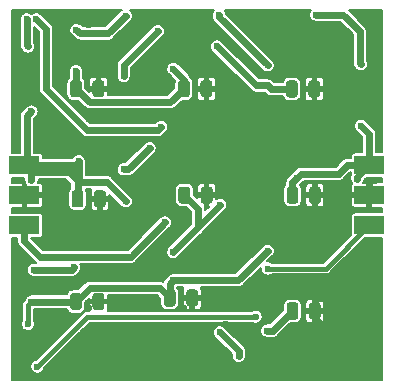
<source format=gbr>
G04 #@! TF.GenerationSoftware,KiCad,Pcbnew,5.1.9*
G04 #@! TF.CreationDate,2021-02-09T21:20:18+01:00*
G04 #@! TF.ProjectId,matrix_ws2812bmini_caps,6d617472-6978-45f7-9773-32383132626d,1*
G04 #@! TF.SameCoordinates,Original*
G04 #@! TF.FileFunction,Copper,L2,Bot*
G04 #@! TF.FilePolarity,Positive*
%FSLAX46Y46*%
G04 Gerber Fmt 4.6, Leading zero omitted, Abs format (unit mm)*
G04 Created by KiCad (PCBNEW 5.1.9) date 2021-02-09 21:20:18*
%MOMM*%
%LPD*%
G01*
G04 APERTURE LIST*
G04 #@! TA.AperFunction,SMDPad,CuDef*
%ADD10R,2.540000X1.524000*%
G04 #@! TD*
G04 #@! TA.AperFunction,ViaPad*
%ADD11C,0.600000*%
G04 #@! TD*
G04 #@! TA.AperFunction,Conductor*
%ADD12C,0.200000*%
G04 #@! TD*
G04 #@! TA.AperFunction,Conductor*
%ADD13C,0.400000*%
G04 #@! TD*
G04 #@! TA.AperFunction,Conductor*
%ADD14C,0.600000*%
G04 #@! TD*
G04 #@! TA.AperFunction,Conductor*
%ADD15C,0.152400*%
G04 #@! TD*
G04 APERTURE END LIST*
D10*
X1400000Y-13460000D03*
X1400000Y-18540000D03*
X1400000Y-16000000D03*
X30600000Y-13440000D03*
X30600000Y-18520000D03*
X30600000Y-15980000D03*
G04 #@! TA.AperFunction,SMDPad,CuDef*
G36*
G01*
X15100000Y-25175000D02*
X15100000Y-24225000D01*
G75*
G02*
X15350000Y-23975000I250000J0D01*
G01*
X15850000Y-23975000D01*
G75*
G02*
X16100000Y-24225000I0J-250000D01*
G01*
X16100000Y-25175000D01*
G75*
G02*
X15850000Y-25425000I-250000J0D01*
G01*
X15350000Y-25425000D01*
G75*
G02*
X15100000Y-25175000I0J250000D01*
G01*
G37*
G04 #@! TD.AperFunction*
G04 #@! TA.AperFunction,SMDPad,CuDef*
G36*
G01*
X13200000Y-25175000D02*
X13200000Y-24225000D01*
G75*
G02*
X13450000Y-23975000I250000J0D01*
G01*
X13950000Y-23975000D01*
G75*
G02*
X14200000Y-24225000I0J-250000D01*
G01*
X14200000Y-25175000D01*
G75*
G02*
X13950000Y-25425000I-250000J0D01*
G01*
X13450000Y-25425000D01*
G75*
G02*
X13200000Y-25175000I0J250000D01*
G01*
G37*
G04 #@! TD.AperFunction*
G04 #@! TA.AperFunction,SMDPad,CuDef*
G36*
G01*
X5265001Y-7449999D02*
X5265001Y-6499999D01*
G75*
G02*
X5515001Y-6249999I250000J0D01*
G01*
X6015001Y-6249999D01*
G75*
G02*
X6265001Y-6499999I0J-250000D01*
G01*
X6265001Y-7449999D01*
G75*
G02*
X6015001Y-7699999I-250000J0D01*
G01*
X5515001Y-7699999D01*
G75*
G02*
X5265001Y-7449999I0J250000D01*
G01*
G37*
G04 #@! TD.AperFunction*
G04 #@! TA.AperFunction,SMDPad,CuDef*
G36*
G01*
X7165001Y-7449999D02*
X7165001Y-6499999D01*
G75*
G02*
X7415001Y-6249999I250000J0D01*
G01*
X7915001Y-6249999D01*
G75*
G02*
X8165001Y-6499999I0J-250000D01*
G01*
X8165001Y-7449999D01*
G75*
G02*
X7915001Y-7699999I-250000J0D01*
G01*
X7415001Y-7699999D01*
G75*
G02*
X7165001Y-7449999I0J250000D01*
G01*
G37*
G04 #@! TD.AperFunction*
G04 #@! TA.AperFunction,SMDPad,CuDef*
G36*
G01*
X14432500Y-16459999D02*
X14432500Y-15509999D01*
G75*
G02*
X14682500Y-15259999I250000J0D01*
G01*
X15182500Y-15259999D01*
G75*
G02*
X15432500Y-15509999I0J-250000D01*
G01*
X15432500Y-16459999D01*
G75*
G02*
X15182500Y-16709999I-250000J0D01*
G01*
X14682500Y-16709999D01*
G75*
G02*
X14432500Y-16459999I0J250000D01*
G01*
G37*
G04 #@! TD.AperFunction*
G04 #@! TA.AperFunction,SMDPad,CuDef*
G36*
G01*
X16332500Y-16459999D02*
X16332500Y-15509999D01*
G75*
G02*
X16582500Y-15259999I250000J0D01*
G01*
X17082500Y-15259999D01*
G75*
G02*
X17332500Y-15509999I0J-250000D01*
G01*
X17332500Y-16459999D01*
G75*
G02*
X17082500Y-16709999I-250000J0D01*
G01*
X16582500Y-16709999D01*
G75*
G02*
X16332500Y-16459999I0J250000D01*
G01*
G37*
G04 #@! TD.AperFunction*
G04 #@! TA.AperFunction,SMDPad,CuDef*
G36*
G01*
X23600000Y-26275000D02*
X23600000Y-25325000D01*
G75*
G02*
X23850000Y-25075000I250000J0D01*
G01*
X24350000Y-25075000D01*
G75*
G02*
X24600000Y-25325000I0J-250000D01*
G01*
X24600000Y-26275000D01*
G75*
G02*
X24350000Y-26525000I-250000J0D01*
G01*
X23850000Y-26525000D01*
G75*
G02*
X23600000Y-26275000I0J250000D01*
G01*
G37*
G04 #@! TD.AperFunction*
G04 #@! TA.AperFunction,SMDPad,CuDef*
G36*
G01*
X25500000Y-26275000D02*
X25500000Y-25325000D01*
G75*
G02*
X25750000Y-25075000I250000J0D01*
G01*
X26250000Y-25075000D01*
G75*
G02*
X26500000Y-25325000I0J-250000D01*
G01*
X26500000Y-26275000D01*
G75*
G02*
X26250000Y-26525000I-250000J0D01*
G01*
X25750000Y-26525000D01*
G75*
G02*
X25500000Y-26275000I0J250000D01*
G01*
G37*
G04 #@! TD.AperFunction*
G04 #@! TA.AperFunction,SMDPad,CuDef*
G36*
G01*
X5265001Y-25469999D02*
X5265001Y-24519999D01*
G75*
G02*
X5515001Y-24269999I250000J0D01*
G01*
X6015001Y-24269999D01*
G75*
G02*
X6265001Y-24519999I0J-250000D01*
G01*
X6265001Y-25469999D01*
G75*
G02*
X6015001Y-25719999I-250000J0D01*
G01*
X5515001Y-25719999D01*
G75*
G02*
X5265001Y-25469999I0J250000D01*
G01*
G37*
G04 #@! TD.AperFunction*
G04 #@! TA.AperFunction,SMDPad,CuDef*
G36*
G01*
X7165001Y-25469999D02*
X7165001Y-24519999D01*
G75*
G02*
X7415001Y-24269999I250000J0D01*
G01*
X7915001Y-24269999D01*
G75*
G02*
X8165001Y-24519999I0J-250000D01*
G01*
X8165001Y-25469999D01*
G75*
G02*
X7915001Y-25719999I-250000J0D01*
G01*
X7415001Y-25719999D01*
G75*
G02*
X7165001Y-25469999I0J250000D01*
G01*
G37*
G04 #@! TD.AperFunction*
G04 #@! TA.AperFunction,SMDPad,CuDef*
G36*
G01*
X16307500Y-7449999D02*
X16307500Y-6499999D01*
G75*
G02*
X16557500Y-6249999I250000J0D01*
G01*
X17057500Y-6249999D01*
G75*
G02*
X17307500Y-6499999I0J-250000D01*
G01*
X17307500Y-7449999D01*
G75*
G02*
X17057500Y-7699999I-250000J0D01*
G01*
X16557500Y-7699999D01*
G75*
G02*
X16307500Y-7449999I0J250000D01*
G01*
G37*
G04 #@! TD.AperFunction*
G04 #@! TA.AperFunction,SMDPad,CuDef*
G36*
G01*
X14407500Y-7449999D02*
X14407500Y-6499999D01*
G75*
G02*
X14657500Y-6249999I250000J0D01*
G01*
X15157500Y-6249999D01*
G75*
G02*
X15407500Y-6499999I0J-250000D01*
G01*
X15407500Y-7449999D01*
G75*
G02*
X15157500Y-7699999I-250000J0D01*
G01*
X14657500Y-7699999D01*
G75*
G02*
X14407500Y-7449999I0J250000D01*
G01*
G37*
G04 #@! TD.AperFunction*
G04 #@! TA.AperFunction,SMDPad,CuDef*
G36*
G01*
X25500000Y-16475000D02*
X25500000Y-15525000D01*
G75*
G02*
X25750000Y-15275000I250000J0D01*
G01*
X26250000Y-15275000D01*
G75*
G02*
X26500000Y-15525000I0J-250000D01*
G01*
X26500000Y-16475000D01*
G75*
G02*
X26250000Y-16725000I-250000J0D01*
G01*
X25750000Y-16725000D01*
G75*
G02*
X25500000Y-16475000I0J250000D01*
G01*
G37*
G04 #@! TD.AperFunction*
G04 #@! TA.AperFunction,SMDPad,CuDef*
G36*
G01*
X23600000Y-16475000D02*
X23600000Y-15525000D01*
G75*
G02*
X23850000Y-15275000I250000J0D01*
G01*
X24350000Y-15275000D01*
G75*
G02*
X24600000Y-15525000I0J-250000D01*
G01*
X24600000Y-16475000D01*
G75*
G02*
X24350000Y-16725000I-250000J0D01*
G01*
X23850000Y-16725000D01*
G75*
G02*
X23600000Y-16475000I0J250000D01*
G01*
G37*
G04 #@! TD.AperFunction*
G04 #@! TA.AperFunction,SMDPad,CuDef*
G36*
G01*
X23550000Y-7475000D02*
X23550000Y-6525000D01*
G75*
G02*
X23800000Y-6275000I250000J0D01*
G01*
X24300000Y-6275000D01*
G75*
G02*
X24550000Y-6525000I0J-250000D01*
G01*
X24550000Y-7475000D01*
G75*
G02*
X24300000Y-7725000I-250000J0D01*
G01*
X23800000Y-7725000D01*
G75*
G02*
X23550000Y-7475000I0J250000D01*
G01*
G37*
G04 #@! TD.AperFunction*
G04 #@! TA.AperFunction,SMDPad,CuDef*
G36*
G01*
X25450000Y-7475000D02*
X25450000Y-6525000D01*
G75*
G02*
X25700000Y-6275000I250000J0D01*
G01*
X26200000Y-6275000D01*
G75*
G02*
X26450000Y-6525000I0J-250000D01*
G01*
X26450000Y-7475000D01*
G75*
G02*
X26200000Y-7725000I-250000J0D01*
G01*
X25700000Y-7725000D01*
G75*
G02*
X25450000Y-7475000I0J250000D01*
G01*
G37*
G04 #@! TD.AperFunction*
G04 #@! TA.AperFunction,SMDPad,CuDef*
G36*
G01*
X7300000Y-16775000D02*
X7300000Y-15825000D01*
G75*
G02*
X7550000Y-15575000I250000J0D01*
G01*
X8050000Y-15575000D01*
G75*
G02*
X8300000Y-15825000I0J-250000D01*
G01*
X8300000Y-16775000D01*
G75*
G02*
X8050000Y-17025000I-250000J0D01*
G01*
X7550000Y-17025000D01*
G75*
G02*
X7300000Y-16775000I0J250000D01*
G01*
G37*
G04 #@! TD.AperFunction*
G04 #@! TA.AperFunction,SMDPad,CuDef*
G36*
G01*
X5400000Y-16775000D02*
X5400000Y-15825000D01*
G75*
G02*
X5650000Y-15575000I250000J0D01*
G01*
X6150000Y-15575000D01*
G75*
G02*
X6400000Y-15825000I0J-250000D01*
G01*
X6400000Y-16775000D01*
G75*
G02*
X6150000Y-17025000I-250000J0D01*
G01*
X5650000Y-17025000D01*
G75*
G02*
X5400000Y-16775000I0J250000D01*
G01*
G37*
G04 #@! TD.AperFunction*
D11*
X6875000Y-9575000D03*
X30875000Y-9575000D03*
X26500000Y-10900000D03*
X2500000Y-10900000D03*
X22875000Y-9575000D03*
X9900000Y-11500000D03*
X14875000Y-9575000D03*
X18500000Y-10900000D03*
X6875000Y-17575000D03*
X26500000Y-18900000D03*
X22875000Y-17575000D03*
X9900000Y-19500000D03*
X14875000Y-17575000D03*
X18500000Y-18900000D03*
X6875000Y-25575000D03*
X30875000Y-25575000D03*
X26500000Y-26900000D03*
X2500000Y-26900000D03*
X22875000Y-25575000D03*
X9900000Y-27500000D03*
X14875000Y-25575000D03*
X18500000Y-26900000D03*
X30475000Y-30875000D03*
X22475000Y-30875000D03*
X14475000Y-30875000D03*
X6875000Y-1575000D03*
X2500000Y-2900000D03*
X14875000Y-1575000D03*
X22875000Y-1575000D03*
X18500000Y-2900000D03*
X26500000Y-2900000D03*
X30875000Y-1575000D03*
X9900000Y-3500000D03*
X6475000Y-30875000D03*
X3400000Y-19800000D03*
X2400000Y-1100000D03*
X13300000Y-18300000D03*
X13000000Y-10200000D03*
X2000000Y-14700000D03*
X1700000Y-26900000D03*
X2000000Y-25000000D03*
X26000000Y-24700000D03*
X22100000Y-28700000D03*
X22100000Y-29500000D03*
X28000000Y-23900000D03*
X30400000Y-14800000D03*
X1600000Y-1100000D03*
X1700000Y-3400000D03*
X10000000Y-800000D03*
X5800000Y-2000000D03*
X2000000Y-8900000D03*
X6000000Y-13100000D03*
X6000000Y-14900000D03*
X10000000Y-16500000D03*
X9800000Y-13800000D03*
X12700000Y-2100000D03*
X17700000Y-3400000D03*
X17900000Y-700000D03*
X9800000Y-5900000D03*
X22000000Y-5000000D03*
X22000000Y-6700000D03*
X26100000Y-700000D03*
X29900000Y-4900000D03*
X29800000Y-2100000D03*
X12000000Y-12000000D03*
X18000000Y-16800000D03*
X14000000Y-20800000D03*
X14000000Y-23200000D03*
X22000000Y-20700000D03*
X29900000Y-10100000D03*
X2200000Y-22300000D03*
X5600000Y-22100000D03*
X5765001Y-5465001D03*
X14000000Y-5300000D03*
X24500000Y-14500000D03*
X29600000Y-14600000D03*
X19550000Y-29600000D03*
X17950000Y-27600000D03*
X21950000Y-27450000D03*
X2500000Y-30500000D03*
X20972999Y-26272999D03*
X22000000Y-22200000D03*
D12*
X2400000Y-1100000D02*
X2400000Y-1100000D01*
D13*
X1400000Y-18540000D02*
X1667001Y-18272999D01*
X13300000Y-18300000D02*
X13300000Y-18300000D01*
D14*
X1400000Y-19902000D02*
X2698000Y-21200000D01*
X1400000Y-18540000D02*
X1400000Y-19902000D01*
X10400000Y-21200000D02*
X13300000Y-18300000D01*
X2698000Y-21200000D02*
X10400000Y-21200000D01*
D13*
X1700000Y-25300000D02*
X2000000Y-25000000D01*
X1700000Y-26900000D02*
X1700000Y-25300000D01*
D14*
X22100000Y-29500000D02*
X22100000Y-28700000D01*
X22100000Y-28700000D02*
X22100000Y-28600000D01*
X27200000Y-24700000D02*
X28000000Y-23900000D01*
X26000000Y-24700000D02*
X27200000Y-24700000D01*
X30600000Y-15980000D02*
X30600000Y-15000000D01*
X30600000Y-15000000D02*
X30400000Y-14800000D01*
X30400000Y-14800000D02*
X30400000Y-14800000D01*
X26000000Y-25800000D02*
X26000000Y-24700000D01*
X26000000Y-26400000D02*
X26500000Y-26900000D01*
X26000000Y-25800000D02*
X26000000Y-26400000D01*
X3227001Y-1927001D02*
X2400000Y-1100000D01*
X3227001Y-7002963D02*
X3227001Y-1927001D01*
X6724037Y-10499999D02*
X3227001Y-7002963D01*
X12700001Y-10499999D02*
X6724037Y-10499999D01*
X13000000Y-10200000D02*
X12700001Y-10499999D01*
X1600000Y-3300000D02*
X1700000Y-3400000D01*
X1600000Y-1100000D02*
X1600000Y-3300000D01*
X1900000Y-14000000D02*
X5100000Y-14000000D01*
X4560000Y-13460000D02*
X6000000Y-14900000D01*
X1400000Y-13460000D02*
X4560000Y-13460000D01*
X6000000Y-14900000D02*
X6000000Y-13100000D01*
X6000000Y-14900000D02*
X6000000Y-14400000D01*
X6000000Y-14400000D02*
X5600000Y-14000000D01*
X5600000Y-14000000D02*
X5100000Y-13500000D01*
X1600001Y-9299999D02*
X2000000Y-8900000D01*
X1600001Y-13700001D02*
X1600001Y-9299999D01*
X1900000Y-14000000D02*
X1600001Y-13700001D01*
X5640000Y-13460000D02*
X5650000Y-13450000D01*
X4560000Y-13460000D02*
X5640000Y-13460000D01*
X5650000Y-13450000D02*
X6000000Y-13100000D01*
X5100000Y-14000000D02*
X5650000Y-13450000D01*
X8400000Y-14900000D02*
X10000000Y-16500000D01*
X6000000Y-14900000D02*
X8400000Y-14900000D01*
X9800000Y-5000000D02*
X12700000Y-2100000D01*
X9800000Y-5900000D02*
X9800000Y-5000000D01*
X21000000Y-6700000D02*
X22000000Y-6700000D01*
X17700000Y-3400000D02*
X21000000Y-6700000D01*
X17900000Y-900000D02*
X22000000Y-5000000D01*
X17900000Y-700000D02*
X17900000Y-900000D01*
X28400000Y-700000D02*
X29800000Y-2100000D01*
X26100000Y-700000D02*
X28400000Y-700000D01*
X29800000Y-4800000D02*
X29900000Y-4900000D01*
X29800000Y-2100000D02*
X29800000Y-4800000D01*
X10200000Y-13800000D02*
X12000000Y-12000000D01*
X9800000Y-13800000D02*
X10200000Y-13800000D01*
X19500000Y-23200000D02*
X22000000Y-20700000D01*
X14000000Y-23200000D02*
X19500000Y-23200000D01*
X30600000Y-10800000D02*
X29900000Y-10100000D01*
X30600000Y-13440000D02*
X30600000Y-10800000D01*
X28730000Y-13440000D02*
X28000000Y-14170000D01*
X30600000Y-13440000D02*
X28730000Y-13440000D01*
X2000000Y-14060000D02*
X1400000Y-13460000D01*
X2000000Y-14700000D02*
X2000000Y-14060000D01*
X5400000Y-22300000D02*
X5600000Y-22100000D01*
X2200000Y-22300000D02*
X5400000Y-22300000D01*
X13700000Y-23500000D02*
X14000000Y-23200000D01*
X13700000Y-24700000D02*
X13700000Y-23500000D01*
X16084510Y-18715490D02*
X15950000Y-18850000D01*
X16084510Y-17137009D02*
X16084510Y-18715490D01*
X14932500Y-15984999D02*
X16084510Y-17137009D01*
X15950000Y-18850000D02*
X18000000Y-16800000D01*
X14000000Y-20800000D02*
X15950000Y-18850000D01*
X5900000Y-15000000D02*
X6000000Y-14900000D01*
X5900000Y-16300000D02*
X5900000Y-15000000D01*
X2005001Y-24994999D02*
X2000000Y-25000000D01*
X5765001Y-24994999D02*
X2005001Y-24994999D01*
X5765001Y-6974999D02*
X5765001Y-5465001D01*
X5765001Y-5465001D02*
X5765001Y-5465001D01*
X14907500Y-6974999D02*
X14907500Y-6207500D01*
X14907500Y-6207500D02*
X14000000Y-5300000D01*
X14000000Y-5300000D02*
X14000000Y-5300000D01*
X22300000Y-7000000D02*
X22000000Y-6700000D01*
X24050000Y-7000000D02*
X22300000Y-7000000D01*
X24100000Y-16000000D02*
X24100000Y-14900000D01*
X24100000Y-14900000D02*
X24500000Y-14500000D01*
X24500000Y-14500000D02*
X24500000Y-14500000D01*
X24830000Y-14170000D02*
X24500000Y-14500000D01*
X28000000Y-14170000D02*
X24830000Y-14170000D01*
X30600000Y-13440000D02*
X30260000Y-13440000D01*
X29600000Y-14440000D02*
X30600000Y-13440000D01*
X29600000Y-14600000D02*
X29600000Y-14440000D01*
X19550000Y-29200000D02*
X17950000Y-27600000D01*
X19550000Y-29600000D02*
X19550000Y-29200000D01*
X8497999Y-2302001D02*
X10000000Y-800000D01*
X6102001Y-2302001D02*
X8497999Y-2302001D01*
X5800000Y-2000000D02*
X6102001Y-2302001D01*
X6917011Y-8127009D02*
X5765001Y-6974999D01*
X13755490Y-8127009D02*
X6917011Y-8127009D01*
X14907500Y-6974999D02*
X13755490Y-8127009D01*
X12842989Y-23842989D02*
X13700000Y-24700000D01*
X6917011Y-23842989D02*
X12842989Y-23842989D01*
X5765001Y-24994999D02*
X6917011Y-23842989D01*
X24100000Y-25800000D02*
X22450000Y-27450000D01*
X22450000Y-27450000D02*
X21950000Y-27450000D01*
X21950000Y-27450000D02*
X21950000Y-27450000D01*
D13*
X6727001Y-26272999D02*
X20972999Y-26272999D01*
X2500000Y-30500000D02*
X6727001Y-26272999D01*
X20972999Y-26272999D02*
X20972999Y-26272999D01*
X26920000Y-22200000D02*
X30600000Y-18520000D01*
X22000000Y-22200000D02*
X26920000Y-22200000D01*
D12*
X9617522Y-333950D02*
X9596577Y-354895D01*
X8249472Y-1702001D01*
X6350528Y-1702001D01*
X6266052Y-1617525D01*
X6266050Y-1617522D01*
X6182478Y-1533950D01*
X6157842Y-1517489D01*
X6134954Y-1498705D01*
X6108843Y-1484748D01*
X6084207Y-1468287D01*
X6056834Y-1456949D01*
X6030721Y-1442991D01*
X6002384Y-1434395D01*
X5975014Y-1423058D01*
X5945958Y-1417278D01*
X5917620Y-1408682D01*
X5888149Y-1405779D01*
X5859095Y-1400000D01*
X5829474Y-1400000D01*
X5800000Y-1397097D01*
X5770526Y-1400000D01*
X5740905Y-1400000D01*
X5711851Y-1405779D01*
X5682380Y-1408682D01*
X5654042Y-1417278D01*
X5624986Y-1423058D01*
X5597616Y-1434395D01*
X5569279Y-1442991D01*
X5543166Y-1456949D01*
X5515793Y-1468287D01*
X5491157Y-1484748D01*
X5465046Y-1498705D01*
X5442159Y-1517488D01*
X5417522Y-1533950D01*
X5396571Y-1554901D01*
X5373684Y-1573684D01*
X5354901Y-1596571D01*
X5333950Y-1617522D01*
X5317488Y-1642159D01*
X5298705Y-1665046D01*
X5284748Y-1691157D01*
X5268287Y-1715793D01*
X5256949Y-1743166D01*
X5242991Y-1769279D01*
X5234395Y-1797616D01*
X5223058Y-1824986D01*
X5217278Y-1854042D01*
X5208682Y-1882380D01*
X5205779Y-1911851D01*
X5200000Y-1940905D01*
X5200000Y-1970526D01*
X5197097Y-2000000D01*
X5200000Y-2029474D01*
X5200000Y-2059095D01*
X5205779Y-2088149D01*
X5208682Y-2117620D01*
X5217278Y-2145958D01*
X5223058Y-2175014D01*
X5234395Y-2202384D01*
X5242991Y-2230721D01*
X5256949Y-2256834D01*
X5268287Y-2284207D01*
X5284748Y-2308843D01*
X5298705Y-2334954D01*
X5317489Y-2357842D01*
X5333950Y-2382478D01*
X5417522Y-2466050D01*
X5417525Y-2466052D01*
X5656888Y-2705415D01*
X5675684Y-2728318D01*
X5767046Y-2803297D01*
X5871280Y-2859011D01*
X5984380Y-2893319D01*
X6102001Y-2904904D01*
X6131475Y-2902001D01*
X8468525Y-2902001D01*
X8497999Y-2904904D01*
X8527473Y-2902001D01*
X8615620Y-2893319D01*
X8728720Y-2859011D01*
X8832954Y-2803297D01*
X8924316Y-2728318D01*
X8943112Y-2705415D01*
X10445105Y-1203423D01*
X10466050Y-1182478D01*
X10482508Y-1157848D01*
X10501295Y-1134955D01*
X10515255Y-1108839D01*
X10531713Y-1084207D01*
X10543049Y-1056839D01*
X10557009Y-1030722D01*
X10565606Y-1002382D01*
X10576942Y-975014D01*
X10582721Y-945961D01*
X10591318Y-917621D01*
X10594221Y-888148D01*
X10600000Y-859095D01*
X10600000Y-829475D01*
X10602903Y-800001D01*
X10600000Y-770527D01*
X10600000Y-740905D01*
X10594221Y-711851D01*
X10591318Y-682380D01*
X10582722Y-654042D01*
X10576942Y-624986D01*
X10565605Y-597616D01*
X10557009Y-569279D01*
X10543051Y-543166D01*
X10531713Y-515793D01*
X10515252Y-491157D01*
X10501295Y-465046D01*
X10482512Y-442159D01*
X10466050Y-417522D01*
X10445099Y-396571D01*
X10426316Y-373684D01*
X10403429Y-354901D01*
X10382478Y-333950D01*
X10360179Y-319050D01*
X17432929Y-319050D01*
X17417494Y-342151D01*
X17398704Y-365046D01*
X17384744Y-391164D01*
X17368287Y-415793D01*
X17356951Y-443161D01*
X17342990Y-469280D01*
X17334393Y-497620D01*
X17323058Y-524986D01*
X17317279Y-554040D01*
X17308682Y-582380D01*
X17305779Y-611851D01*
X17300000Y-640905D01*
X17300000Y-870526D01*
X17297097Y-900000D01*
X17300000Y-929473D01*
X17300000Y-929474D01*
X17308682Y-1017621D01*
X17342990Y-1130721D01*
X17398705Y-1234955D01*
X17473684Y-1326317D01*
X17496582Y-1345109D01*
X21533950Y-5382478D01*
X21617522Y-5466050D01*
X21642152Y-5482508D01*
X21665045Y-5501295D01*
X21691162Y-5515255D01*
X21715793Y-5531713D01*
X21743158Y-5543048D01*
X21769279Y-5557010D01*
X21797625Y-5565609D01*
X21824986Y-5576942D01*
X21854030Y-5582719D01*
X21882379Y-5591319D01*
X21911859Y-5594222D01*
X21940905Y-5600000D01*
X21970524Y-5600000D01*
X22000000Y-5602903D01*
X22029476Y-5600000D01*
X22059095Y-5600000D01*
X22088141Y-5594222D01*
X22117621Y-5591319D01*
X22145970Y-5582719D01*
X22175014Y-5576942D01*
X22202375Y-5565609D01*
X22230721Y-5557010D01*
X22256840Y-5543049D01*
X22284207Y-5531713D01*
X22308841Y-5515253D01*
X22334954Y-5501295D01*
X22357844Y-5482510D01*
X22382478Y-5466050D01*
X22403423Y-5445105D01*
X22426317Y-5426317D01*
X22445106Y-5403422D01*
X22466050Y-5382478D01*
X22482510Y-5357844D01*
X22501295Y-5334954D01*
X22515253Y-5308841D01*
X22531713Y-5284207D01*
X22543049Y-5256840D01*
X22557010Y-5230721D01*
X22565609Y-5202375D01*
X22576942Y-5175014D01*
X22582719Y-5145970D01*
X22591319Y-5117621D01*
X22594222Y-5088141D01*
X22600000Y-5059095D01*
X22600000Y-5029476D01*
X22602903Y-5000000D01*
X22600000Y-4970524D01*
X22600000Y-4940905D01*
X22594222Y-4911859D01*
X22591319Y-4882379D01*
X22582719Y-4854030D01*
X22576942Y-4824986D01*
X22565609Y-4797625D01*
X22557010Y-4769279D01*
X22543048Y-4743158D01*
X22531713Y-4715793D01*
X22515255Y-4691162D01*
X22501295Y-4665045D01*
X22482508Y-4642152D01*
X22466050Y-4617522D01*
X22382478Y-4533950D01*
X18500000Y-651473D01*
X18500000Y-640905D01*
X18494221Y-611852D01*
X18491318Y-582379D01*
X18482721Y-554037D01*
X18476942Y-524986D01*
X18465608Y-497623D01*
X18457010Y-469279D01*
X18443047Y-443156D01*
X18431713Y-415793D01*
X18415259Y-391168D01*
X18401296Y-365045D01*
X18382504Y-342147D01*
X18367071Y-319050D01*
X25632929Y-319050D01*
X25617496Y-342147D01*
X25598704Y-365045D01*
X25584741Y-391168D01*
X25568287Y-415793D01*
X25556953Y-443156D01*
X25542990Y-469279D01*
X25534392Y-497623D01*
X25523058Y-524986D01*
X25517279Y-554037D01*
X25508682Y-582379D01*
X25505779Y-611852D01*
X25500000Y-640905D01*
X25500000Y-670526D01*
X25497097Y-700000D01*
X25500000Y-729474D01*
X25500000Y-759095D01*
X25505779Y-788148D01*
X25508682Y-817621D01*
X25517279Y-845963D01*
X25523058Y-875014D01*
X25534392Y-902377D01*
X25542990Y-930721D01*
X25556953Y-956844D01*
X25568287Y-984207D01*
X25584741Y-1008832D01*
X25598704Y-1034955D01*
X25617496Y-1057853D01*
X25633950Y-1082478D01*
X25654891Y-1103419D01*
X25673683Y-1126317D01*
X25696581Y-1145109D01*
X25717522Y-1166050D01*
X25742147Y-1182504D01*
X25765045Y-1201296D01*
X25791168Y-1215259D01*
X25815793Y-1231713D01*
X25843156Y-1243047D01*
X25869279Y-1257010D01*
X25897623Y-1265608D01*
X25924986Y-1276942D01*
X25954037Y-1282721D01*
X25982379Y-1291318D01*
X26011852Y-1294221D01*
X26040905Y-1300000D01*
X28151473Y-1300000D01*
X29200000Y-2348528D01*
X29200001Y-4770517D01*
X29197097Y-4800000D01*
X29208682Y-4917620D01*
X29223069Y-4965046D01*
X29242991Y-5030721D01*
X29298705Y-5134955D01*
X29373684Y-5226317D01*
X29396580Y-5245107D01*
X29433949Y-5282477D01*
X29517522Y-5366050D01*
X29542156Y-5382510D01*
X29565046Y-5401295D01*
X29591157Y-5415252D01*
X29615793Y-5431713D01*
X29643166Y-5443051D01*
X29669279Y-5457009D01*
X29697616Y-5465605D01*
X29724986Y-5476942D01*
X29754039Y-5482721D01*
X29782379Y-5491318D01*
X29811852Y-5494221D01*
X29840905Y-5500000D01*
X29870525Y-5500000D01*
X29899999Y-5502903D01*
X29929473Y-5500000D01*
X29959095Y-5500000D01*
X29988149Y-5494221D01*
X30017620Y-5491318D01*
X30045958Y-5482722D01*
X30075014Y-5476942D01*
X30102386Y-5465604D01*
X30130720Y-5457009D01*
X30156831Y-5443053D01*
X30184207Y-5431713D01*
X30208844Y-5415251D01*
X30234954Y-5401295D01*
X30257841Y-5382512D01*
X30282478Y-5366050D01*
X30303429Y-5345099D01*
X30326316Y-5326316D01*
X30345099Y-5303429D01*
X30366050Y-5282478D01*
X30382512Y-5257841D01*
X30401295Y-5234954D01*
X30415251Y-5208844D01*
X30431713Y-5184207D01*
X30443053Y-5156831D01*
X30457009Y-5130720D01*
X30465604Y-5102386D01*
X30476942Y-5075014D01*
X30482722Y-5045958D01*
X30491318Y-5017620D01*
X30494221Y-4988149D01*
X30500000Y-4959095D01*
X30500000Y-4929473D01*
X30502903Y-4899999D01*
X30500000Y-4870525D01*
X30500000Y-4840905D01*
X30494221Y-4811852D01*
X30491318Y-4782379D01*
X30482721Y-4754039D01*
X30476942Y-4724986D01*
X30465605Y-4697616D01*
X30457009Y-4669279D01*
X30443051Y-4643166D01*
X30431713Y-4615793D01*
X30415252Y-4591157D01*
X30401295Y-4565046D01*
X30400000Y-4563468D01*
X30400000Y-2129474D01*
X30402903Y-2100000D01*
X30400000Y-2070526D01*
X30400000Y-2040905D01*
X30394221Y-2011852D01*
X30391318Y-1982379D01*
X30382721Y-1954039D01*
X30376942Y-1924986D01*
X30365608Y-1897623D01*
X30357010Y-1869279D01*
X30343047Y-1843156D01*
X30331713Y-1815793D01*
X30315259Y-1791168D01*
X30301296Y-1765045D01*
X30282504Y-1742147D01*
X30266050Y-1717522D01*
X30245109Y-1696581D01*
X30226317Y-1673683D01*
X30203420Y-1654892D01*
X30182478Y-1633950D01*
X28867577Y-319050D01*
X31680951Y-319050D01*
X31680951Y-12376549D01*
X31200000Y-12376549D01*
X31200000Y-10829465D01*
X31202902Y-10799999D01*
X31200000Y-10770533D01*
X31200000Y-10770526D01*
X31191318Y-10682379D01*
X31157010Y-10569279D01*
X31101296Y-10465045D01*
X31026317Y-10373683D01*
X31003419Y-10354891D01*
X30366052Y-9717525D01*
X30366050Y-9717522D01*
X30282478Y-9633950D01*
X30257842Y-9617489D01*
X30234954Y-9598705D01*
X30208843Y-9584748D01*
X30184207Y-9568287D01*
X30156834Y-9556949D01*
X30130721Y-9542991D01*
X30102384Y-9534395D01*
X30075014Y-9523058D01*
X30045958Y-9517278D01*
X30017620Y-9508682D01*
X29988149Y-9505779D01*
X29959095Y-9500000D01*
X29929474Y-9500000D01*
X29900000Y-9497097D01*
X29870526Y-9500000D01*
X29840905Y-9500000D01*
X29811851Y-9505779D01*
X29782380Y-9508682D01*
X29754042Y-9517278D01*
X29724986Y-9523058D01*
X29697616Y-9534395D01*
X29669279Y-9542991D01*
X29643166Y-9556949D01*
X29615793Y-9568287D01*
X29591157Y-9584748D01*
X29565046Y-9598705D01*
X29542159Y-9617488D01*
X29517522Y-9633950D01*
X29496571Y-9654901D01*
X29473684Y-9673684D01*
X29454901Y-9696571D01*
X29433950Y-9717522D01*
X29417488Y-9742159D01*
X29398705Y-9765046D01*
X29384748Y-9791157D01*
X29368287Y-9815793D01*
X29356949Y-9843166D01*
X29342991Y-9869279D01*
X29334395Y-9897616D01*
X29323058Y-9924986D01*
X29317278Y-9954042D01*
X29308682Y-9982380D01*
X29305779Y-10011851D01*
X29300000Y-10040905D01*
X29300000Y-10070526D01*
X29297097Y-10100000D01*
X29300000Y-10129474D01*
X29300000Y-10159095D01*
X29305779Y-10188149D01*
X29308682Y-10217620D01*
X29317278Y-10245958D01*
X29323058Y-10275014D01*
X29334395Y-10302384D01*
X29342991Y-10330721D01*
X29356949Y-10356834D01*
X29368287Y-10384207D01*
X29384748Y-10408843D01*
X29398705Y-10434954D01*
X29417489Y-10457842D01*
X29433950Y-10482478D01*
X29517522Y-10566050D01*
X29517525Y-10566052D01*
X30000001Y-11048529D01*
X30000000Y-12376549D01*
X29330000Y-12376549D01*
X29271190Y-12382341D01*
X29214640Y-12399496D01*
X29162523Y-12427353D01*
X29116842Y-12464842D01*
X29079353Y-12510523D01*
X29051496Y-12562640D01*
X29034341Y-12619190D01*
X29028549Y-12678000D01*
X29028549Y-12840000D01*
X28759474Y-12840000D01*
X28730000Y-12837097D01*
X28612379Y-12848682D01*
X28499278Y-12882990D01*
X28462971Y-12902397D01*
X28395045Y-12938704D01*
X28303683Y-13013683D01*
X28284891Y-13036581D01*
X27751473Y-13570000D01*
X24859465Y-13570000D01*
X24829999Y-13567098D01*
X24800533Y-13570000D01*
X24800526Y-13570000D01*
X24723640Y-13577573D01*
X24712378Y-13578682D01*
X24678070Y-13589089D01*
X24599279Y-13612990D01*
X24495045Y-13668704D01*
X24403683Y-13743683D01*
X24384887Y-13766586D01*
X24117525Y-14033948D01*
X24117522Y-14033950D01*
X24096581Y-14054891D01*
X24073683Y-14073683D01*
X24054894Y-14096578D01*
X23696581Y-14454892D01*
X23673684Y-14473683D01*
X23598705Y-14565045D01*
X23571580Y-14615793D01*
X23542991Y-14669279D01*
X23508682Y-14782380D01*
X23497097Y-14900000D01*
X23500001Y-14929483D01*
X23500001Y-15102291D01*
X23460065Y-15135065D01*
X23391485Y-15218630D01*
X23340526Y-15313969D01*
X23309145Y-15417417D01*
X23298549Y-15525000D01*
X23298549Y-16475000D01*
X23309145Y-16582583D01*
X23340526Y-16686031D01*
X23391485Y-16781370D01*
X23460065Y-16864935D01*
X23543630Y-16933515D01*
X23638969Y-16984474D01*
X23742417Y-17015855D01*
X23850000Y-17026451D01*
X24350000Y-17026451D01*
X24457583Y-17015855D01*
X24561031Y-16984474D01*
X24656370Y-16933515D01*
X24739935Y-16864935D01*
X24808515Y-16781370D01*
X24838644Y-16725000D01*
X25198548Y-16725000D01*
X25204340Y-16783810D01*
X25221495Y-16840361D01*
X25249352Y-16892478D01*
X25286841Y-16938159D01*
X25332522Y-16975648D01*
X25384639Y-17003505D01*
X25441190Y-17020660D01*
X25500000Y-17026452D01*
X25771000Y-17025000D01*
X25846000Y-16950000D01*
X25846000Y-16154000D01*
X26154000Y-16154000D01*
X26154000Y-16950000D01*
X26229000Y-17025000D01*
X26500000Y-17026452D01*
X26558810Y-17020660D01*
X26615361Y-17003505D01*
X26667478Y-16975648D01*
X26713159Y-16938159D01*
X26750648Y-16892478D01*
X26778505Y-16840361D01*
X26795660Y-16783810D01*
X26799777Y-16742000D01*
X29028548Y-16742000D01*
X29034340Y-16800810D01*
X29051495Y-16857361D01*
X29079352Y-16909478D01*
X29116841Y-16955159D01*
X29162522Y-16992648D01*
X29214639Y-17020505D01*
X29271190Y-17037660D01*
X29330000Y-17043452D01*
X30371000Y-17042000D01*
X30446000Y-16967000D01*
X30446000Y-16134000D01*
X29105000Y-16134000D01*
X29030000Y-16209000D01*
X29028548Y-16742000D01*
X26799777Y-16742000D01*
X26801452Y-16725000D01*
X26800000Y-16229000D01*
X26725000Y-16154000D01*
X26154000Y-16154000D01*
X25846000Y-16154000D01*
X25275000Y-16154000D01*
X25200000Y-16229000D01*
X25198548Y-16725000D01*
X24838644Y-16725000D01*
X24859474Y-16686031D01*
X24890855Y-16582583D01*
X24901451Y-16475000D01*
X24901451Y-15525000D01*
X24890855Y-15417417D01*
X24859474Y-15313969D01*
X24838645Y-15275000D01*
X25198548Y-15275000D01*
X25200000Y-15771000D01*
X25275000Y-15846000D01*
X25846000Y-15846000D01*
X25846000Y-15050000D01*
X26154000Y-15050000D01*
X26154000Y-15846000D01*
X26725000Y-15846000D01*
X26800000Y-15771000D01*
X26801452Y-15275000D01*
X26795660Y-15216190D01*
X26778505Y-15159639D01*
X26750648Y-15107522D01*
X26713159Y-15061841D01*
X26667478Y-15024352D01*
X26615361Y-14996495D01*
X26558810Y-14979340D01*
X26500000Y-14973548D01*
X26229000Y-14975000D01*
X26154000Y-15050000D01*
X25846000Y-15050000D01*
X25771000Y-14975000D01*
X25500000Y-14973548D01*
X25441190Y-14979340D01*
X25384639Y-14996495D01*
X25332522Y-15024352D01*
X25286841Y-15061841D01*
X25249352Y-15107522D01*
X25221495Y-15159639D01*
X25204340Y-15216190D01*
X25198548Y-15275000D01*
X24838645Y-15275000D01*
X24808515Y-15218630D01*
X24739935Y-15135065D01*
X24725395Y-15123132D01*
X24903419Y-14945109D01*
X24926317Y-14926317D01*
X24945109Y-14903419D01*
X24966050Y-14882478D01*
X24966052Y-14882475D01*
X25078527Y-14770000D01*
X27970526Y-14770000D01*
X28000000Y-14772903D01*
X28029474Y-14770000D01*
X28117621Y-14761318D01*
X28230721Y-14727010D01*
X28334955Y-14671296D01*
X28426317Y-14596317D01*
X28445113Y-14573414D01*
X28978528Y-14040000D01*
X29028549Y-14040000D01*
X29028549Y-14202000D01*
X29032630Y-14243433D01*
X29008682Y-14322379D01*
X29006652Y-14342990D01*
X28997097Y-14440000D01*
X29000000Y-14469474D01*
X29000000Y-14659095D01*
X29005779Y-14688149D01*
X29008682Y-14717620D01*
X29017279Y-14745960D01*
X29023058Y-14775014D01*
X29034393Y-14802380D01*
X29042990Y-14830720D01*
X29056951Y-14856839D01*
X29068287Y-14884207D01*
X29084744Y-14908836D01*
X29098704Y-14934954D01*
X29117494Y-14957849D01*
X29133950Y-14982478D01*
X29138521Y-14987049D01*
X29116841Y-15004841D01*
X29079352Y-15050522D01*
X29051495Y-15102639D01*
X29034340Y-15159190D01*
X29028548Y-15218000D01*
X29030000Y-15751000D01*
X29105000Y-15826000D01*
X30446000Y-15826000D01*
X30446000Y-14993000D01*
X30371000Y-14918000D01*
X30110553Y-14917637D01*
X30115259Y-14908832D01*
X30131713Y-14884207D01*
X30143047Y-14856844D01*
X30157010Y-14830721D01*
X30165608Y-14802377D01*
X30176942Y-14775014D01*
X30182721Y-14745963D01*
X30191318Y-14717621D01*
X30193548Y-14694979D01*
X30385076Y-14503451D01*
X31680951Y-14503451D01*
X31680951Y-14916812D01*
X30829000Y-14918000D01*
X30754000Y-14993000D01*
X30754000Y-15826000D01*
X30774000Y-15826000D01*
X30774000Y-16134000D01*
X30754000Y-16134000D01*
X30754000Y-16967000D01*
X30829000Y-17042000D01*
X31680950Y-17043188D01*
X31680950Y-17456549D01*
X29330000Y-17456549D01*
X29271190Y-17462341D01*
X29214640Y-17479496D01*
X29162523Y-17507353D01*
X29116842Y-17544842D01*
X29079353Y-17590523D01*
X29051496Y-17642640D01*
X29034341Y-17699190D01*
X29028549Y-17758000D01*
X29028549Y-19282000D01*
X29034341Y-19340810D01*
X29043126Y-19369768D01*
X26712895Y-21700000D01*
X22331669Y-21700000D01*
X22284207Y-21668287D01*
X22175014Y-21623058D01*
X22059095Y-21600000D01*
X21948528Y-21600000D01*
X22466050Y-21082478D01*
X22482508Y-21057848D01*
X22501295Y-21034955D01*
X22515255Y-21008839D01*
X22531713Y-20984207D01*
X22543049Y-20956839D01*
X22557009Y-20930722D01*
X22565606Y-20902382D01*
X22576942Y-20875014D01*
X22582721Y-20845961D01*
X22591318Y-20817621D01*
X22594221Y-20788148D01*
X22600000Y-20759095D01*
X22600000Y-20729474D01*
X22602903Y-20700000D01*
X22600000Y-20670526D01*
X22600000Y-20640905D01*
X22594221Y-20611851D01*
X22591318Y-20582380D01*
X22582722Y-20554042D01*
X22576942Y-20524986D01*
X22565605Y-20497616D01*
X22557009Y-20469279D01*
X22543051Y-20443166D01*
X22531713Y-20415793D01*
X22515252Y-20391157D01*
X22501295Y-20365046D01*
X22482512Y-20342159D01*
X22466050Y-20317522D01*
X22445099Y-20296571D01*
X22426316Y-20273684D01*
X22403429Y-20254901D01*
X22382478Y-20233950D01*
X22357841Y-20217488D01*
X22334954Y-20198705D01*
X22308843Y-20184748D01*
X22284207Y-20168287D01*
X22256834Y-20156949D01*
X22230721Y-20142991D01*
X22202384Y-20134395D01*
X22175014Y-20123058D01*
X22145958Y-20117278D01*
X22117620Y-20108682D01*
X22088149Y-20105779D01*
X22059095Y-20100000D01*
X22029474Y-20100000D01*
X22000000Y-20097097D01*
X21970526Y-20100000D01*
X21940905Y-20100000D01*
X21911852Y-20105779D01*
X21882379Y-20108682D01*
X21854039Y-20117279D01*
X21824986Y-20123058D01*
X21797618Y-20134394D01*
X21769278Y-20142991D01*
X21743161Y-20156951D01*
X21715793Y-20168287D01*
X21691161Y-20184745D01*
X21665045Y-20198705D01*
X21642152Y-20217492D01*
X21617522Y-20233950D01*
X21596577Y-20254895D01*
X19251473Y-22600000D01*
X14029473Y-22600000D01*
X13999999Y-22597097D01*
X13970525Y-22600000D01*
X13940905Y-22600000D01*
X13911852Y-22605779D01*
X13882379Y-22608682D01*
X13854037Y-22617279D01*
X13824986Y-22623058D01*
X13797623Y-22634392D01*
X13769279Y-22642990D01*
X13743156Y-22656953D01*
X13715793Y-22668287D01*
X13691168Y-22684741D01*
X13665045Y-22698704D01*
X13642147Y-22717496D01*
X13617522Y-22733950D01*
X13596581Y-22754891D01*
X13573683Y-22773683D01*
X13554894Y-22796578D01*
X13533950Y-22817522D01*
X13533948Y-22817525D01*
X13296582Y-23054891D01*
X13273684Y-23073683D01*
X13198705Y-23165045D01*
X13180021Y-23200001D01*
X13142991Y-23269279D01*
X13128966Y-23315514D01*
X13073710Y-23285979D01*
X12960610Y-23251671D01*
X12872463Y-23242989D01*
X12842989Y-23240086D01*
X12813515Y-23242989D01*
X6946484Y-23242989D01*
X6917010Y-23240086D01*
X6799390Y-23251671D01*
X6686290Y-23285979D01*
X6582056Y-23341693D01*
X6490694Y-23416672D01*
X6471902Y-23439570D01*
X5942924Y-23968548D01*
X5515001Y-23968548D01*
X5407418Y-23979144D01*
X5303970Y-24010525D01*
X5208631Y-24061484D01*
X5125066Y-24130064D01*
X5056486Y-24213629D01*
X5005527Y-24308968D01*
X4979429Y-24394999D01*
X2034466Y-24394999D01*
X2005000Y-24392097D01*
X1975534Y-24394999D01*
X1975527Y-24394999D01*
X1887380Y-24403681D01*
X1774280Y-24437989D01*
X1723805Y-24464968D01*
X1715793Y-24468287D01*
X1708583Y-24473105D01*
X1670046Y-24493703D01*
X1636266Y-24521426D01*
X1617522Y-24533950D01*
X1601582Y-24549890D01*
X1578684Y-24568682D01*
X1559895Y-24591577D01*
X1533950Y-24617522D01*
X1517489Y-24642158D01*
X1498705Y-24665046D01*
X1484748Y-24691157D01*
X1468287Y-24715793D01*
X1456949Y-24743166D01*
X1442991Y-24769279D01*
X1434395Y-24797616D01*
X1423058Y-24824986D01*
X1417278Y-24854042D01*
X1408682Y-24882380D01*
X1408482Y-24884413D01*
X1363820Y-24929075D01*
X1344737Y-24944736D01*
X1282255Y-25020871D01*
X1274727Y-25034955D01*
X1235826Y-25107733D01*
X1207235Y-25201983D01*
X1197581Y-25300000D01*
X1200001Y-25324570D01*
X1200000Y-26568331D01*
X1168287Y-26615793D01*
X1123058Y-26724986D01*
X1100000Y-26840905D01*
X1100000Y-26959095D01*
X1123058Y-27075014D01*
X1168287Y-27184207D01*
X1233950Y-27282478D01*
X1317522Y-27366050D01*
X1415793Y-27431713D01*
X1524986Y-27476942D01*
X1640905Y-27500000D01*
X1759095Y-27500000D01*
X1875014Y-27476942D01*
X1984207Y-27431713D01*
X2082478Y-27366050D01*
X2166050Y-27282478D01*
X2231713Y-27184207D01*
X2276942Y-27075014D01*
X2300000Y-26959095D01*
X2300000Y-26840905D01*
X2276942Y-26724986D01*
X2231713Y-26615793D01*
X2200000Y-26568331D01*
X2200000Y-25594999D01*
X4979429Y-25594999D01*
X5005527Y-25681030D01*
X5056486Y-25776369D01*
X5125066Y-25859934D01*
X5208631Y-25928514D01*
X5303970Y-25979473D01*
X5407418Y-26010854D01*
X5515001Y-26021450D01*
X6015001Y-26021450D01*
X6122584Y-26010854D01*
X6226032Y-25979473D01*
X6321371Y-25928514D01*
X6404936Y-25859934D01*
X6473516Y-25776369D01*
X6524475Y-25681030D01*
X6555856Y-25577582D01*
X6566452Y-25469999D01*
X6566452Y-25042075D01*
X6864935Y-24743592D01*
X6865001Y-24765999D01*
X6940001Y-24840999D01*
X7511001Y-24840999D01*
X7511001Y-24820999D01*
X7819001Y-24820999D01*
X7819001Y-24840999D01*
X8390001Y-24840999D01*
X8465001Y-24765999D01*
X8465947Y-24442989D01*
X12594462Y-24442989D01*
X12898549Y-24747077D01*
X12898549Y-25175000D01*
X12909145Y-25282583D01*
X12940526Y-25386031D01*
X12991485Y-25481370D01*
X13060065Y-25564935D01*
X13143630Y-25633515D01*
X13238969Y-25684474D01*
X13342417Y-25715855D01*
X13450000Y-25726451D01*
X13950000Y-25726451D01*
X14057583Y-25715855D01*
X14161031Y-25684474D01*
X14256370Y-25633515D01*
X14339935Y-25564935D01*
X14408515Y-25481370D01*
X14438644Y-25425000D01*
X14798548Y-25425000D01*
X14804340Y-25483810D01*
X14821495Y-25540361D01*
X14849352Y-25592478D01*
X14886841Y-25638159D01*
X14932522Y-25675648D01*
X14984639Y-25703505D01*
X15041190Y-25720660D01*
X15100000Y-25726452D01*
X15371000Y-25725000D01*
X15446000Y-25650000D01*
X15446000Y-24854000D01*
X15754000Y-24854000D01*
X15754000Y-25650000D01*
X15829000Y-25725000D01*
X16100000Y-25726452D01*
X16158810Y-25720660D01*
X16215361Y-25703505D01*
X16267478Y-25675648D01*
X16313159Y-25638159D01*
X16350648Y-25592478D01*
X16378505Y-25540361D01*
X16395660Y-25483810D01*
X16401452Y-25425000D01*
X16400000Y-24929000D01*
X16325000Y-24854000D01*
X15754000Y-24854000D01*
X15446000Y-24854000D01*
X14875000Y-24854000D01*
X14800000Y-24929000D01*
X14798548Y-25425000D01*
X14438644Y-25425000D01*
X14459474Y-25386031D01*
X14490855Y-25282583D01*
X14501451Y-25175000D01*
X14501451Y-24225000D01*
X14490855Y-24117417D01*
X14459474Y-24013969D01*
X14408515Y-23918630D01*
X14339935Y-23835065D01*
X14300000Y-23802291D01*
X14300000Y-23800000D01*
X14855525Y-23800000D01*
X14849352Y-23807522D01*
X14821495Y-23859639D01*
X14804340Y-23916190D01*
X14798548Y-23975000D01*
X14800000Y-24471000D01*
X14875000Y-24546000D01*
X15446000Y-24546000D01*
X15446000Y-24526000D01*
X15754000Y-24526000D01*
X15754000Y-24546000D01*
X16325000Y-24546000D01*
X16400000Y-24471000D01*
X16401452Y-23975000D01*
X16395660Y-23916190D01*
X16378505Y-23859639D01*
X16350648Y-23807522D01*
X16344475Y-23800000D01*
X19470526Y-23800000D01*
X19500000Y-23802903D01*
X19529474Y-23800000D01*
X19617621Y-23791318D01*
X19730721Y-23757010D01*
X19834955Y-23701296D01*
X19926317Y-23626317D01*
X19945113Y-23603414D01*
X21400000Y-22148528D01*
X21400000Y-22259095D01*
X21423058Y-22375014D01*
X21468287Y-22484207D01*
X21533950Y-22582478D01*
X21617522Y-22666050D01*
X21715793Y-22731713D01*
X21824986Y-22776942D01*
X21940905Y-22800000D01*
X22059095Y-22800000D01*
X22175014Y-22776942D01*
X22284207Y-22731713D01*
X22331669Y-22700000D01*
X26895440Y-22700000D01*
X26920000Y-22702419D01*
X26944560Y-22700000D01*
X27018017Y-22692765D01*
X27112267Y-22664175D01*
X27199129Y-22617746D01*
X27275264Y-22555264D01*
X27290929Y-22536176D01*
X30243655Y-19583451D01*
X31680950Y-19583451D01*
X31680950Y-31680950D01*
X319050Y-31680950D01*
X319050Y-30440905D01*
X1900000Y-30440905D01*
X1900000Y-30559095D01*
X1923058Y-30675014D01*
X1968287Y-30784207D01*
X2033950Y-30882478D01*
X2117522Y-30966050D01*
X2215793Y-31031713D01*
X2324986Y-31076942D01*
X2440905Y-31100000D01*
X2559095Y-31100000D01*
X2675014Y-31076942D01*
X2784207Y-31031713D01*
X2882478Y-30966050D01*
X2966050Y-30882478D01*
X3031713Y-30784207D01*
X3076942Y-30675014D01*
X3088079Y-30619026D01*
X6107105Y-27600000D01*
X17347097Y-27600000D01*
X17350000Y-27629474D01*
X17350000Y-27659095D01*
X17355779Y-27688149D01*
X17358682Y-27717620D01*
X17367278Y-27745958D01*
X17373058Y-27775014D01*
X17384395Y-27802384D01*
X17392991Y-27830721D01*
X17406949Y-27856834D01*
X17418287Y-27884207D01*
X17434748Y-27908843D01*
X17448705Y-27934954D01*
X17467489Y-27957842D01*
X17483950Y-27982478D01*
X17567522Y-28066050D01*
X17567525Y-28066052D01*
X18950000Y-29448528D01*
X18950000Y-29659095D01*
X18955779Y-29688149D01*
X18958682Y-29717620D01*
X18967279Y-29745960D01*
X18973058Y-29775014D01*
X18984393Y-29802380D01*
X18992990Y-29830720D01*
X19006951Y-29856839D01*
X19018287Y-29884207D01*
X19034744Y-29908836D01*
X19048704Y-29934954D01*
X19067494Y-29957849D01*
X19083950Y-29982478D01*
X19104892Y-30003420D01*
X19123683Y-30026317D01*
X19146581Y-30045109D01*
X19167522Y-30066050D01*
X19192147Y-30082504D01*
X19215045Y-30101296D01*
X19241168Y-30115259D01*
X19265793Y-30131713D01*
X19293156Y-30143047D01*
X19319279Y-30157010D01*
X19347623Y-30165608D01*
X19374986Y-30176942D01*
X19404037Y-30182721D01*
X19432379Y-30191318D01*
X19461852Y-30194221D01*
X19490905Y-30200000D01*
X19520526Y-30200000D01*
X19550000Y-30202903D01*
X19579474Y-30200000D01*
X19609095Y-30200000D01*
X19638149Y-30194221D01*
X19667620Y-30191318D01*
X19695960Y-30182721D01*
X19725014Y-30176942D01*
X19752380Y-30165607D01*
X19780720Y-30157010D01*
X19806839Y-30143049D01*
X19834207Y-30131713D01*
X19858836Y-30115256D01*
X19884954Y-30101296D01*
X19907849Y-30082506D01*
X19932478Y-30066050D01*
X19953420Y-30045108D01*
X19976317Y-30026317D01*
X19995109Y-30003419D01*
X20016050Y-29982478D01*
X20032504Y-29957853D01*
X20051296Y-29934955D01*
X20065259Y-29908832D01*
X20081713Y-29884207D01*
X20093047Y-29856844D01*
X20107010Y-29830721D01*
X20115608Y-29802377D01*
X20126942Y-29775014D01*
X20132721Y-29745963D01*
X20141318Y-29717621D01*
X20144221Y-29688148D01*
X20150000Y-29659095D01*
X20150000Y-29229474D01*
X20152903Y-29200000D01*
X20141318Y-29082379D01*
X20107010Y-28969279D01*
X20051296Y-28865045D01*
X19976317Y-28773683D01*
X19953419Y-28754891D01*
X18648528Y-27450000D01*
X21347097Y-27450000D01*
X21350000Y-27479474D01*
X21350000Y-27509095D01*
X21355779Y-27538148D01*
X21358682Y-27567621D01*
X21367279Y-27595963D01*
X21373058Y-27625014D01*
X21384392Y-27652377D01*
X21392990Y-27680721D01*
X21406953Y-27706844D01*
X21418287Y-27734207D01*
X21434741Y-27758832D01*
X21448704Y-27784955D01*
X21467496Y-27807853D01*
X21483950Y-27832478D01*
X21504891Y-27853419D01*
X21523683Y-27876317D01*
X21546581Y-27895109D01*
X21567522Y-27916050D01*
X21592147Y-27932504D01*
X21615045Y-27951296D01*
X21641168Y-27965259D01*
X21665793Y-27981713D01*
X21693156Y-27993047D01*
X21719279Y-28007010D01*
X21747623Y-28015608D01*
X21774986Y-28026942D01*
X21804037Y-28032721D01*
X21832379Y-28041318D01*
X21861852Y-28044221D01*
X21890905Y-28050000D01*
X22420526Y-28050000D01*
X22450000Y-28052903D01*
X22479474Y-28050000D01*
X22567621Y-28041318D01*
X22680721Y-28007010D01*
X22784955Y-27951296D01*
X22876317Y-27876317D01*
X22895113Y-27853414D01*
X23922077Y-26826451D01*
X24350000Y-26826451D01*
X24457583Y-26815855D01*
X24561031Y-26784474D01*
X24656370Y-26733515D01*
X24739935Y-26664935D01*
X24808515Y-26581370D01*
X24838644Y-26525000D01*
X25198548Y-26525000D01*
X25204340Y-26583810D01*
X25221495Y-26640361D01*
X25249352Y-26692478D01*
X25286841Y-26738159D01*
X25332522Y-26775648D01*
X25384639Y-26803505D01*
X25441190Y-26820660D01*
X25500000Y-26826452D01*
X25771000Y-26825000D01*
X25846000Y-26750000D01*
X25846000Y-25954000D01*
X26154000Y-25954000D01*
X26154000Y-26750000D01*
X26229000Y-26825000D01*
X26500000Y-26826452D01*
X26558810Y-26820660D01*
X26615361Y-26803505D01*
X26667478Y-26775648D01*
X26713159Y-26738159D01*
X26750648Y-26692478D01*
X26778505Y-26640361D01*
X26795660Y-26583810D01*
X26801452Y-26525000D01*
X26800000Y-26029000D01*
X26725000Y-25954000D01*
X26154000Y-25954000D01*
X25846000Y-25954000D01*
X25275000Y-25954000D01*
X25200000Y-26029000D01*
X25198548Y-26525000D01*
X24838644Y-26525000D01*
X24859474Y-26486031D01*
X24890855Y-26382583D01*
X24901451Y-26275000D01*
X24901451Y-25325000D01*
X24890855Y-25217417D01*
X24859474Y-25113969D01*
X24838645Y-25075000D01*
X25198548Y-25075000D01*
X25200000Y-25571000D01*
X25275000Y-25646000D01*
X25846000Y-25646000D01*
X25846000Y-24850000D01*
X26154000Y-24850000D01*
X26154000Y-25646000D01*
X26725000Y-25646000D01*
X26800000Y-25571000D01*
X26801452Y-25075000D01*
X26795660Y-25016190D01*
X26778505Y-24959639D01*
X26750648Y-24907522D01*
X26713159Y-24861841D01*
X26667478Y-24824352D01*
X26615361Y-24796495D01*
X26558810Y-24779340D01*
X26500000Y-24773548D01*
X26229000Y-24775000D01*
X26154000Y-24850000D01*
X25846000Y-24850000D01*
X25771000Y-24775000D01*
X25500000Y-24773548D01*
X25441190Y-24779340D01*
X25384639Y-24796495D01*
X25332522Y-24824352D01*
X25286841Y-24861841D01*
X25249352Y-24907522D01*
X25221495Y-24959639D01*
X25204340Y-25016190D01*
X25198548Y-25075000D01*
X24838645Y-25075000D01*
X24808515Y-25018630D01*
X24739935Y-24935065D01*
X24656370Y-24866485D01*
X24561031Y-24815526D01*
X24457583Y-24784145D01*
X24350000Y-24773549D01*
X23850000Y-24773549D01*
X23742417Y-24784145D01*
X23638969Y-24815526D01*
X23543630Y-24866485D01*
X23460065Y-24935065D01*
X23391485Y-25018630D01*
X23340526Y-25113969D01*
X23309145Y-25217417D01*
X23298549Y-25325000D01*
X23298549Y-25752922D01*
X22201473Y-26850000D01*
X21890905Y-26850000D01*
X21861852Y-26855779D01*
X21832379Y-26858682D01*
X21804037Y-26867279D01*
X21774986Y-26873058D01*
X21747623Y-26884392D01*
X21719279Y-26892990D01*
X21693156Y-26906953D01*
X21665793Y-26918287D01*
X21641168Y-26934741D01*
X21615045Y-26948704D01*
X21592147Y-26967496D01*
X21567522Y-26983950D01*
X21546581Y-27004891D01*
X21523683Y-27023683D01*
X21504894Y-27046578D01*
X21483950Y-27067522D01*
X21467496Y-27092147D01*
X21448704Y-27115045D01*
X21434741Y-27141168D01*
X21418287Y-27165793D01*
X21406953Y-27193156D01*
X21392990Y-27219279D01*
X21384392Y-27247623D01*
X21373058Y-27274986D01*
X21367279Y-27304037D01*
X21358682Y-27332379D01*
X21355779Y-27361852D01*
X21350000Y-27390905D01*
X21350000Y-27420526D01*
X21347097Y-27450000D01*
X18648528Y-27450000D01*
X18416052Y-27217525D01*
X18416050Y-27217522D01*
X18332478Y-27133950D01*
X18307842Y-27117489D01*
X18284954Y-27098705D01*
X18258843Y-27084748D01*
X18234207Y-27068287D01*
X18206834Y-27056949D01*
X18180721Y-27042991D01*
X18152384Y-27034395D01*
X18125014Y-27023058D01*
X18095958Y-27017278D01*
X18067620Y-27008682D01*
X18038149Y-27005779D01*
X18009095Y-27000000D01*
X17979474Y-27000000D01*
X17950000Y-26997097D01*
X17920526Y-27000000D01*
X17890905Y-27000000D01*
X17861851Y-27005779D01*
X17832380Y-27008682D01*
X17804042Y-27017278D01*
X17774986Y-27023058D01*
X17747616Y-27034395D01*
X17719279Y-27042991D01*
X17693166Y-27056949D01*
X17665793Y-27068287D01*
X17641157Y-27084748D01*
X17615046Y-27098705D01*
X17592159Y-27117488D01*
X17567522Y-27133950D01*
X17546571Y-27154901D01*
X17523684Y-27173684D01*
X17504901Y-27196571D01*
X17483950Y-27217522D01*
X17467488Y-27242159D01*
X17448705Y-27265046D01*
X17434748Y-27291157D01*
X17418287Y-27315793D01*
X17406949Y-27343166D01*
X17392991Y-27369279D01*
X17384395Y-27397616D01*
X17373058Y-27424986D01*
X17367278Y-27454042D01*
X17358682Y-27482380D01*
X17355779Y-27511851D01*
X17350000Y-27540905D01*
X17350000Y-27570526D01*
X17347097Y-27600000D01*
X6107105Y-27600000D01*
X6934107Y-26772999D01*
X20641330Y-26772999D01*
X20688792Y-26804712D01*
X20797985Y-26849941D01*
X20913904Y-26872999D01*
X21032094Y-26872999D01*
X21148013Y-26849941D01*
X21257206Y-26804712D01*
X21355477Y-26739049D01*
X21439049Y-26655477D01*
X21504712Y-26557206D01*
X21549941Y-26448013D01*
X21572999Y-26332094D01*
X21572999Y-26213904D01*
X21549941Y-26097985D01*
X21504712Y-25988792D01*
X21439049Y-25890521D01*
X21355477Y-25806949D01*
X21257206Y-25741286D01*
X21148013Y-25696057D01*
X21032094Y-25672999D01*
X20913904Y-25672999D01*
X20797985Y-25696057D01*
X20688792Y-25741286D01*
X20641330Y-25772999D01*
X8461233Y-25772999D01*
X8466453Y-25719999D01*
X8465001Y-25223999D01*
X8390001Y-25148999D01*
X7819001Y-25148999D01*
X7819001Y-25168999D01*
X7511001Y-25168999D01*
X7511001Y-25148999D01*
X6940001Y-25148999D01*
X6865001Y-25223999D01*
X6863549Y-25719999D01*
X6868769Y-25772999D01*
X6751558Y-25772999D01*
X6727000Y-25770580D01*
X6702442Y-25772999D01*
X6702441Y-25772999D01*
X6628984Y-25780234D01*
X6534734Y-25808824D01*
X6447872Y-25855253D01*
X6371737Y-25917735D01*
X6356076Y-25936818D01*
X2380974Y-29911921D01*
X2324986Y-29923058D01*
X2215793Y-29968287D01*
X2117522Y-30033950D01*
X2033950Y-30117522D01*
X1968287Y-30215793D01*
X1923058Y-30324986D01*
X1900000Y-30440905D01*
X319050Y-30440905D01*
X319050Y-19603451D01*
X800001Y-19603451D01*
X800001Y-19872517D01*
X797097Y-19902000D01*
X808682Y-20019620D01*
X832185Y-20097097D01*
X842991Y-20132721D01*
X898705Y-20236955D01*
X973684Y-20328317D01*
X996581Y-20347109D01*
X2252891Y-21603419D01*
X2271683Y-21626317D01*
X2361466Y-21700000D01*
X2140905Y-21700000D01*
X2111852Y-21705779D01*
X2082379Y-21708682D01*
X2054037Y-21717279D01*
X2024986Y-21723058D01*
X1997623Y-21734392D01*
X1969279Y-21742990D01*
X1943156Y-21756953D01*
X1915793Y-21768287D01*
X1891168Y-21784741D01*
X1865045Y-21798704D01*
X1842147Y-21817496D01*
X1817522Y-21833950D01*
X1796581Y-21854891D01*
X1773683Y-21873683D01*
X1754894Y-21896578D01*
X1733950Y-21917522D01*
X1717496Y-21942147D01*
X1698704Y-21965045D01*
X1684741Y-21991168D01*
X1668287Y-22015793D01*
X1656953Y-22043156D01*
X1642990Y-22069279D01*
X1634392Y-22097623D01*
X1623058Y-22124986D01*
X1617279Y-22154037D01*
X1608682Y-22182379D01*
X1605779Y-22211852D01*
X1600000Y-22240905D01*
X1600000Y-22270526D01*
X1597097Y-22300000D01*
X1600000Y-22329474D01*
X1600000Y-22359095D01*
X1605779Y-22388148D01*
X1608682Y-22417621D01*
X1617279Y-22445963D01*
X1623058Y-22475014D01*
X1634392Y-22502377D01*
X1642990Y-22530721D01*
X1656953Y-22556844D01*
X1668287Y-22584207D01*
X1684741Y-22608832D01*
X1698704Y-22634955D01*
X1717496Y-22657853D01*
X1733950Y-22682478D01*
X1754891Y-22703419D01*
X1773683Y-22726317D01*
X1796581Y-22745109D01*
X1817522Y-22766050D01*
X1842147Y-22782504D01*
X1865045Y-22801296D01*
X1891168Y-22815259D01*
X1915793Y-22831713D01*
X1943156Y-22843047D01*
X1969279Y-22857010D01*
X1997623Y-22865608D01*
X2024986Y-22876942D01*
X2054037Y-22882721D01*
X2082379Y-22891318D01*
X2111852Y-22894221D01*
X2140905Y-22900000D01*
X5370526Y-22900000D01*
X5400000Y-22902903D01*
X5429474Y-22900000D01*
X5517621Y-22891318D01*
X5630721Y-22857010D01*
X5734955Y-22801296D01*
X5826317Y-22726317D01*
X5845113Y-22703414D01*
X5982475Y-22566052D01*
X5982478Y-22566050D01*
X6066050Y-22482478D01*
X6082511Y-22457842D01*
X6101295Y-22434954D01*
X6115252Y-22408842D01*
X6131713Y-22384207D01*
X6143050Y-22356837D01*
X6157010Y-22330720D01*
X6165607Y-22302379D01*
X6176942Y-22275014D01*
X6182721Y-22245962D01*
X6191318Y-22217621D01*
X6194221Y-22188148D01*
X6200000Y-22159095D01*
X6200000Y-22129474D01*
X6202903Y-22100000D01*
X6200000Y-22070526D01*
X6200000Y-22040905D01*
X6194221Y-22011852D01*
X6191318Y-21982379D01*
X6182721Y-21954037D01*
X6176942Y-21924986D01*
X6165608Y-21897623D01*
X6157010Y-21869279D01*
X6143049Y-21843160D01*
X6131713Y-21815793D01*
X6121160Y-21800000D01*
X10370526Y-21800000D01*
X10400000Y-21802903D01*
X10429474Y-21800000D01*
X10517621Y-21791318D01*
X10630721Y-21757010D01*
X10734955Y-21701296D01*
X10826317Y-21626317D01*
X10845113Y-21603414D01*
X11648527Y-20800000D01*
X13397097Y-20800000D01*
X13400000Y-20829474D01*
X13400000Y-20859095D01*
X13405779Y-20888149D01*
X13408682Y-20917620D01*
X13417278Y-20945958D01*
X13423058Y-20975014D01*
X13434395Y-21002384D01*
X13442991Y-21030721D01*
X13456949Y-21056834D01*
X13468287Y-21084207D01*
X13484748Y-21108843D01*
X13498705Y-21134954D01*
X13517488Y-21157841D01*
X13533950Y-21182478D01*
X13554901Y-21203429D01*
X13573684Y-21226316D01*
X13596571Y-21245099D01*
X13617522Y-21266050D01*
X13642159Y-21282512D01*
X13665046Y-21301295D01*
X13691157Y-21315252D01*
X13715793Y-21331713D01*
X13743166Y-21343051D01*
X13769279Y-21357009D01*
X13797616Y-21365605D01*
X13824986Y-21376942D01*
X13854042Y-21382722D01*
X13882380Y-21391318D01*
X13911851Y-21394221D01*
X13940905Y-21400000D01*
X13970526Y-21400000D01*
X14000000Y-21402903D01*
X14029474Y-21400000D01*
X14059095Y-21400000D01*
X14088149Y-21394221D01*
X14117620Y-21391318D01*
X14145958Y-21382722D01*
X14175014Y-21376942D01*
X14202384Y-21365605D01*
X14230721Y-21357009D01*
X14256834Y-21343051D01*
X14284207Y-21331713D01*
X14308843Y-21315252D01*
X14334954Y-21301295D01*
X14357842Y-21282511D01*
X14382478Y-21266050D01*
X14466050Y-21182478D01*
X14466052Y-21182475D01*
X16395105Y-19253424D01*
X16395114Y-19253413D01*
X16487924Y-19160603D01*
X16510827Y-19141807D01*
X16529623Y-19118904D01*
X18445105Y-17203423D01*
X18466050Y-17182478D01*
X18482508Y-17157848D01*
X18501295Y-17134955D01*
X18515256Y-17108837D01*
X18531713Y-17084207D01*
X18543047Y-17056845D01*
X18557010Y-17030722D01*
X18565609Y-17002375D01*
X18576942Y-16975014D01*
X18582721Y-16945964D01*
X18591318Y-16917621D01*
X18594221Y-16888148D01*
X18600000Y-16859095D01*
X18600000Y-16829474D01*
X18602903Y-16800000D01*
X18600000Y-16770526D01*
X18600000Y-16740905D01*
X18594221Y-16711851D01*
X18591318Y-16682380D01*
X18582721Y-16654039D01*
X18576942Y-16624986D01*
X18565608Y-16597622D01*
X18557010Y-16569279D01*
X18543049Y-16543160D01*
X18531713Y-16515793D01*
X18515253Y-16491159D01*
X18501295Y-16465046D01*
X18482512Y-16442159D01*
X18466050Y-16417522D01*
X18445099Y-16396571D01*
X18426316Y-16373684D01*
X18403429Y-16354901D01*
X18382478Y-16333950D01*
X18357841Y-16317488D01*
X18334954Y-16298705D01*
X18308841Y-16284747D01*
X18284207Y-16268287D01*
X18256840Y-16256951D01*
X18230721Y-16242990D01*
X18202378Y-16234392D01*
X18175014Y-16223058D01*
X18145961Y-16217279D01*
X18117620Y-16208682D01*
X18088149Y-16205779D01*
X18059095Y-16200000D01*
X18029474Y-16200000D01*
X18000000Y-16197097D01*
X17970526Y-16200000D01*
X17940905Y-16200000D01*
X17911852Y-16205779D01*
X17882379Y-16208682D01*
X17854036Y-16217279D01*
X17824986Y-16223058D01*
X17797625Y-16234391D01*
X17769278Y-16242990D01*
X17743155Y-16256953D01*
X17715793Y-16268287D01*
X17691163Y-16284744D01*
X17665045Y-16298705D01*
X17642152Y-16317492D01*
X17632821Y-16323727D01*
X17632500Y-16213999D01*
X17557500Y-16138999D01*
X16986500Y-16138999D01*
X16986500Y-16934999D01*
X17001487Y-16949986D01*
X16684510Y-17266962D01*
X16684510Y-17166482D01*
X16687413Y-17137008D01*
X16675828Y-17019388D01*
X16670206Y-17000854D01*
X16656809Y-16956690D01*
X16678500Y-16934999D01*
X16678500Y-16138999D01*
X16107500Y-16138999D01*
X16032500Y-16213999D01*
X16032434Y-16236406D01*
X15733951Y-15937923D01*
X15733951Y-15509999D01*
X15723355Y-15402416D01*
X15691974Y-15298968D01*
X15671145Y-15259999D01*
X16031048Y-15259999D01*
X16032500Y-15755999D01*
X16107500Y-15830999D01*
X16678500Y-15830999D01*
X16678500Y-15034999D01*
X16986500Y-15034999D01*
X16986500Y-15830999D01*
X17557500Y-15830999D01*
X17632500Y-15755999D01*
X17633952Y-15259999D01*
X17628160Y-15201189D01*
X17611005Y-15144638D01*
X17583148Y-15092521D01*
X17545659Y-15046840D01*
X17499978Y-15009351D01*
X17447861Y-14981494D01*
X17391310Y-14964339D01*
X17332500Y-14958547D01*
X17061500Y-14959999D01*
X16986500Y-15034999D01*
X16678500Y-15034999D01*
X16603500Y-14959999D01*
X16332500Y-14958547D01*
X16273690Y-14964339D01*
X16217139Y-14981494D01*
X16165022Y-15009351D01*
X16119341Y-15046840D01*
X16081852Y-15092521D01*
X16053995Y-15144638D01*
X16036840Y-15201189D01*
X16031048Y-15259999D01*
X15671145Y-15259999D01*
X15641015Y-15203629D01*
X15572435Y-15120064D01*
X15488870Y-15051484D01*
X15393531Y-15000525D01*
X15290083Y-14969144D01*
X15182500Y-14958548D01*
X14682500Y-14958548D01*
X14574917Y-14969144D01*
X14471469Y-15000525D01*
X14376130Y-15051484D01*
X14292565Y-15120064D01*
X14223985Y-15203629D01*
X14173026Y-15298968D01*
X14141645Y-15402416D01*
X14131049Y-15509999D01*
X14131049Y-16459999D01*
X14141645Y-16567582D01*
X14173026Y-16671030D01*
X14223985Y-16766369D01*
X14292565Y-16849934D01*
X14376130Y-16918514D01*
X14471469Y-16969473D01*
X14574917Y-17000854D01*
X14682500Y-17011450D01*
X15110423Y-17011450D01*
X15484510Y-17385537D01*
X15484511Y-18466960D01*
X13617525Y-20333948D01*
X13617522Y-20333950D01*
X13533950Y-20417522D01*
X13517489Y-20442158D01*
X13498705Y-20465046D01*
X13484748Y-20491157D01*
X13468287Y-20515793D01*
X13456949Y-20543166D01*
X13442991Y-20569279D01*
X13434395Y-20597616D01*
X13423058Y-20624986D01*
X13417278Y-20654042D01*
X13408682Y-20682380D01*
X13405779Y-20711851D01*
X13400000Y-20740905D01*
X13400000Y-20770526D01*
X13397097Y-20800000D01*
X11648527Y-20800000D01*
X13745105Y-18703424D01*
X13745110Y-18703418D01*
X13766050Y-18682478D01*
X13782506Y-18657849D01*
X13801295Y-18634955D01*
X13815255Y-18608839D01*
X13831713Y-18584207D01*
X13843049Y-18556839D01*
X13857009Y-18530722D01*
X13865606Y-18502381D01*
X13876942Y-18475014D01*
X13882721Y-18445964D01*
X13891318Y-18417622D01*
X13894221Y-18388147D01*
X13900000Y-18359095D01*
X13900000Y-18329475D01*
X13902903Y-18300001D01*
X13900000Y-18270527D01*
X13900000Y-18240905D01*
X13894221Y-18211851D01*
X13891318Y-18182380D01*
X13882722Y-18154042D01*
X13876942Y-18124986D01*
X13865604Y-18097614D01*
X13857009Y-18069280D01*
X13843053Y-18043169D01*
X13831713Y-18015793D01*
X13815251Y-17991156D01*
X13801295Y-17965046D01*
X13782512Y-17942159D01*
X13766050Y-17917522D01*
X13745099Y-17896571D01*
X13726316Y-17873684D01*
X13703429Y-17854901D01*
X13682478Y-17833950D01*
X13657841Y-17817488D01*
X13634954Y-17798705D01*
X13608844Y-17784749D01*
X13584207Y-17768287D01*
X13556831Y-17756947D01*
X13530720Y-17742991D01*
X13502386Y-17734396D01*
X13475014Y-17723058D01*
X13445958Y-17717278D01*
X13417620Y-17708682D01*
X13388149Y-17705779D01*
X13359095Y-17700000D01*
X13329473Y-17700000D01*
X13299999Y-17697097D01*
X13270525Y-17700000D01*
X13240905Y-17700000D01*
X13211853Y-17705779D01*
X13182378Y-17708682D01*
X13154036Y-17717279D01*
X13124986Y-17723058D01*
X13097619Y-17734394D01*
X13069278Y-17742991D01*
X13043161Y-17756951D01*
X13015793Y-17768287D01*
X12991161Y-17784745D01*
X12965045Y-17798705D01*
X12942151Y-17817494D01*
X12917522Y-17833950D01*
X12896582Y-17854890D01*
X12896576Y-17854895D01*
X10151473Y-20600000D01*
X2946528Y-20600000D01*
X2000000Y-19653473D01*
X2000000Y-19603451D01*
X2670000Y-19603451D01*
X2728810Y-19597659D01*
X2785360Y-19580504D01*
X2837477Y-19552647D01*
X2883158Y-19515158D01*
X2920647Y-19469477D01*
X2948504Y-19417360D01*
X2965659Y-19360810D01*
X2971451Y-19302000D01*
X2971451Y-17778000D01*
X2965659Y-17719190D01*
X2948504Y-17662640D01*
X2920647Y-17610523D01*
X2883158Y-17564842D01*
X2837477Y-17527353D01*
X2785360Y-17499496D01*
X2728810Y-17482341D01*
X2670000Y-17476549D01*
X319050Y-17476549D01*
X319050Y-17063188D01*
X1171000Y-17062000D01*
X1246000Y-16987000D01*
X1246000Y-16154000D01*
X1554000Y-16154000D01*
X1554000Y-16987000D01*
X1629000Y-17062000D01*
X2670000Y-17063452D01*
X2728810Y-17057660D01*
X2785361Y-17040505D01*
X2837478Y-17012648D01*
X2883159Y-16975159D01*
X2920648Y-16929478D01*
X2948505Y-16877361D01*
X2965660Y-16820810D01*
X2971452Y-16762000D01*
X2970000Y-16229000D01*
X2895000Y-16154000D01*
X1554000Y-16154000D01*
X1246000Y-16154000D01*
X1226000Y-16154000D01*
X1226000Y-15846000D01*
X1246000Y-15846000D01*
X1246000Y-15013000D01*
X1171000Y-14938000D01*
X319050Y-14936812D01*
X319050Y-14523451D01*
X1400000Y-14523451D01*
X1400000Y-14759095D01*
X1405779Y-14788149D01*
X1408682Y-14817620D01*
X1417279Y-14845960D01*
X1423058Y-14875014D01*
X1434393Y-14902380D01*
X1442990Y-14930720D01*
X1456951Y-14956839D01*
X1468287Y-14984207D01*
X1484744Y-15008836D01*
X1498704Y-15034954D01*
X1517494Y-15057849D01*
X1533950Y-15082478D01*
X1554000Y-15102528D01*
X1554000Y-15846000D01*
X2895000Y-15846000D01*
X2970000Y-15771000D01*
X2971452Y-15238000D01*
X2965660Y-15179190D01*
X2948505Y-15122639D01*
X2920648Y-15070522D01*
X2883159Y-15024841D01*
X2837478Y-14987352D01*
X2785361Y-14959495D01*
X2728810Y-14942340D01*
X2670000Y-14936548D01*
X2553809Y-14936710D01*
X2557010Y-14930721D01*
X2565608Y-14902377D01*
X2576942Y-14875014D01*
X2582721Y-14845963D01*
X2591318Y-14817621D01*
X2594221Y-14788148D01*
X2600000Y-14759095D01*
X2600000Y-14600000D01*
X4851473Y-14600000D01*
X5300001Y-15048529D01*
X5300001Y-15402291D01*
X5260065Y-15435065D01*
X5191485Y-15518630D01*
X5140526Y-15613969D01*
X5109145Y-15717417D01*
X5098549Y-15825000D01*
X5098549Y-16775000D01*
X5109145Y-16882583D01*
X5140526Y-16986031D01*
X5191485Y-17081370D01*
X5260065Y-17164935D01*
X5343630Y-17233515D01*
X5438969Y-17284474D01*
X5542417Y-17315855D01*
X5650000Y-17326451D01*
X6150000Y-17326451D01*
X6257583Y-17315855D01*
X6361031Y-17284474D01*
X6456370Y-17233515D01*
X6539935Y-17164935D01*
X6608515Y-17081370D01*
X6638644Y-17025000D01*
X6998548Y-17025000D01*
X7004340Y-17083810D01*
X7021495Y-17140361D01*
X7049352Y-17192478D01*
X7086841Y-17238159D01*
X7132522Y-17275648D01*
X7184639Y-17303505D01*
X7241190Y-17320660D01*
X7300000Y-17326452D01*
X7571000Y-17325000D01*
X7646000Y-17250000D01*
X7646000Y-16454000D01*
X7954000Y-16454000D01*
X7954000Y-17250000D01*
X8029000Y-17325000D01*
X8300000Y-17326452D01*
X8358810Y-17320660D01*
X8415361Y-17303505D01*
X8467478Y-17275648D01*
X8513159Y-17238159D01*
X8550648Y-17192478D01*
X8578505Y-17140361D01*
X8595660Y-17083810D01*
X8601452Y-17025000D01*
X8600000Y-16529000D01*
X8525000Y-16454000D01*
X7954000Y-16454000D01*
X7646000Y-16454000D01*
X7075000Y-16454000D01*
X7000000Y-16529000D01*
X6998548Y-17025000D01*
X6638644Y-17025000D01*
X6659474Y-16986031D01*
X6690855Y-16882583D01*
X6701451Y-16775000D01*
X6701451Y-15825000D01*
X6690855Y-15717417D01*
X6659474Y-15613969D01*
X6608515Y-15518630D01*
X6593226Y-15500000D01*
X7009251Y-15500000D01*
X7004340Y-15516190D01*
X6998548Y-15575000D01*
X7000000Y-16071000D01*
X7075000Y-16146000D01*
X7646000Y-16146000D01*
X7646000Y-16126000D01*
X7954000Y-16126000D01*
X7954000Y-16146000D01*
X8525000Y-16146000D01*
X8600000Y-16071000D01*
X8600357Y-15948885D01*
X9617522Y-16966050D01*
X9642152Y-16982508D01*
X9665045Y-17001295D01*
X9691162Y-17015255D01*
X9715793Y-17031713D01*
X9743158Y-17043048D01*
X9769279Y-17057010D01*
X9797623Y-17065608D01*
X9824986Y-17076942D01*
X9854037Y-17082721D01*
X9882379Y-17091318D01*
X9911852Y-17094221D01*
X9940905Y-17100000D01*
X9970526Y-17100000D01*
X10000000Y-17102903D01*
X10029474Y-17100000D01*
X10059095Y-17100000D01*
X10088148Y-17094221D01*
X10117621Y-17091318D01*
X10145963Y-17082721D01*
X10175014Y-17076942D01*
X10202377Y-17065608D01*
X10230721Y-17057010D01*
X10256840Y-17043049D01*
X10284207Y-17031713D01*
X10308841Y-17015253D01*
X10334954Y-17001295D01*
X10357844Y-16982510D01*
X10382478Y-16966050D01*
X10403423Y-16945105D01*
X10426317Y-16926317D01*
X10445106Y-16903422D01*
X10466050Y-16882478D01*
X10482510Y-16857844D01*
X10501295Y-16834954D01*
X10515253Y-16808841D01*
X10531713Y-16784207D01*
X10543049Y-16756840D01*
X10557010Y-16730721D01*
X10565608Y-16702377D01*
X10576942Y-16675014D01*
X10582721Y-16645963D01*
X10591318Y-16617621D01*
X10594221Y-16588148D01*
X10600000Y-16559095D01*
X10600000Y-16529474D01*
X10602903Y-16500000D01*
X10600000Y-16470526D01*
X10600000Y-16440905D01*
X10594221Y-16411852D01*
X10591318Y-16382379D01*
X10582721Y-16354037D01*
X10576942Y-16324986D01*
X10565608Y-16297623D01*
X10557010Y-16269279D01*
X10543048Y-16243158D01*
X10531713Y-16215793D01*
X10515255Y-16191162D01*
X10501295Y-16165045D01*
X10482508Y-16142152D01*
X10466050Y-16117522D01*
X10382478Y-16033950D01*
X8845113Y-14496586D01*
X8826317Y-14473683D01*
X8734955Y-14398704D01*
X8630721Y-14342990D01*
X8517621Y-14308682D01*
X8429474Y-14300000D01*
X8400000Y-14297097D01*
X8370526Y-14300000D01*
X6600000Y-14300000D01*
X6600000Y-13800000D01*
X9197097Y-13800000D01*
X9200000Y-13829474D01*
X9200000Y-13859095D01*
X9205779Y-13888148D01*
X9208682Y-13917621D01*
X9217279Y-13945963D01*
X9223058Y-13975014D01*
X9234392Y-14002377D01*
X9242990Y-14030721D01*
X9256953Y-14056844D01*
X9268287Y-14084207D01*
X9284741Y-14108832D01*
X9298704Y-14134955D01*
X9317496Y-14157853D01*
X9333950Y-14182478D01*
X9354891Y-14203419D01*
X9373683Y-14226317D01*
X9396581Y-14245109D01*
X9417522Y-14266050D01*
X9442147Y-14282504D01*
X9465045Y-14301296D01*
X9491168Y-14315259D01*
X9515793Y-14331713D01*
X9543156Y-14343047D01*
X9569279Y-14357010D01*
X9597623Y-14365608D01*
X9624986Y-14376942D01*
X9654037Y-14382721D01*
X9682379Y-14391318D01*
X9711852Y-14394221D01*
X9740905Y-14400000D01*
X10170526Y-14400000D01*
X10200000Y-14402903D01*
X10229474Y-14400000D01*
X10317621Y-14391318D01*
X10430721Y-14357010D01*
X10534955Y-14301296D01*
X10626317Y-14226317D01*
X10645113Y-14203414D01*
X12445105Y-12403424D01*
X12445110Y-12403418D01*
X12466050Y-12382478D01*
X12482506Y-12357849D01*
X12501295Y-12334955D01*
X12515255Y-12308839D01*
X12531713Y-12284207D01*
X12543049Y-12256839D01*
X12557009Y-12230722D01*
X12565606Y-12202381D01*
X12576942Y-12175014D01*
X12582721Y-12145964D01*
X12591318Y-12117622D01*
X12594221Y-12088150D01*
X12600000Y-12059095D01*
X12600000Y-12029467D01*
X12602902Y-12000001D01*
X12600000Y-11970535D01*
X12600000Y-11940905D01*
X12594220Y-11911848D01*
X12591318Y-11882380D01*
X12582722Y-11854042D01*
X12576942Y-11824986D01*
X12565604Y-11797614D01*
X12557009Y-11769280D01*
X12543053Y-11743169D01*
X12531713Y-11715793D01*
X12515251Y-11691156D01*
X12501295Y-11665046D01*
X12482512Y-11642159D01*
X12466050Y-11617522D01*
X12445099Y-11596571D01*
X12426316Y-11573684D01*
X12403429Y-11554901D01*
X12382478Y-11533950D01*
X12357841Y-11517488D01*
X12334954Y-11498705D01*
X12308844Y-11484749D01*
X12284207Y-11468287D01*
X12256831Y-11456947D01*
X12230720Y-11442991D01*
X12202386Y-11434396D01*
X12175014Y-11423058D01*
X12145958Y-11417278D01*
X12117620Y-11408682D01*
X12088152Y-11405780D01*
X12059095Y-11400000D01*
X12029465Y-11400000D01*
X11999999Y-11397098D01*
X11970533Y-11400000D01*
X11940905Y-11400000D01*
X11911850Y-11405779D01*
X11882378Y-11408682D01*
X11854036Y-11417279D01*
X11824986Y-11423058D01*
X11797619Y-11434394D01*
X11769278Y-11442991D01*
X11743161Y-11456951D01*
X11715793Y-11468287D01*
X11691161Y-11484745D01*
X11665045Y-11498705D01*
X11642151Y-11517494D01*
X11617522Y-11533950D01*
X11596582Y-11554890D01*
X11596576Y-11554895D01*
X9951473Y-13200000D01*
X9740905Y-13200000D01*
X9711852Y-13205779D01*
X9682379Y-13208682D01*
X9654037Y-13217279D01*
X9624986Y-13223058D01*
X9597623Y-13234392D01*
X9569279Y-13242990D01*
X9543156Y-13256953D01*
X9515793Y-13268287D01*
X9491168Y-13284741D01*
X9465045Y-13298704D01*
X9442147Y-13317496D01*
X9417522Y-13333950D01*
X9396581Y-13354891D01*
X9373683Y-13373683D01*
X9354894Y-13396578D01*
X9333950Y-13417522D01*
X9317496Y-13442147D01*
X9298704Y-13465045D01*
X9284741Y-13491168D01*
X9268287Y-13515793D01*
X9256953Y-13543156D01*
X9242990Y-13569279D01*
X9234392Y-13597623D01*
X9223058Y-13624986D01*
X9217279Y-13654037D01*
X9208682Y-13682379D01*
X9205779Y-13711852D01*
X9200000Y-13740905D01*
X9200000Y-13770526D01*
X9197097Y-13800000D01*
X6600000Y-13800000D01*
X6600000Y-13129474D01*
X6602903Y-13100000D01*
X6600000Y-13070526D01*
X6600000Y-13040905D01*
X6594221Y-13011852D01*
X6591318Y-12982379D01*
X6582721Y-12954037D01*
X6576942Y-12924986D01*
X6565608Y-12897623D01*
X6557010Y-12869279D01*
X6551346Y-12858682D01*
X6543047Y-12843156D01*
X6531713Y-12815793D01*
X6515259Y-12791168D01*
X6501296Y-12765045D01*
X6482504Y-12742147D01*
X6466050Y-12717522D01*
X6445109Y-12696581D01*
X6426317Y-12673683D01*
X6403419Y-12654891D01*
X6382478Y-12633950D01*
X6357853Y-12617496D01*
X6334955Y-12598704D01*
X6308832Y-12584741D01*
X6284207Y-12568287D01*
X6256844Y-12556953D01*
X6230721Y-12542990D01*
X6202377Y-12534392D01*
X6175014Y-12523058D01*
X6145963Y-12517279D01*
X6117621Y-12508682D01*
X6088148Y-12505779D01*
X6059095Y-12500000D01*
X6029474Y-12500000D01*
X6000000Y-12497097D01*
X5970526Y-12500000D01*
X5940905Y-12500000D01*
X5911852Y-12505779D01*
X5882379Y-12508682D01*
X5854037Y-12517279D01*
X5824986Y-12523058D01*
X5797623Y-12534392D01*
X5769279Y-12542990D01*
X5743158Y-12556952D01*
X5715793Y-12568287D01*
X5691164Y-12584744D01*
X5665046Y-12598704D01*
X5642152Y-12617493D01*
X5617522Y-12633950D01*
X5596577Y-12654895D01*
X5573684Y-12673683D01*
X5554897Y-12696575D01*
X5533950Y-12717522D01*
X5533948Y-12717525D01*
X5391473Y-12860000D01*
X4589474Y-12860000D01*
X4560000Y-12857097D01*
X4530526Y-12860000D01*
X2971451Y-12860000D01*
X2971451Y-12698000D01*
X2965659Y-12639190D01*
X2948504Y-12582640D01*
X2920647Y-12530523D01*
X2883158Y-12484842D01*
X2837477Y-12447353D01*
X2785360Y-12419496D01*
X2728810Y-12402341D01*
X2670000Y-12396549D01*
X2200001Y-12396549D01*
X2200001Y-9548526D01*
X2382475Y-9366052D01*
X2382478Y-9366050D01*
X2466050Y-9282478D01*
X2482509Y-9257846D01*
X2501295Y-9234955D01*
X2515255Y-9208839D01*
X2531713Y-9184207D01*
X2543049Y-9156839D01*
X2557009Y-9130722D01*
X2565606Y-9102382D01*
X2576942Y-9075014D01*
X2582721Y-9045961D01*
X2591318Y-9017621D01*
X2594221Y-8988148D01*
X2600000Y-8959095D01*
X2600000Y-8929475D01*
X2602903Y-8900001D01*
X2600000Y-8870527D01*
X2600000Y-8840905D01*
X2594221Y-8811851D01*
X2591318Y-8782380D01*
X2582722Y-8754042D01*
X2576942Y-8724986D01*
X2565605Y-8697616D01*
X2557009Y-8669279D01*
X2543051Y-8643166D01*
X2531713Y-8615793D01*
X2515252Y-8591157D01*
X2501295Y-8565046D01*
X2482512Y-8542159D01*
X2466050Y-8517522D01*
X2445099Y-8496571D01*
X2426316Y-8473684D01*
X2403429Y-8454901D01*
X2382478Y-8433950D01*
X2357841Y-8417488D01*
X2334954Y-8398705D01*
X2308843Y-8384748D01*
X2284207Y-8368287D01*
X2256834Y-8356949D01*
X2230721Y-8342991D01*
X2202384Y-8334395D01*
X2175014Y-8323058D01*
X2145958Y-8317278D01*
X2117620Y-8308682D01*
X2088149Y-8305779D01*
X2059095Y-8300000D01*
X2029473Y-8300000D01*
X1999999Y-8297097D01*
X1970525Y-8300000D01*
X1940905Y-8300000D01*
X1911852Y-8305779D01*
X1882379Y-8308682D01*
X1854039Y-8317279D01*
X1824986Y-8323058D01*
X1797618Y-8334394D01*
X1769278Y-8342991D01*
X1743161Y-8356951D01*
X1715793Y-8368287D01*
X1691161Y-8384745D01*
X1665045Y-8398705D01*
X1642154Y-8417491D01*
X1617522Y-8433950D01*
X1533950Y-8517522D01*
X1533948Y-8517525D01*
X1196583Y-8854890D01*
X1173685Y-8873682D01*
X1098706Y-8965044D01*
X1070603Y-9017621D01*
X1042992Y-9069278D01*
X1008683Y-9182379D01*
X997098Y-9299999D01*
X1000002Y-9329483D01*
X1000001Y-12396549D01*
X319050Y-12396549D01*
X319050Y-3300000D01*
X997097Y-3300000D01*
X1008682Y-3417620D01*
X1039017Y-3517620D01*
X1042991Y-3530721D01*
X1098705Y-3634955D01*
X1173684Y-3726317D01*
X1196580Y-3745107D01*
X1233949Y-3782477D01*
X1317522Y-3866050D01*
X1342156Y-3882510D01*
X1365046Y-3901295D01*
X1391157Y-3915252D01*
X1415793Y-3931713D01*
X1443166Y-3943051D01*
X1469279Y-3957009D01*
X1497616Y-3965605D01*
X1524986Y-3976942D01*
X1554039Y-3982721D01*
X1582379Y-3991318D01*
X1611852Y-3994221D01*
X1640905Y-4000000D01*
X1670525Y-4000000D01*
X1699999Y-4002903D01*
X1729473Y-4000000D01*
X1759095Y-4000000D01*
X1788149Y-3994221D01*
X1817620Y-3991318D01*
X1845958Y-3982722D01*
X1875014Y-3976942D01*
X1902386Y-3965604D01*
X1930720Y-3957009D01*
X1956831Y-3943053D01*
X1984207Y-3931713D01*
X2008844Y-3915251D01*
X2034954Y-3901295D01*
X2057841Y-3882512D01*
X2082478Y-3866050D01*
X2103429Y-3845099D01*
X2126316Y-3826316D01*
X2145099Y-3803429D01*
X2166050Y-3782478D01*
X2182512Y-3757841D01*
X2201295Y-3734954D01*
X2215251Y-3708844D01*
X2231713Y-3684207D01*
X2243053Y-3656831D01*
X2257009Y-3630720D01*
X2265604Y-3602386D01*
X2276942Y-3575014D01*
X2282722Y-3545958D01*
X2291318Y-3517620D01*
X2294221Y-3488149D01*
X2300000Y-3459095D01*
X2300000Y-3429473D01*
X2302903Y-3399999D01*
X2300000Y-3370525D01*
X2300000Y-3340905D01*
X2294221Y-3311852D01*
X2291318Y-3282379D01*
X2282721Y-3254039D01*
X2276942Y-3224986D01*
X2265605Y-3197616D01*
X2257009Y-3169279D01*
X2243051Y-3143166D01*
X2231713Y-3115793D01*
X2215252Y-3091157D01*
X2201295Y-3065046D01*
X2200000Y-3063468D01*
X2200000Y-1748527D01*
X2627002Y-2175530D01*
X2627001Y-6973489D01*
X2624098Y-7002963D01*
X2627001Y-7032436D01*
X2635683Y-7120583D01*
X2669991Y-7233683D01*
X2725705Y-7337917D01*
X2800684Y-7429280D01*
X2823587Y-7448076D01*
X6278928Y-10903418D01*
X6297720Y-10926316D01*
X6389082Y-11001295D01*
X6444133Y-11030720D01*
X6493316Y-11057009D01*
X6606416Y-11091317D01*
X6724037Y-11102902D01*
X6753511Y-11099999D01*
X12670527Y-11099999D01*
X12700001Y-11102902D01*
X12729475Y-11099999D01*
X12817622Y-11091317D01*
X12930722Y-11057009D01*
X13034956Y-11001295D01*
X13126318Y-10926316D01*
X13145114Y-10903413D01*
X13382475Y-10666052D01*
X13382478Y-10666050D01*
X13466050Y-10582478D01*
X13482511Y-10557842D01*
X13501295Y-10534954D01*
X13515253Y-10508841D01*
X13531713Y-10484207D01*
X13543049Y-10456840D01*
X13557010Y-10430721D01*
X13565608Y-10402377D01*
X13576942Y-10375014D01*
X13582721Y-10345963D01*
X13591318Y-10317621D01*
X13594221Y-10288148D01*
X13600000Y-10259095D01*
X13600000Y-10229474D01*
X13602903Y-10200000D01*
X13600000Y-10170526D01*
X13600000Y-10140905D01*
X13594221Y-10111852D01*
X13591318Y-10082379D01*
X13582721Y-10054037D01*
X13576942Y-10024986D01*
X13565608Y-9997623D01*
X13557010Y-9969279D01*
X13543049Y-9943160D01*
X13531713Y-9915793D01*
X13515253Y-9891159D01*
X13501295Y-9865046D01*
X13482510Y-9842156D01*
X13466050Y-9817522D01*
X13445106Y-9796578D01*
X13426317Y-9773683D01*
X13403422Y-9754894D01*
X13382478Y-9733950D01*
X13357844Y-9717490D01*
X13334954Y-9698705D01*
X13308841Y-9684747D01*
X13284207Y-9668287D01*
X13256840Y-9656951D01*
X13230721Y-9642990D01*
X13202377Y-9634392D01*
X13175014Y-9623058D01*
X13145963Y-9617279D01*
X13117621Y-9608682D01*
X13088148Y-9605779D01*
X13059095Y-9600000D01*
X13029474Y-9600000D01*
X13000000Y-9597097D01*
X12970526Y-9600000D01*
X12940905Y-9600000D01*
X12911852Y-9605779D01*
X12882379Y-9608682D01*
X12854037Y-9617279D01*
X12824986Y-9623058D01*
X12797623Y-9634392D01*
X12769279Y-9642990D01*
X12743160Y-9656951D01*
X12715793Y-9668287D01*
X12691159Y-9684747D01*
X12665046Y-9698705D01*
X12642158Y-9717489D01*
X12617522Y-9733950D01*
X12533950Y-9817522D01*
X12533948Y-9817525D01*
X12451474Y-9899999D01*
X6972565Y-9899999D01*
X3827001Y-6754436D01*
X3827001Y-6499999D01*
X4963550Y-6499999D01*
X4963550Y-7449999D01*
X4974146Y-7557582D01*
X5005527Y-7661030D01*
X5056486Y-7756369D01*
X5125066Y-7839934D01*
X5208631Y-7908514D01*
X5303970Y-7959473D01*
X5407418Y-7990854D01*
X5515001Y-8001450D01*
X5942924Y-8001450D01*
X6471902Y-8530428D01*
X6490694Y-8553326D01*
X6582056Y-8628305D01*
X6686290Y-8684019D01*
X6799390Y-8718327D01*
X6917010Y-8729912D01*
X6946484Y-8727009D01*
X13726016Y-8727009D01*
X13755490Y-8729912D01*
X13784964Y-8727009D01*
X13873111Y-8718327D01*
X13986211Y-8684019D01*
X14090445Y-8628305D01*
X14181807Y-8553326D01*
X14200603Y-8530423D01*
X14729576Y-8001450D01*
X15157500Y-8001450D01*
X15265083Y-7990854D01*
X15368531Y-7959473D01*
X15463870Y-7908514D01*
X15547435Y-7839934D01*
X15616015Y-7756369D01*
X15646144Y-7699999D01*
X16006048Y-7699999D01*
X16011840Y-7758809D01*
X16028995Y-7815360D01*
X16056852Y-7867477D01*
X16094341Y-7913158D01*
X16140022Y-7950647D01*
X16192139Y-7978504D01*
X16248690Y-7995659D01*
X16307500Y-8001451D01*
X16578500Y-7999999D01*
X16653500Y-7924999D01*
X16653500Y-7128999D01*
X16961500Y-7128999D01*
X16961500Y-7924999D01*
X17036500Y-7999999D01*
X17307500Y-8001451D01*
X17366310Y-7995659D01*
X17422861Y-7978504D01*
X17474978Y-7950647D01*
X17520659Y-7913158D01*
X17558148Y-7867477D01*
X17586005Y-7815360D01*
X17603160Y-7758809D01*
X17608952Y-7699999D01*
X17607500Y-7203999D01*
X17532500Y-7128999D01*
X16961500Y-7128999D01*
X16653500Y-7128999D01*
X16082500Y-7128999D01*
X16007500Y-7203999D01*
X16006048Y-7699999D01*
X15646144Y-7699999D01*
X15666974Y-7661030D01*
X15698355Y-7557582D01*
X15708951Y-7449999D01*
X15708951Y-6499999D01*
X15698355Y-6392416D01*
X15666974Y-6288968D01*
X15646145Y-6249999D01*
X16006048Y-6249999D01*
X16007500Y-6745999D01*
X16082500Y-6820999D01*
X16653500Y-6820999D01*
X16653500Y-6024999D01*
X16961500Y-6024999D01*
X16961500Y-6820999D01*
X17532500Y-6820999D01*
X17607500Y-6745999D01*
X17608952Y-6249999D01*
X17603160Y-6191189D01*
X17586005Y-6134638D01*
X17558148Y-6082521D01*
X17520659Y-6036840D01*
X17474978Y-5999351D01*
X17422861Y-5971494D01*
X17366310Y-5954339D01*
X17307500Y-5948547D01*
X17036500Y-5949999D01*
X16961500Y-6024999D01*
X16653500Y-6024999D01*
X16578500Y-5949999D01*
X16307500Y-5948547D01*
X16248690Y-5954339D01*
X16192139Y-5971494D01*
X16140022Y-5999351D01*
X16094341Y-6036840D01*
X16056852Y-6082521D01*
X16028995Y-6134638D01*
X16011840Y-6191189D01*
X16006048Y-6249999D01*
X15646145Y-6249999D01*
X15616015Y-6193629D01*
X15547435Y-6110064D01*
X15490856Y-6063631D01*
X15464510Y-5976778D01*
X15439225Y-5929474D01*
X15408796Y-5872545D01*
X15333817Y-5781183D01*
X15310919Y-5762391D01*
X14466052Y-4917525D01*
X14466050Y-4917522D01*
X14445109Y-4896581D01*
X14426317Y-4873683D01*
X14403419Y-4854891D01*
X14382478Y-4833950D01*
X14357853Y-4817496D01*
X14334955Y-4798704D01*
X14308832Y-4784741D01*
X14284207Y-4768287D01*
X14256844Y-4756953D01*
X14230721Y-4742990D01*
X14202377Y-4734392D01*
X14175014Y-4723058D01*
X14145963Y-4717279D01*
X14117621Y-4708682D01*
X14088148Y-4705779D01*
X14059095Y-4700000D01*
X14029474Y-4700000D01*
X14000000Y-4697097D01*
X13970526Y-4700000D01*
X13940905Y-4700000D01*
X13911852Y-4705779D01*
X13882379Y-4708682D01*
X13854037Y-4717279D01*
X13824986Y-4723058D01*
X13797623Y-4734392D01*
X13769279Y-4742990D01*
X13743156Y-4756953D01*
X13715793Y-4768287D01*
X13691168Y-4784741D01*
X13665045Y-4798704D01*
X13642147Y-4817496D01*
X13617522Y-4833950D01*
X13596581Y-4854891D01*
X13573683Y-4873683D01*
X13554891Y-4896581D01*
X13533950Y-4917522D01*
X13517496Y-4942147D01*
X13498704Y-4965045D01*
X13484741Y-4991168D01*
X13468287Y-5015793D01*
X13456953Y-5043156D01*
X13442990Y-5069279D01*
X13434392Y-5097623D01*
X13423058Y-5124986D01*
X13417279Y-5154037D01*
X13408682Y-5182379D01*
X13405779Y-5211852D01*
X13400000Y-5240905D01*
X13400000Y-5270526D01*
X13397097Y-5300000D01*
X13400000Y-5329474D01*
X13400000Y-5359095D01*
X13405779Y-5388148D01*
X13408682Y-5417621D01*
X13417279Y-5445963D01*
X13423058Y-5475014D01*
X13434392Y-5502377D01*
X13442990Y-5530721D01*
X13456953Y-5556844D01*
X13468287Y-5584207D01*
X13484741Y-5608832D01*
X13498704Y-5634955D01*
X13517496Y-5657853D01*
X13533950Y-5682478D01*
X13554891Y-5703419D01*
X13573683Y-5726317D01*
X13596581Y-5745109D01*
X13617522Y-5766050D01*
X13617525Y-5766052D01*
X14146260Y-6294788D01*
X14116645Y-6392416D01*
X14106049Y-6499999D01*
X14106049Y-6927922D01*
X13506963Y-7527009D01*
X8465947Y-7527009D01*
X8465001Y-7203999D01*
X8390001Y-7128999D01*
X7819001Y-7128999D01*
X7819001Y-7148999D01*
X7511001Y-7148999D01*
X7511001Y-7128999D01*
X6940001Y-7128999D01*
X6865001Y-7203999D01*
X6864935Y-7226406D01*
X6566452Y-6927923D01*
X6566452Y-6499999D01*
X6555856Y-6392416D01*
X6524475Y-6288968D01*
X6503646Y-6249999D01*
X6863549Y-6249999D01*
X6865001Y-6745999D01*
X6940001Y-6820999D01*
X7511001Y-6820999D01*
X7511001Y-6024999D01*
X7819001Y-6024999D01*
X7819001Y-6820999D01*
X8390001Y-6820999D01*
X8465001Y-6745999D01*
X8466453Y-6249999D01*
X8460661Y-6191189D01*
X8443506Y-6134638D01*
X8415649Y-6082521D01*
X8378160Y-6036840D01*
X8332479Y-5999351D01*
X8280362Y-5971494D01*
X8223811Y-5954339D01*
X8165001Y-5948547D01*
X7894001Y-5949999D01*
X7819001Y-6024999D01*
X7511001Y-6024999D01*
X7436001Y-5949999D01*
X7165001Y-5948547D01*
X7106191Y-5954339D01*
X7049640Y-5971494D01*
X6997523Y-5999351D01*
X6951842Y-6036840D01*
X6914353Y-6082521D01*
X6886496Y-6134638D01*
X6869341Y-6191189D01*
X6863549Y-6249999D01*
X6503646Y-6249999D01*
X6473516Y-6193629D01*
X6404936Y-6110064D01*
X6365001Y-6077290D01*
X6365001Y-5494475D01*
X6367904Y-5465001D01*
X6365001Y-5435527D01*
X6365001Y-5405906D01*
X6359222Y-5376853D01*
X6356319Y-5347380D01*
X6347722Y-5319038D01*
X6341943Y-5289987D01*
X6330609Y-5262624D01*
X6322011Y-5234280D01*
X6308048Y-5208157D01*
X6296714Y-5180794D01*
X6280260Y-5156169D01*
X6266297Y-5130046D01*
X6247505Y-5107148D01*
X6231051Y-5082523D01*
X6210110Y-5061582D01*
X6191318Y-5038684D01*
X6168420Y-5019892D01*
X6148528Y-5000000D01*
X9197097Y-5000000D01*
X9200000Y-5029474D01*
X9200000Y-5959095D01*
X9205779Y-5988149D01*
X9208682Y-6017620D01*
X9217279Y-6045960D01*
X9223058Y-6075014D01*
X9234393Y-6102380D01*
X9242990Y-6130720D01*
X9256951Y-6156839D01*
X9268287Y-6184207D01*
X9284744Y-6208836D01*
X9298704Y-6234954D01*
X9317494Y-6257849D01*
X9333950Y-6282478D01*
X9354892Y-6303420D01*
X9373683Y-6326317D01*
X9396581Y-6345109D01*
X9417522Y-6366050D01*
X9442147Y-6382504D01*
X9465045Y-6401296D01*
X9491168Y-6415259D01*
X9515793Y-6431713D01*
X9543156Y-6443047D01*
X9569279Y-6457010D01*
X9597623Y-6465608D01*
X9624986Y-6476942D01*
X9654037Y-6482721D01*
X9682379Y-6491318D01*
X9711852Y-6494221D01*
X9740905Y-6500000D01*
X9770526Y-6500000D01*
X9800000Y-6502903D01*
X9829474Y-6500000D01*
X9859095Y-6500000D01*
X9888149Y-6494221D01*
X9917620Y-6491318D01*
X9945960Y-6482721D01*
X9975014Y-6476942D01*
X10002380Y-6465607D01*
X10030720Y-6457010D01*
X10056839Y-6443049D01*
X10084207Y-6431713D01*
X10108836Y-6415256D01*
X10134954Y-6401296D01*
X10157849Y-6382506D01*
X10182478Y-6366050D01*
X10203420Y-6345108D01*
X10226317Y-6326317D01*
X10245109Y-6303419D01*
X10266050Y-6282478D01*
X10282504Y-6257853D01*
X10301296Y-6234955D01*
X10315259Y-6208832D01*
X10331713Y-6184207D01*
X10343047Y-6156844D01*
X10357010Y-6130721D01*
X10365608Y-6102377D01*
X10376942Y-6075014D01*
X10382721Y-6045963D01*
X10391318Y-6017621D01*
X10394221Y-5988148D01*
X10400000Y-5959095D01*
X10400000Y-5248527D01*
X12248528Y-3400000D01*
X17097097Y-3400000D01*
X17100000Y-3429474D01*
X17100000Y-3459095D01*
X17105779Y-3488149D01*
X17108682Y-3517620D01*
X17117278Y-3545958D01*
X17123058Y-3575014D01*
X17134395Y-3602384D01*
X17142991Y-3630721D01*
X17156949Y-3656834D01*
X17168287Y-3684207D01*
X17184748Y-3708843D01*
X17198705Y-3734954D01*
X17217489Y-3757842D01*
X17233950Y-3782478D01*
X17317522Y-3866050D01*
X17317525Y-3866052D01*
X20554891Y-7103419D01*
X20573683Y-7126317D01*
X20665045Y-7201296D01*
X20769279Y-7257010D01*
X20882379Y-7291318D01*
X21000000Y-7302903D01*
X21029474Y-7300000D01*
X21751473Y-7300000D01*
X21854887Y-7403414D01*
X21873683Y-7426317D01*
X21965045Y-7501296D01*
X22069279Y-7557010D01*
X22182379Y-7591318D01*
X22299999Y-7602903D01*
X22329473Y-7600000D01*
X23264428Y-7600000D01*
X23290526Y-7686031D01*
X23341485Y-7781370D01*
X23410065Y-7864935D01*
X23493630Y-7933515D01*
X23588969Y-7984474D01*
X23692417Y-8015855D01*
X23800000Y-8026451D01*
X24300000Y-8026451D01*
X24407583Y-8015855D01*
X24511031Y-7984474D01*
X24606370Y-7933515D01*
X24689935Y-7864935D01*
X24758515Y-7781370D01*
X24788644Y-7725000D01*
X25148548Y-7725000D01*
X25154340Y-7783810D01*
X25171495Y-7840361D01*
X25199352Y-7892478D01*
X25236841Y-7938159D01*
X25282522Y-7975648D01*
X25334639Y-8003505D01*
X25391190Y-8020660D01*
X25450000Y-8026452D01*
X25721000Y-8025000D01*
X25796000Y-7950000D01*
X25796000Y-7154000D01*
X26104000Y-7154000D01*
X26104000Y-7950000D01*
X26179000Y-8025000D01*
X26450000Y-8026452D01*
X26508810Y-8020660D01*
X26565361Y-8003505D01*
X26617478Y-7975648D01*
X26663159Y-7938159D01*
X26700648Y-7892478D01*
X26728505Y-7840361D01*
X26745660Y-7783810D01*
X26751452Y-7725000D01*
X26750000Y-7229000D01*
X26675000Y-7154000D01*
X26104000Y-7154000D01*
X25796000Y-7154000D01*
X25225000Y-7154000D01*
X25150000Y-7229000D01*
X25148548Y-7725000D01*
X24788644Y-7725000D01*
X24809474Y-7686031D01*
X24840855Y-7582583D01*
X24851451Y-7475000D01*
X24851451Y-6525000D01*
X24840855Y-6417417D01*
X24809474Y-6313969D01*
X24788645Y-6275000D01*
X25148548Y-6275000D01*
X25150000Y-6771000D01*
X25225000Y-6846000D01*
X25796000Y-6846000D01*
X25796000Y-6050000D01*
X26104000Y-6050000D01*
X26104000Y-6846000D01*
X26675000Y-6846000D01*
X26750000Y-6771000D01*
X26751452Y-6275000D01*
X26745660Y-6216190D01*
X26728505Y-6159639D01*
X26700648Y-6107522D01*
X26663159Y-6061841D01*
X26617478Y-6024352D01*
X26565361Y-5996495D01*
X26508810Y-5979340D01*
X26450000Y-5973548D01*
X26179000Y-5975000D01*
X26104000Y-6050000D01*
X25796000Y-6050000D01*
X25721000Y-5975000D01*
X25450000Y-5973548D01*
X25391190Y-5979340D01*
X25334639Y-5996495D01*
X25282522Y-6024352D01*
X25236841Y-6061841D01*
X25199352Y-6107522D01*
X25171495Y-6159639D01*
X25154340Y-6216190D01*
X25148548Y-6275000D01*
X24788645Y-6275000D01*
X24758515Y-6218630D01*
X24689935Y-6135065D01*
X24606370Y-6066485D01*
X24511031Y-6015526D01*
X24407583Y-5984145D01*
X24300000Y-5973549D01*
X23800000Y-5973549D01*
X23692417Y-5984145D01*
X23588969Y-6015526D01*
X23493630Y-6066485D01*
X23410065Y-6135065D01*
X23341485Y-6218630D01*
X23290526Y-6313969D01*
X23264428Y-6400000D01*
X22548527Y-6400000D01*
X22466052Y-6317525D01*
X22466050Y-6317522D01*
X22445109Y-6296581D01*
X22426317Y-6273683D01*
X22403419Y-6254891D01*
X22382478Y-6233950D01*
X22357853Y-6217496D01*
X22334955Y-6198704D01*
X22308832Y-6184741D01*
X22284207Y-6168287D01*
X22256844Y-6156953D01*
X22230721Y-6142990D01*
X22202377Y-6134392D01*
X22175014Y-6123058D01*
X22145963Y-6117279D01*
X22117621Y-6108682D01*
X22088148Y-6105779D01*
X22059095Y-6100000D01*
X22029474Y-6100000D01*
X22000000Y-6097097D01*
X21970526Y-6100000D01*
X21248528Y-6100000D01*
X18166052Y-3017525D01*
X18166050Y-3017522D01*
X18082478Y-2933950D01*
X18057842Y-2917489D01*
X18034954Y-2898705D01*
X18008843Y-2884748D01*
X17984207Y-2868287D01*
X17956834Y-2856949D01*
X17930721Y-2842991D01*
X17902384Y-2834395D01*
X17875014Y-2823058D01*
X17845958Y-2817278D01*
X17817620Y-2808682D01*
X17788149Y-2805779D01*
X17759095Y-2800000D01*
X17729474Y-2800000D01*
X17700000Y-2797097D01*
X17670526Y-2800000D01*
X17640905Y-2800000D01*
X17611851Y-2805779D01*
X17582380Y-2808682D01*
X17554042Y-2817278D01*
X17524986Y-2823058D01*
X17497616Y-2834395D01*
X17469279Y-2842991D01*
X17443166Y-2856949D01*
X17415793Y-2868287D01*
X17391157Y-2884748D01*
X17365046Y-2898705D01*
X17342159Y-2917488D01*
X17317522Y-2933950D01*
X17296571Y-2954901D01*
X17273684Y-2973684D01*
X17254901Y-2996571D01*
X17233950Y-3017522D01*
X17217488Y-3042159D01*
X17198705Y-3065046D01*
X17184748Y-3091157D01*
X17168287Y-3115793D01*
X17156949Y-3143166D01*
X17142991Y-3169279D01*
X17134395Y-3197616D01*
X17123058Y-3224986D01*
X17117278Y-3254042D01*
X17108682Y-3282380D01*
X17105779Y-3311851D01*
X17100000Y-3340905D01*
X17100000Y-3370526D01*
X17097097Y-3400000D01*
X12248528Y-3400000D01*
X13145105Y-2503424D01*
X13145110Y-2503418D01*
X13166050Y-2482478D01*
X13182506Y-2457849D01*
X13201295Y-2434955D01*
X13215255Y-2408839D01*
X13231713Y-2384207D01*
X13243049Y-2356839D01*
X13257009Y-2330722D01*
X13265606Y-2302381D01*
X13276942Y-2275014D01*
X13282721Y-2245964D01*
X13291318Y-2217622D01*
X13294221Y-2188147D01*
X13300000Y-2159095D01*
X13300000Y-2129475D01*
X13302903Y-2100001D01*
X13300000Y-2070526D01*
X13300000Y-2040905D01*
X13294221Y-2011851D01*
X13291318Y-1982380D01*
X13282722Y-1954042D01*
X13276942Y-1924986D01*
X13265604Y-1897614D01*
X13257009Y-1869280D01*
X13243053Y-1843169D01*
X13231713Y-1815793D01*
X13215251Y-1791156D01*
X13201295Y-1765046D01*
X13182512Y-1742159D01*
X13166050Y-1717522D01*
X13145099Y-1696571D01*
X13126316Y-1673684D01*
X13103429Y-1654901D01*
X13082478Y-1633950D01*
X13057841Y-1617488D01*
X13034954Y-1598705D01*
X13008844Y-1584749D01*
X12984207Y-1568287D01*
X12956831Y-1556947D01*
X12930720Y-1542991D01*
X12902386Y-1534396D01*
X12875014Y-1523058D01*
X12845958Y-1517278D01*
X12817620Y-1508682D01*
X12788149Y-1505779D01*
X12759095Y-1500000D01*
X12729473Y-1500000D01*
X12699999Y-1497097D01*
X12670525Y-1500000D01*
X12640905Y-1500000D01*
X12611853Y-1505779D01*
X12582378Y-1508682D01*
X12554036Y-1517279D01*
X12524986Y-1523058D01*
X12497619Y-1534394D01*
X12469278Y-1542991D01*
X12443161Y-1556951D01*
X12415793Y-1568287D01*
X12391161Y-1584745D01*
X12365045Y-1598705D01*
X12342151Y-1617494D01*
X12317522Y-1633950D01*
X12296582Y-1654890D01*
X12296576Y-1654895D01*
X9396582Y-4554891D01*
X9373684Y-4573683D01*
X9298705Y-4665045D01*
X9275381Y-4708682D01*
X9242991Y-4769279D01*
X9208682Y-4882380D01*
X9197097Y-5000000D01*
X6148528Y-5000000D01*
X6147479Y-4998951D01*
X6122854Y-4982497D01*
X6099956Y-4963705D01*
X6073833Y-4949742D01*
X6049208Y-4933288D01*
X6021845Y-4921954D01*
X5995722Y-4907991D01*
X5967378Y-4899393D01*
X5940015Y-4888059D01*
X5910964Y-4882280D01*
X5882622Y-4873683D01*
X5853149Y-4870780D01*
X5824096Y-4865001D01*
X5794475Y-4865001D01*
X5765001Y-4862098D01*
X5735527Y-4865001D01*
X5705906Y-4865001D01*
X5676853Y-4870780D01*
X5647380Y-4873683D01*
X5619038Y-4882280D01*
X5589987Y-4888059D01*
X5562624Y-4899393D01*
X5534280Y-4907991D01*
X5508157Y-4921954D01*
X5480794Y-4933288D01*
X5456169Y-4949742D01*
X5430046Y-4963705D01*
X5407148Y-4982497D01*
X5382523Y-4998951D01*
X5361582Y-5019892D01*
X5338684Y-5038684D01*
X5319892Y-5061582D01*
X5298951Y-5082523D01*
X5282497Y-5107148D01*
X5263705Y-5130046D01*
X5249742Y-5156169D01*
X5233288Y-5180794D01*
X5221954Y-5208157D01*
X5207991Y-5234280D01*
X5199393Y-5262624D01*
X5188059Y-5289987D01*
X5182280Y-5319038D01*
X5173683Y-5347380D01*
X5170780Y-5376853D01*
X5165001Y-5405906D01*
X5165001Y-5435527D01*
X5162098Y-5465001D01*
X5165001Y-5494475D01*
X5165001Y-5524096D01*
X5165002Y-5524101D01*
X5165002Y-6077290D01*
X5125066Y-6110064D01*
X5056486Y-6193629D01*
X5005527Y-6288968D01*
X4974146Y-6392416D01*
X4963550Y-6499999D01*
X3827001Y-6499999D01*
X3827001Y-1956474D01*
X3829904Y-1927000D01*
X3818319Y-1809380D01*
X3784011Y-1696280D01*
X3728297Y-1592046D01*
X3653318Y-1500684D01*
X3630420Y-1481892D01*
X2866052Y-717525D01*
X2866050Y-717522D01*
X2782478Y-633950D01*
X2757842Y-617489D01*
X2734954Y-598705D01*
X2708843Y-584748D01*
X2684207Y-568287D01*
X2656834Y-556949D01*
X2630721Y-542991D01*
X2602384Y-534395D01*
X2575014Y-523058D01*
X2545958Y-517278D01*
X2517620Y-508682D01*
X2488149Y-505779D01*
X2459095Y-500000D01*
X2429474Y-500000D01*
X2400000Y-497097D01*
X2370526Y-500000D01*
X2340905Y-500000D01*
X2311851Y-505779D01*
X2282380Y-508682D01*
X2254042Y-517278D01*
X2224986Y-523058D01*
X2197616Y-534395D01*
X2169279Y-542991D01*
X2143166Y-556949D01*
X2115793Y-568287D01*
X2091157Y-584748D01*
X2065046Y-598705D01*
X2042159Y-617488D01*
X2017522Y-633950D01*
X2000000Y-651472D01*
X1982478Y-633950D01*
X1957849Y-617494D01*
X1934954Y-598704D01*
X1908836Y-584744D01*
X1884207Y-568287D01*
X1856839Y-556951D01*
X1830720Y-542990D01*
X1802380Y-534393D01*
X1775014Y-523058D01*
X1745960Y-517279D01*
X1717620Y-508682D01*
X1688149Y-505779D01*
X1659095Y-500000D01*
X1629474Y-500000D01*
X1600000Y-497097D01*
X1570526Y-500000D01*
X1540905Y-500000D01*
X1511852Y-505779D01*
X1482379Y-508682D01*
X1454037Y-517279D01*
X1424986Y-523058D01*
X1397623Y-534392D01*
X1369279Y-542990D01*
X1343156Y-556953D01*
X1315793Y-568287D01*
X1291168Y-584741D01*
X1265045Y-598704D01*
X1242147Y-617496D01*
X1217522Y-633950D01*
X1196581Y-654891D01*
X1173683Y-673683D01*
X1154892Y-696580D01*
X1133950Y-717522D01*
X1117494Y-742151D01*
X1098704Y-765046D01*
X1084744Y-791164D01*
X1068287Y-815793D01*
X1056951Y-843161D01*
X1042990Y-869280D01*
X1034393Y-897620D01*
X1023058Y-924986D01*
X1017279Y-954040D01*
X1008682Y-982380D01*
X1005779Y-1011851D01*
X1000000Y-1040905D01*
X1000000Y-1070527D01*
X1000001Y-3270517D01*
X997097Y-3300000D01*
X319050Y-3300000D01*
X319050Y-319050D01*
X9639821Y-319050D01*
X9617522Y-333950D01*
G04 #@! TA.AperFunction,Conductor*
D15*
G36*
X9617522Y-333950D02*
G01*
X9596577Y-354895D01*
X8249472Y-1702001D01*
X6350528Y-1702001D01*
X6266052Y-1617525D01*
X6266050Y-1617522D01*
X6182478Y-1533950D01*
X6157842Y-1517489D01*
X6134954Y-1498705D01*
X6108843Y-1484748D01*
X6084207Y-1468287D01*
X6056834Y-1456949D01*
X6030721Y-1442991D01*
X6002384Y-1434395D01*
X5975014Y-1423058D01*
X5945958Y-1417278D01*
X5917620Y-1408682D01*
X5888149Y-1405779D01*
X5859095Y-1400000D01*
X5829474Y-1400000D01*
X5800000Y-1397097D01*
X5770526Y-1400000D01*
X5740905Y-1400000D01*
X5711851Y-1405779D01*
X5682380Y-1408682D01*
X5654042Y-1417278D01*
X5624986Y-1423058D01*
X5597616Y-1434395D01*
X5569279Y-1442991D01*
X5543166Y-1456949D01*
X5515793Y-1468287D01*
X5491157Y-1484748D01*
X5465046Y-1498705D01*
X5442159Y-1517488D01*
X5417522Y-1533950D01*
X5396571Y-1554901D01*
X5373684Y-1573684D01*
X5354901Y-1596571D01*
X5333950Y-1617522D01*
X5317488Y-1642159D01*
X5298705Y-1665046D01*
X5284748Y-1691157D01*
X5268287Y-1715793D01*
X5256949Y-1743166D01*
X5242991Y-1769279D01*
X5234395Y-1797616D01*
X5223058Y-1824986D01*
X5217278Y-1854042D01*
X5208682Y-1882380D01*
X5205779Y-1911851D01*
X5200000Y-1940905D01*
X5200000Y-1970526D01*
X5197097Y-2000000D01*
X5200000Y-2029474D01*
X5200000Y-2059095D01*
X5205779Y-2088149D01*
X5208682Y-2117620D01*
X5217278Y-2145958D01*
X5223058Y-2175014D01*
X5234395Y-2202384D01*
X5242991Y-2230721D01*
X5256949Y-2256834D01*
X5268287Y-2284207D01*
X5284748Y-2308843D01*
X5298705Y-2334954D01*
X5317489Y-2357842D01*
X5333950Y-2382478D01*
X5417522Y-2466050D01*
X5417525Y-2466052D01*
X5656888Y-2705415D01*
X5675684Y-2728318D01*
X5767046Y-2803297D01*
X5871280Y-2859011D01*
X5984380Y-2893319D01*
X6102001Y-2904904D01*
X6131475Y-2902001D01*
X8468525Y-2902001D01*
X8497999Y-2904904D01*
X8527473Y-2902001D01*
X8615620Y-2893319D01*
X8728720Y-2859011D01*
X8832954Y-2803297D01*
X8924316Y-2728318D01*
X8943112Y-2705415D01*
X10445105Y-1203423D01*
X10466050Y-1182478D01*
X10482508Y-1157848D01*
X10501295Y-1134955D01*
X10515255Y-1108839D01*
X10531713Y-1084207D01*
X10543049Y-1056839D01*
X10557009Y-1030722D01*
X10565606Y-1002382D01*
X10576942Y-975014D01*
X10582721Y-945961D01*
X10591318Y-917621D01*
X10594221Y-888148D01*
X10600000Y-859095D01*
X10600000Y-829475D01*
X10602903Y-800001D01*
X10600000Y-770527D01*
X10600000Y-740905D01*
X10594221Y-711851D01*
X10591318Y-682380D01*
X10582722Y-654042D01*
X10576942Y-624986D01*
X10565605Y-597616D01*
X10557009Y-569279D01*
X10543051Y-543166D01*
X10531713Y-515793D01*
X10515252Y-491157D01*
X10501295Y-465046D01*
X10482512Y-442159D01*
X10466050Y-417522D01*
X10445099Y-396571D01*
X10426316Y-373684D01*
X10403429Y-354901D01*
X10382478Y-333950D01*
X10360179Y-319050D01*
X17432929Y-319050D01*
X17417494Y-342151D01*
X17398704Y-365046D01*
X17384744Y-391164D01*
X17368287Y-415793D01*
X17356951Y-443161D01*
X17342990Y-469280D01*
X17334393Y-497620D01*
X17323058Y-524986D01*
X17317279Y-554040D01*
X17308682Y-582380D01*
X17305779Y-611851D01*
X17300000Y-640905D01*
X17300000Y-870526D01*
X17297097Y-900000D01*
X17300000Y-929473D01*
X17300000Y-929474D01*
X17308682Y-1017621D01*
X17342990Y-1130721D01*
X17398705Y-1234955D01*
X17473684Y-1326317D01*
X17496582Y-1345109D01*
X21533950Y-5382478D01*
X21617522Y-5466050D01*
X21642152Y-5482508D01*
X21665045Y-5501295D01*
X21691162Y-5515255D01*
X21715793Y-5531713D01*
X21743158Y-5543048D01*
X21769279Y-5557010D01*
X21797625Y-5565609D01*
X21824986Y-5576942D01*
X21854030Y-5582719D01*
X21882379Y-5591319D01*
X21911859Y-5594222D01*
X21940905Y-5600000D01*
X21970524Y-5600000D01*
X22000000Y-5602903D01*
X22029476Y-5600000D01*
X22059095Y-5600000D01*
X22088141Y-5594222D01*
X22117621Y-5591319D01*
X22145970Y-5582719D01*
X22175014Y-5576942D01*
X22202375Y-5565609D01*
X22230721Y-5557010D01*
X22256840Y-5543049D01*
X22284207Y-5531713D01*
X22308841Y-5515253D01*
X22334954Y-5501295D01*
X22357844Y-5482510D01*
X22382478Y-5466050D01*
X22403423Y-5445105D01*
X22426317Y-5426317D01*
X22445106Y-5403422D01*
X22466050Y-5382478D01*
X22482510Y-5357844D01*
X22501295Y-5334954D01*
X22515253Y-5308841D01*
X22531713Y-5284207D01*
X22543049Y-5256840D01*
X22557010Y-5230721D01*
X22565609Y-5202375D01*
X22576942Y-5175014D01*
X22582719Y-5145970D01*
X22591319Y-5117621D01*
X22594222Y-5088141D01*
X22600000Y-5059095D01*
X22600000Y-5029476D01*
X22602903Y-5000000D01*
X22600000Y-4970524D01*
X22600000Y-4940905D01*
X22594222Y-4911859D01*
X22591319Y-4882379D01*
X22582719Y-4854030D01*
X22576942Y-4824986D01*
X22565609Y-4797625D01*
X22557010Y-4769279D01*
X22543048Y-4743158D01*
X22531713Y-4715793D01*
X22515255Y-4691162D01*
X22501295Y-4665045D01*
X22482508Y-4642152D01*
X22466050Y-4617522D01*
X22382478Y-4533950D01*
X18500000Y-651473D01*
X18500000Y-640905D01*
X18494221Y-611852D01*
X18491318Y-582379D01*
X18482721Y-554037D01*
X18476942Y-524986D01*
X18465608Y-497623D01*
X18457010Y-469279D01*
X18443047Y-443156D01*
X18431713Y-415793D01*
X18415259Y-391168D01*
X18401296Y-365045D01*
X18382504Y-342147D01*
X18367071Y-319050D01*
X25632929Y-319050D01*
X25617496Y-342147D01*
X25598704Y-365045D01*
X25584741Y-391168D01*
X25568287Y-415793D01*
X25556953Y-443156D01*
X25542990Y-469279D01*
X25534392Y-497623D01*
X25523058Y-524986D01*
X25517279Y-554037D01*
X25508682Y-582379D01*
X25505779Y-611852D01*
X25500000Y-640905D01*
X25500000Y-670526D01*
X25497097Y-700000D01*
X25500000Y-729474D01*
X25500000Y-759095D01*
X25505779Y-788148D01*
X25508682Y-817621D01*
X25517279Y-845963D01*
X25523058Y-875014D01*
X25534392Y-902377D01*
X25542990Y-930721D01*
X25556953Y-956844D01*
X25568287Y-984207D01*
X25584741Y-1008832D01*
X25598704Y-1034955D01*
X25617496Y-1057853D01*
X25633950Y-1082478D01*
X25654891Y-1103419D01*
X25673683Y-1126317D01*
X25696581Y-1145109D01*
X25717522Y-1166050D01*
X25742147Y-1182504D01*
X25765045Y-1201296D01*
X25791168Y-1215259D01*
X25815793Y-1231713D01*
X25843156Y-1243047D01*
X25869279Y-1257010D01*
X25897623Y-1265608D01*
X25924986Y-1276942D01*
X25954037Y-1282721D01*
X25982379Y-1291318D01*
X26011852Y-1294221D01*
X26040905Y-1300000D01*
X28151473Y-1300000D01*
X29200000Y-2348528D01*
X29200001Y-4770517D01*
X29197097Y-4800000D01*
X29208682Y-4917620D01*
X29223069Y-4965046D01*
X29242991Y-5030721D01*
X29298705Y-5134955D01*
X29373684Y-5226317D01*
X29396580Y-5245107D01*
X29433949Y-5282477D01*
X29517522Y-5366050D01*
X29542156Y-5382510D01*
X29565046Y-5401295D01*
X29591157Y-5415252D01*
X29615793Y-5431713D01*
X29643166Y-5443051D01*
X29669279Y-5457009D01*
X29697616Y-5465605D01*
X29724986Y-5476942D01*
X29754039Y-5482721D01*
X29782379Y-5491318D01*
X29811852Y-5494221D01*
X29840905Y-5500000D01*
X29870525Y-5500000D01*
X29899999Y-5502903D01*
X29929473Y-5500000D01*
X29959095Y-5500000D01*
X29988149Y-5494221D01*
X30017620Y-5491318D01*
X30045958Y-5482722D01*
X30075014Y-5476942D01*
X30102386Y-5465604D01*
X30130720Y-5457009D01*
X30156831Y-5443053D01*
X30184207Y-5431713D01*
X30208844Y-5415251D01*
X30234954Y-5401295D01*
X30257841Y-5382512D01*
X30282478Y-5366050D01*
X30303429Y-5345099D01*
X30326316Y-5326316D01*
X30345099Y-5303429D01*
X30366050Y-5282478D01*
X30382512Y-5257841D01*
X30401295Y-5234954D01*
X30415251Y-5208844D01*
X30431713Y-5184207D01*
X30443053Y-5156831D01*
X30457009Y-5130720D01*
X30465604Y-5102386D01*
X30476942Y-5075014D01*
X30482722Y-5045958D01*
X30491318Y-5017620D01*
X30494221Y-4988149D01*
X30500000Y-4959095D01*
X30500000Y-4929473D01*
X30502903Y-4899999D01*
X30500000Y-4870525D01*
X30500000Y-4840905D01*
X30494221Y-4811852D01*
X30491318Y-4782379D01*
X30482721Y-4754039D01*
X30476942Y-4724986D01*
X30465605Y-4697616D01*
X30457009Y-4669279D01*
X30443051Y-4643166D01*
X30431713Y-4615793D01*
X30415252Y-4591157D01*
X30401295Y-4565046D01*
X30400000Y-4563468D01*
X30400000Y-2129474D01*
X30402903Y-2100000D01*
X30400000Y-2070526D01*
X30400000Y-2040905D01*
X30394221Y-2011852D01*
X30391318Y-1982379D01*
X30382721Y-1954039D01*
X30376942Y-1924986D01*
X30365608Y-1897623D01*
X30357010Y-1869279D01*
X30343047Y-1843156D01*
X30331713Y-1815793D01*
X30315259Y-1791168D01*
X30301296Y-1765045D01*
X30282504Y-1742147D01*
X30266050Y-1717522D01*
X30245109Y-1696581D01*
X30226317Y-1673683D01*
X30203420Y-1654892D01*
X30182478Y-1633950D01*
X28867577Y-319050D01*
X31680951Y-319050D01*
X31680951Y-12376549D01*
X31200000Y-12376549D01*
X31200000Y-10829465D01*
X31202902Y-10799999D01*
X31200000Y-10770533D01*
X31200000Y-10770526D01*
X31191318Y-10682379D01*
X31157010Y-10569279D01*
X31101296Y-10465045D01*
X31026317Y-10373683D01*
X31003419Y-10354891D01*
X30366052Y-9717525D01*
X30366050Y-9717522D01*
X30282478Y-9633950D01*
X30257842Y-9617489D01*
X30234954Y-9598705D01*
X30208843Y-9584748D01*
X30184207Y-9568287D01*
X30156834Y-9556949D01*
X30130721Y-9542991D01*
X30102384Y-9534395D01*
X30075014Y-9523058D01*
X30045958Y-9517278D01*
X30017620Y-9508682D01*
X29988149Y-9505779D01*
X29959095Y-9500000D01*
X29929474Y-9500000D01*
X29900000Y-9497097D01*
X29870526Y-9500000D01*
X29840905Y-9500000D01*
X29811851Y-9505779D01*
X29782380Y-9508682D01*
X29754042Y-9517278D01*
X29724986Y-9523058D01*
X29697616Y-9534395D01*
X29669279Y-9542991D01*
X29643166Y-9556949D01*
X29615793Y-9568287D01*
X29591157Y-9584748D01*
X29565046Y-9598705D01*
X29542159Y-9617488D01*
X29517522Y-9633950D01*
X29496571Y-9654901D01*
X29473684Y-9673684D01*
X29454901Y-9696571D01*
X29433950Y-9717522D01*
X29417488Y-9742159D01*
X29398705Y-9765046D01*
X29384748Y-9791157D01*
X29368287Y-9815793D01*
X29356949Y-9843166D01*
X29342991Y-9869279D01*
X29334395Y-9897616D01*
X29323058Y-9924986D01*
X29317278Y-9954042D01*
X29308682Y-9982380D01*
X29305779Y-10011851D01*
X29300000Y-10040905D01*
X29300000Y-10070526D01*
X29297097Y-10100000D01*
X29300000Y-10129474D01*
X29300000Y-10159095D01*
X29305779Y-10188149D01*
X29308682Y-10217620D01*
X29317278Y-10245958D01*
X29323058Y-10275014D01*
X29334395Y-10302384D01*
X29342991Y-10330721D01*
X29356949Y-10356834D01*
X29368287Y-10384207D01*
X29384748Y-10408843D01*
X29398705Y-10434954D01*
X29417489Y-10457842D01*
X29433950Y-10482478D01*
X29517522Y-10566050D01*
X29517525Y-10566052D01*
X30000001Y-11048529D01*
X30000000Y-12376549D01*
X29330000Y-12376549D01*
X29271190Y-12382341D01*
X29214640Y-12399496D01*
X29162523Y-12427353D01*
X29116842Y-12464842D01*
X29079353Y-12510523D01*
X29051496Y-12562640D01*
X29034341Y-12619190D01*
X29028549Y-12678000D01*
X29028549Y-12840000D01*
X28759474Y-12840000D01*
X28730000Y-12837097D01*
X28612379Y-12848682D01*
X28499278Y-12882990D01*
X28462971Y-12902397D01*
X28395045Y-12938704D01*
X28303683Y-13013683D01*
X28284891Y-13036581D01*
X27751473Y-13570000D01*
X24859465Y-13570000D01*
X24829999Y-13567098D01*
X24800533Y-13570000D01*
X24800526Y-13570000D01*
X24723640Y-13577573D01*
X24712378Y-13578682D01*
X24678070Y-13589089D01*
X24599279Y-13612990D01*
X24495045Y-13668704D01*
X24403683Y-13743683D01*
X24384887Y-13766586D01*
X24117525Y-14033948D01*
X24117522Y-14033950D01*
X24096581Y-14054891D01*
X24073683Y-14073683D01*
X24054894Y-14096578D01*
X23696581Y-14454892D01*
X23673684Y-14473683D01*
X23598705Y-14565045D01*
X23571580Y-14615793D01*
X23542991Y-14669279D01*
X23508682Y-14782380D01*
X23497097Y-14900000D01*
X23500001Y-14929483D01*
X23500001Y-15102291D01*
X23460065Y-15135065D01*
X23391485Y-15218630D01*
X23340526Y-15313969D01*
X23309145Y-15417417D01*
X23298549Y-15525000D01*
X23298549Y-16475000D01*
X23309145Y-16582583D01*
X23340526Y-16686031D01*
X23391485Y-16781370D01*
X23460065Y-16864935D01*
X23543630Y-16933515D01*
X23638969Y-16984474D01*
X23742417Y-17015855D01*
X23850000Y-17026451D01*
X24350000Y-17026451D01*
X24457583Y-17015855D01*
X24561031Y-16984474D01*
X24656370Y-16933515D01*
X24739935Y-16864935D01*
X24808515Y-16781370D01*
X24838644Y-16725000D01*
X25198548Y-16725000D01*
X25204340Y-16783810D01*
X25221495Y-16840361D01*
X25249352Y-16892478D01*
X25286841Y-16938159D01*
X25332522Y-16975648D01*
X25384639Y-17003505D01*
X25441190Y-17020660D01*
X25500000Y-17026452D01*
X25771000Y-17025000D01*
X25846000Y-16950000D01*
X25846000Y-16154000D01*
X26154000Y-16154000D01*
X26154000Y-16950000D01*
X26229000Y-17025000D01*
X26500000Y-17026452D01*
X26558810Y-17020660D01*
X26615361Y-17003505D01*
X26667478Y-16975648D01*
X26713159Y-16938159D01*
X26750648Y-16892478D01*
X26778505Y-16840361D01*
X26795660Y-16783810D01*
X26799777Y-16742000D01*
X29028548Y-16742000D01*
X29034340Y-16800810D01*
X29051495Y-16857361D01*
X29079352Y-16909478D01*
X29116841Y-16955159D01*
X29162522Y-16992648D01*
X29214639Y-17020505D01*
X29271190Y-17037660D01*
X29330000Y-17043452D01*
X30371000Y-17042000D01*
X30446000Y-16967000D01*
X30446000Y-16134000D01*
X29105000Y-16134000D01*
X29030000Y-16209000D01*
X29028548Y-16742000D01*
X26799777Y-16742000D01*
X26801452Y-16725000D01*
X26800000Y-16229000D01*
X26725000Y-16154000D01*
X26154000Y-16154000D01*
X25846000Y-16154000D01*
X25275000Y-16154000D01*
X25200000Y-16229000D01*
X25198548Y-16725000D01*
X24838644Y-16725000D01*
X24859474Y-16686031D01*
X24890855Y-16582583D01*
X24901451Y-16475000D01*
X24901451Y-15525000D01*
X24890855Y-15417417D01*
X24859474Y-15313969D01*
X24838645Y-15275000D01*
X25198548Y-15275000D01*
X25200000Y-15771000D01*
X25275000Y-15846000D01*
X25846000Y-15846000D01*
X25846000Y-15050000D01*
X26154000Y-15050000D01*
X26154000Y-15846000D01*
X26725000Y-15846000D01*
X26800000Y-15771000D01*
X26801452Y-15275000D01*
X26795660Y-15216190D01*
X26778505Y-15159639D01*
X26750648Y-15107522D01*
X26713159Y-15061841D01*
X26667478Y-15024352D01*
X26615361Y-14996495D01*
X26558810Y-14979340D01*
X26500000Y-14973548D01*
X26229000Y-14975000D01*
X26154000Y-15050000D01*
X25846000Y-15050000D01*
X25771000Y-14975000D01*
X25500000Y-14973548D01*
X25441190Y-14979340D01*
X25384639Y-14996495D01*
X25332522Y-15024352D01*
X25286841Y-15061841D01*
X25249352Y-15107522D01*
X25221495Y-15159639D01*
X25204340Y-15216190D01*
X25198548Y-15275000D01*
X24838645Y-15275000D01*
X24808515Y-15218630D01*
X24739935Y-15135065D01*
X24725395Y-15123132D01*
X24903419Y-14945109D01*
X24926317Y-14926317D01*
X24945109Y-14903419D01*
X24966050Y-14882478D01*
X24966052Y-14882475D01*
X25078527Y-14770000D01*
X27970526Y-14770000D01*
X28000000Y-14772903D01*
X28029474Y-14770000D01*
X28117621Y-14761318D01*
X28230721Y-14727010D01*
X28334955Y-14671296D01*
X28426317Y-14596317D01*
X28445113Y-14573414D01*
X28978528Y-14040000D01*
X29028549Y-14040000D01*
X29028549Y-14202000D01*
X29032630Y-14243433D01*
X29008682Y-14322379D01*
X29006652Y-14342990D01*
X28997097Y-14440000D01*
X29000000Y-14469474D01*
X29000000Y-14659095D01*
X29005779Y-14688149D01*
X29008682Y-14717620D01*
X29017279Y-14745960D01*
X29023058Y-14775014D01*
X29034393Y-14802380D01*
X29042990Y-14830720D01*
X29056951Y-14856839D01*
X29068287Y-14884207D01*
X29084744Y-14908836D01*
X29098704Y-14934954D01*
X29117494Y-14957849D01*
X29133950Y-14982478D01*
X29138521Y-14987049D01*
X29116841Y-15004841D01*
X29079352Y-15050522D01*
X29051495Y-15102639D01*
X29034340Y-15159190D01*
X29028548Y-15218000D01*
X29030000Y-15751000D01*
X29105000Y-15826000D01*
X30446000Y-15826000D01*
X30446000Y-14993000D01*
X30371000Y-14918000D01*
X30110553Y-14917637D01*
X30115259Y-14908832D01*
X30131713Y-14884207D01*
X30143047Y-14856844D01*
X30157010Y-14830721D01*
X30165608Y-14802377D01*
X30176942Y-14775014D01*
X30182721Y-14745963D01*
X30191318Y-14717621D01*
X30193548Y-14694979D01*
X30385076Y-14503451D01*
X31680951Y-14503451D01*
X31680951Y-14916812D01*
X30829000Y-14918000D01*
X30754000Y-14993000D01*
X30754000Y-15826000D01*
X30774000Y-15826000D01*
X30774000Y-16134000D01*
X30754000Y-16134000D01*
X30754000Y-16967000D01*
X30829000Y-17042000D01*
X31680950Y-17043188D01*
X31680950Y-17456549D01*
X29330000Y-17456549D01*
X29271190Y-17462341D01*
X29214640Y-17479496D01*
X29162523Y-17507353D01*
X29116842Y-17544842D01*
X29079353Y-17590523D01*
X29051496Y-17642640D01*
X29034341Y-17699190D01*
X29028549Y-17758000D01*
X29028549Y-19282000D01*
X29034341Y-19340810D01*
X29043126Y-19369768D01*
X26712895Y-21700000D01*
X22331669Y-21700000D01*
X22284207Y-21668287D01*
X22175014Y-21623058D01*
X22059095Y-21600000D01*
X21948528Y-21600000D01*
X22466050Y-21082478D01*
X22482508Y-21057848D01*
X22501295Y-21034955D01*
X22515255Y-21008839D01*
X22531713Y-20984207D01*
X22543049Y-20956839D01*
X22557009Y-20930722D01*
X22565606Y-20902382D01*
X22576942Y-20875014D01*
X22582721Y-20845961D01*
X22591318Y-20817621D01*
X22594221Y-20788148D01*
X22600000Y-20759095D01*
X22600000Y-20729474D01*
X22602903Y-20700000D01*
X22600000Y-20670526D01*
X22600000Y-20640905D01*
X22594221Y-20611851D01*
X22591318Y-20582380D01*
X22582722Y-20554042D01*
X22576942Y-20524986D01*
X22565605Y-20497616D01*
X22557009Y-20469279D01*
X22543051Y-20443166D01*
X22531713Y-20415793D01*
X22515252Y-20391157D01*
X22501295Y-20365046D01*
X22482512Y-20342159D01*
X22466050Y-20317522D01*
X22445099Y-20296571D01*
X22426316Y-20273684D01*
X22403429Y-20254901D01*
X22382478Y-20233950D01*
X22357841Y-20217488D01*
X22334954Y-20198705D01*
X22308843Y-20184748D01*
X22284207Y-20168287D01*
X22256834Y-20156949D01*
X22230721Y-20142991D01*
X22202384Y-20134395D01*
X22175014Y-20123058D01*
X22145958Y-20117278D01*
X22117620Y-20108682D01*
X22088149Y-20105779D01*
X22059095Y-20100000D01*
X22029474Y-20100000D01*
X22000000Y-20097097D01*
X21970526Y-20100000D01*
X21940905Y-20100000D01*
X21911852Y-20105779D01*
X21882379Y-20108682D01*
X21854039Y-20117279D01*
X21824986Y-20123058D01*
X21797618Y-20134394D01*
X21769278Y-20142991D01*
X21743161Y-20156951D01*
X21715793Y-20168287D01*
X21691161Y-20184745D01*
X21665045Y-20198705D01*
X21642152Y-20217492D01*
X21617522Y-20233950D01*
X21596577Y-20254895D01*
X19251473Y-22600000D01*
X14029473Y-22600000D01*
X13999999Y-22597097D01*
X13970525Y-22600000D01*
X13940905Y-22600000D01*
X13911852Y-22605779D01*
X13882379Y-22608682D01*
X13854037Y-22617279D01*
X13824986Y-22623058D01*
X13797623Y-22634392D01*
X13769279Y-22642990D01*
X13743156Y-22656953D01*
X13715793Y-22668287D01*
X13691168Y-22684741D01*
X13665045Y-22698704D01*
X13642147Y-22717496D01*
X13617522Y-22733950D01*
X13596581Y-22754891D01*
X13573683Y-22773683D01*
X13554894Y-22796578D01*
X13533950Y-22817522D01*
X13533948Y-22817525D01*
X13296582Y-23054891D01*
X13273684Y-23073683D01*
X13198705Y-23165045D01*
X13180021Y-23200001D01*
X13142991Y-23269279D01*
X13128966Y-23315514D01*
X13073710Y-23285979D01*
X12960610Y-23251671D01*
X12872463Y-23242989D01*
X12842989Y-23240086D01*
X12813515Y-23242989D01*
X6946484Y-23242989D01*
X6917010Y-23240086D01*
X6799390Y-23251671D01*
X6686290Y-23285979D01*
X6582056Y-23341693D01*
X6490694Y-23416672D01*
X6471902Y-23439570D01*
X5942924Y-23968548D01*
X5515001Y-23968548D01*
X5407418Y-23979144D01*
X5303970Y-24010525D01*
X5208631Y-24061484D01*
X5125066Y-24130064D01*
X5056486Y-24213629D01*
X5005527Y-24308968D01*
X4979429Y-24394999D01*
X2034466Y-24394999D01*
X2005000Y-24392097D01*
X1975534Y-24394999D01*
X1975527Y-24394999D01*
X1887380Y-24403681D01*
X1774280Y-24437989D01*
X1723805Y-24464968D01*
X1715793Y-24468287D01*
X1708583Y-24473105D01*
X1670046Y-24493703D01*
X1636266Y-24521426D01*
X1617522Y-24533950D01*
X1601582Y-24549890D01*
X1578684Y-24568682D01*
X1559895Y-24591577D01*
X1533950Y-24617522D01*
X1517489Y-24642158D01*
X1498705Y-24665046D01*
X1484748Y-24691157D01*
X1468287Y-24715793D01*
X1456949Y-24743166D01*
X1442991Y-24769279D01*
X1434395Y-24797616D01*
X1423058Y-24824986D01*
X1417278Y-24854042D01*
X1408682Y-24882380D01*
X1408482Y-24884413D01*
X1363820Y-24929075D01*
X1344737Y-24944736D01*
X1282255Y-25020871D01*
X1274727Y-25034955D01*
X1235826Y-25107733D01*
X1207235Y-25201983D01*
X1197581Y-25300000D01*
X1200001Y-25324570D01*
X1200000Y-26568331D01*
X1168287Y-26615793D01*
X1123058Y-26724986D01*
X1100000Y-26840905D01*
X1100000Y-26959095D01*
X1123058Y-27075014D01*
X1168287Y-27184207D01*
X1233950Y-27282478D01*
X1317522Y-27366050D01*
X1415793Y-27431713D01*
X1524986Y-27476942D01*
X1640905Y-27500000D01*
X1759095Y-27500000D01*
X1875014Y-27476942D01*
X1984207Y-27431713D01*
X2082478Y-27366050D01*
X2166050Y-27282478D01*
X2231713Y-27184207D01*
X2276942Y-27075014D01*
X2300000Y-26959095D01*
X2300000Y-26840905D01*
X2276942Y-26724986D01*
X2231713Y-26615793D01*
X2200000Y-26568331D01*
X2200000Y-25594999D01*
X4979429Y-25594999D01*
X5005527Y-25681030D01*
X5056486Y-25776369D01*
X5125066Y-25859934D01*
X5208631Y-25928514D01*
X5303970Y-25979473D01*
X5407418Y-26010854D01*
X5515001Y-26021450D01*
X6015001Y-26021450D01*
X6122584Y-26010854D01*
X6226032Y-25979473D01*
X6321371Y-25928514D01*
X6404936Y-25859934D01*
X6473516Y-25776369D01*
X6524475Y-25681030D01*
X6555856Y-25577582D01*
X6566452Y-25469999D01*
X6566452Y-25042075D01*
X6864935Y-24743592D01*
X6865001Y-24765999D01*
X6940001Y-24840999D01*
X7511001Y-24840999D01*
X7511001Y-24820999D01*
X7819001Y-24820999D01*
X7819001Y-24840999D01*
X8390001Y-24840999D01*
X8465001Y-24765999D01*
X8465947Y-24442989D01*
X12594462Y-24442989D01*
X12898549Y-24747077D01*
X12898549Y-25175000D01*
X12909145Y-25282583D01*
X12940526Y-25386031D01*
X12991485Y-25481370D01*
X13060065Y-25564935D01*
X13143630Y-25633515D01*
X13238969Y-25684474D01*
X13342417Y-25715855D01*
X13450000Y-25726451D01*
X13950000Y-25726451D01*
X14057583Y-25715855D01*
X14161031Y-25684474D01*
X14256370Y-25633515D01*
X14339935Y-25564935D01*
X14408515Y-25481370D01*
X14438644Y-25425000D01*
X14798548Y-25425000D01*
X14804340Y-25483810D01*
X14821495Y-25540361D01*
X14849352Y-25592478D01*
X14886841Y-25638159D01*
X14932522Y-25675648D01*
X14984639Y-25703505D01*
X15041190Y-25720660D01*
X15100000Y-25726452D01*
X15371000Y-25725000D01*
X15446000Y-25650000D01*
X15446000Y-24854000D01*
X15754000Y-24854000D01*
X15754000Y-25650000D01*
X15829000Y-25725000D01*
X16100000Y-25726452D01*
X16158810Y-25720660D01*
X16215361Y-25703505D01*
X16267478Y-25675648D01*
X16313159Y-25638159D01*
X16350648Y-25592478D01*
X16378505Y-25540361D01*
X16395660Y-25483810D01*
X16401452Y-25425000D01*
X16400000Y-24929000D01*
X16325000Y-24854000D01*
X15754000Y-24854000D01*
X15446000Y-24854000D01*
X14875000Y-24854000D01*
X14800000Y-24929000D01*
X14798548Y-25425000D01*
X14438644Y-25425000D01*
X14459474Y-25386031D01*
X14490855Y-25282583D01*
X14501451Y-25175000D01*
X14501451Y-24225000D01*
X14490855Y-24117417D01*
X14459474Y-24013969D01*
X14408515Y-23918630D01*
X14339935Y-23835065D01*
X14300000Y-23802291D01*
X14300000Y-23800000D01*
X14855525Y-23800000D01*
X14849352Y-23807522D01*
X14821495Y-23859639D01*
X14804340Y-23916190D01*
X14798548Y-23975000D01*
X14800000Y-24471000D01*
X14875000Y-24546000D01*
X15446000Y-24546000D01*
X15446000Y-24526000D01*
X15754000Y-24526000D01*
X15754000Y-24546000D01*
X16325000Y-24546000D01*
X16400000Y-24471000D01*
X16401452Y-23975000D01*
X16395660Y-23916190D01*
X16378505Y-23859639D01*
X16350648Y-23807522D01*
X16344475Y-23800000D01*
X19470526Y-23800000D01*
X19500000Y-23802903D01*
X19529474Y-23800000D01*
X19617621Y-23791318D01*
X19730721Y-23757010D01*
X19834955Y-23701296D01*
X19926317Y-23626317D01*
X19945113Y-23603414D01*
X21400000Y-22148528D01*
X21400000Y-22259095D01*
X21423058Y-22375014D01*
X21468287Y-22484207D01*
X21533950Y-22582478D01*
X21617522Y-22666050D01*
X21715793Y-22731713D01*
X21824986Y-22776942D01*
X21940905Y-22800000D01*
X22059095Y-22800000D01*
X22175014Y-22776942D01*
X22284207Y-22731713D01*
X22331669Y-22700000D01*
X26895440Y-22700000D01*
X26920000Y-22702419D01*
X26944560Y-22700000D01*
X27018017Y-22692765D01*
X27112267Y-22664175D01*
X27199129Y-22617746D01*
X27275264Y-22555264D01*
X27290929Y-22536176D01*
X30243655Y-19583451D01*
X31680950Y-19583451D01*
X31680950Y-31680950D01*
X319050Y-31680950D01*
X319050Y-30440905D01*
X1900000Y-30440905D01*
X1900000Y-30559095D01*
X1923058Y-30675014D01*
X1968287Y-30784207D01*
X2033950Y-30882478D01*
X2117522Y-30966050D01*
X2215793Y-31031713D01*
X2324986Y-31076942D01*
X2440905Y-31100000D01*
X2559095Y-31100000D01*
X2675014Y-31076942D01*
X2784207Y-31031713D01*
X2882478Y-30966050D01*
X2966050Y-30882478D01*
X3031713Y-30784207D01*
X3076942Y-30675014D01*
X3088079Y-30619026D01*
X6107105Y-27600000D01*
X17347097Y-27600000D01*
X17350000Y-27629474D01*
X17350000Y-27659095D01*
X17355779Y-27688149D01*
X17358682Y-27717620D01*
X17367278Y-27745958D01*
X17373058Y-27775014D01*
X17384395Y-27802384D01*
X17392991Y-27830721D01*
X17406949Y-27856834D01*
X17418287Y-27884207D01*
X17434748Y-27908843D01*
X17448705Y-27934954D01*
X17467489Y-27957842D01*
X17483950Y-27982478D01*
X17567522Y-28066050D01*
X17567525Y-28066052D01*
X18950000Y-29448528D01*
X18950000Y-29659095D01*
X18955779Y-29688149D01*
X18958682Y-29717620D01*
X18967279Y-29745960D01*
X18973058Y-29775014D01*
X18984393Y-29802380D01*
X18992990Y-29830720D01*
X19006951Y-29856839D01*
X19018287Y-29884207D01*
X19034744Y-29908836D01*
X19048704Y-29934954D01*
X19067494Y-29957849D01*
X19083950Y-29982478D01*
X19104892Y-30003420D01*
X19123683Y-30026317D01*
X19146581Y-30045109D01*
X19167522Y-30066050D01*
X19192147Y-30082504D01*
X19215045Y-30101296D01*
X19241168Y-30115259D01*
X19265793Y-30131713D01*
X19293156Y-30143047D01*
X19319279Y-30157010D01*
X19347623Y-30165608D01*
X19374986Y-30176942D01*
X19404037Y-30182721D01*
X19432379Y-30191318D01*
X19461852Y-30194221D01*
X19490905Y-30200000D01*
X19520526Y-30200000D01*
X19550000Y-30202903D01*
X19579474Y-30200000D01*
X19609095Y-30200000D01*
X19638149Y-30194221D01*
X19667620Y-30191318D01*
X19695960Y-30182721D01*
X19725014Y-30176942D01*
X19752380Y-30165607D01*
X19780720Y-30157010D01*
X19806839Y-30143049D01*
X19834207Y-30131713D01*
X19858836Y-30115256D01*
X19884954Y-30101296D01*
X19907849Y-30082506D01*
X19932478Y-30066050D01*
X19953420Y-30045108D01*
X19976317Y-30026317D01*
X19995109Y-30003419D01*
X20016050Y-29982478D01*
X20032504Y-29957853D01*
X20051296Y-29934955D01*
X20065259Y-29908832D01*
X20081713Y-29884207D01*
X20093047Y-29856844D01*
X20107010Y-29830721D01*
X20115608Y-29802377D01*
X20126942Y-29775014D01*
X20132721Y-29745963D01*
X20141318Y-29717621D01*
X20144221Y-29688148D01*
X20150000Y-29659095D01*
X20150000Y-29229474D01*
X20152903Y-29200000D01*
X20141318Y-29082379D01*
X20107010Y-28969279D01*
X20051296Y-28865045D01*
X19976317Y-28773683D01*
X19953419Y-28754891D01*
X18648528Y-27450000D01*
X21347097Y-27450000D01*
X21350000Y-27479474D01*
X21350000Y-27509095D01*
X21355779Y-27538148D01*
X21358682Y-27567621D01*
X21367279Y-27595963D01*
X21373058Y-27625014D01*
X21384392Y-27652377D01*
X21392990Y-27680721D01*
X21406953Y-27706844D01*
X21418287Y-27734207D01*
X21434741Y-27758832D01*
X21448704Y-27784955D01*
X21467496Y-27807853D01*
X21483950Y-27832478D01*
X21504891Y-27853419D01*
X21523683Y-27876317D01*
X21546581Y-27895109D01*
X21567522Y-27916050D01*
X21592147Y-27932504D01*
X21615045Y-27951296D01*
X21641168Y-27965259D01*
X21665793Y-27981713D01*
X21693156Y-27993047D01*
X21719279Y-28007010D01*
X21747623Y-28015608D01*
X21774986Y-28026942D01*
X21804037Y-28032721D01*
X21832379Y-28041318D01*
X21861852Y-28044221D01*
X21890905Y-28050000D01*
X22420526Y-28050000D01*
X22450000Y-28052903D01*
X22479474Y-28050000D01*
X22567621Y-28041318D01*
X22680721Y-28007010D01*
X22784955Y-27951296D01*
X22876317Y-27876317D01*
X22895113Y-27853414D01*
X23922077Y-26826451D01*
X24350000Y-26826451D01*
X24457583Y-26815855D01*
X24561031Y-26784474D01*
X24656370Y-26733515D01*
X24739935Y-26664935D01*
X24808515Y-26581370D01*
X24838644Y-26525000D01*
X25198548Y-26525000D01*
X25204340Y-26583810D01*
X25221495Y-26640361D01*
X25249352Y-26692478D01*
X25286841Y-26738159D01*
X25332522Y-26775648D01*
X25384639Y-26803505D01*
X25441190Y-26820660D01*
X25500000Y-26826452D01*
X25771000Y-26825000D01*
X25846000Y-26750000D01*
X25846000Y-25954000D01*
X26154000Y-25954000D01*
X26154000Y-26750000D01*
X26229000Y-26825000D01*
X26500000Y-26826452D01*
X26558810Y-26820660D01*
X26615361Y-26803505D01*
X26667478Y-26775648D01*
X26713159Y-26738159D01*
X26750648Y-26692478D01*
X26778505Y-26640361D01*
X26795660Y-26583810D01*
X26801452Y-26525000D01*
X26800000Y-26029000D01*
X26725000Y-25954000D01*
X26154000Y-25954000D01*
X25846000Y-25954000D01*
X25275000Y-25954000D01*
X25200000Y-26029000D01*
X25198548Y-26525000D01*
X24838644Y-26525000D01*
X24859474Y-26486031D01*
X24890855Y-26382583D01*
X24901451Y-26275000D01*
X24901451Y-25325000D01*
X24890855Y-25217417D01*
X24859474Y-25113969D01*
X24838645Y-25075000D01*
X25198548Y-25075000D01*
X25200000Y-25571000D01*
X25275000Y-25646000D01*
X25846000Y-25646000D01*
X25846000Y-24850000D01*
X26154000Y-24850000D01*
X26154000Y-25646000D01*
X26725000Y-25646000D01*
X26800000Y-25571000D01*
X26801452Y-25075000D01*
X26795660Y-25016190D01*
X26778505Y-24959639D01*
X26750648Y-24907522D01*
X26713159Y-24861841D01*
X26667478Y-24824352D01*
X26615361Y-24796495D01*
X26558810Y-24779340D01*
X26500000Y-24773548D01*
X26229000Y-24775000D01*
X26154000Y-24850000D01*
X25846000Y-24850000D01*
X25771000Y-24775000D01*
X25500000Y-24773548D01*
X25441190Y-24779340D01*
X25384639Y-24796495D01*
X25332522Y-24824352D01*
X25286841Y-24861841D01*
X25249352Y-24907522D01*
X25221495Y-24959639D01*
X25204340Y-25016190D01*
X25198548Y-25075000D01*
X24838645Y-25075000D01*
X24808515Y-25018630D01*
X24739935Y-24935065D01*
X24656370Y-24866485D01*
X24561031Y-24815526D01*
X24457583Y-24784145D01*
X24350000Y-24773549D01*
X23850000Y-24773549D01*
X23742417Y-24784145D01*
X23638969Y-24815526D01*
X23543630Y-24866485D01*
X23460065Y-24935065D01*
X23391485Y-25018630D01*
X23340526Y-25113969D01*
X23309145Y-25217417D01*
X23298549Y-25325000D01*
X23298549Y-25752922D01*
X22201473Y-26850000D01*
X21890905Y-26850000D01*
X21861852Y-26855779D01*
X21832379Y-26858682D01*
X21804037Y-26867279D01*
X21774986Y-26873058D01*
X21747623Y-26884392D01*
X21719279Y-26892990D01*
X21693156Y-26906953D01*
X21665793Y-26918287D01*
X21641168Y-26934741D01*
X21615045Y-26948704D01*
X21592147Y-26967496D01*
X21567522Y-26983950D01*
X21546581Y-27004891D01*
X21523683Y-27023683D01*
X21504894Y-27046578D01*
X21483950Y-27067522D01*
X21467496Y-27092147D01*
X21448704Y-27115045D01*
X21434741Y-27141168D01*
X21418287Y-27165793D01*
X21406953Y-27193156D01*
X21392990Y-27219279D01*
X21384392Y-27247623D01*
X21373058Y-27274986D01*
X21367279Y-27304037D01*
X21358682Y-27332379D01*
X21355779Y-27361852D01*
X21350000Y-27390905D01*
X21350000Y-27420526D01*
X21347097Y-27450000D01*
X18648528Y-27450000D01*
X18416052Y-27217525D01*
X18416050Y-27217522D01*
X18332478Y-27133950D01*
X18307842Y-27117489D01*
X18284954Y-27098705D01*
X18258843Y-27084748D01*
X18234207Y-27068287D01*
X18206834Y-27056949D01*
X18180721Y-27042991D01*
X18152384Y-27034395D01*
X18125014Y-27023058D01*
X18095958Y-27017278D01*
X18067620Y-27008682D01*
X18038149Y-27005779D01*
X18009095Y-27000000D01*
X17979474Y-27000000D01*
X17950000Y-26997097D01*
X17920526Y-27000000D01*
X17890905Y-27000000D01*
X17861851Y-27005779D01*
X17832380Y-27008682D01*
X17804042Y-27017278D01*
X17774986Y-27023058D01*
X17747616Y-27034395D01*
X17719279Y-27042991D01*
X17693166Y-27056949D01*
X17665793Y-27068287D01*
X17641157Y-27084748D01*
X17615046Y-27098705D01*
X17592159Y-27117488D01*
X17567522Y-27133950D01*
X17546571Y-27154901D01*
X17523684Y-27173684D01*
X17504901Y-27196571D01*
X17483950Y-27217522D01*
X17467488Y-27242159D01*
X17448705Y-27265046D01*
X17434748Y-27291157D01*
X17418287Y-27315793D01*
X17406949Y-27343166D01*
X17392991Y-27369279D01*
X17384395Y-27397616D01*
X17373058Y-27424986D01*
X17367278Y-27454042D01*
X17358682Y-27482380D01*
X17355779Y-27511851D01*
X17350000Y-27540905D01*
X17350000Y-27570526D01*
X17347097Y-27600000D01*
X6107105Y-27600000D01*
X6934107Y-26772999D01*
X20641330Y-26772999D01*
X20688792Y-26804712D01*
X20797985Y-26849941D01*
X20913904Y-26872999D01*
X21032094Y-26872999D01*
X21148013Y-26849941D01*
X21257206Y-26804712D01*
X21355477Y-26739049D01*
X21439049Y-26655477D01*
X21504712Y-26557206D01*
X21549941Y-26448013D01*
X21572999Y-26332094D01*
X21572999Y-26213904D01*
X21549941Y-26097985D01*
X21504712Y-25988792D01*
X21439049Y-25890521D01*
X21355477Y-25806949D01*
X21257206Y-25741286D01*
X21148013Y-25696057D01*
X21032094Y-25672999D01*
X20913904Y-25672999D01*
X20797985Y-25696057D01*
X20688792Y-25741286D01*
X20641330Y-25772999D01*
X8461233Y-25772999D01*
X8466453Y-25719999D01*
X8465001Y-25223999D01*
X8390001Y-25148999D01*
X7819001Y-25148999D01*
X7819001Y-25168999D01*
X7511001Y-25168999D01*
X7511001Y-25148999D01*
X6940001Y-25148999D01*
X6865001Y-25223999D01*
X6863549Y-25719999D01*
X6868769Y-25772999D01*
X6751558Y-25772999D01*
X6727000Y-25770580D01*
X6702442Y-25772999D01*
X6702441Y-25772999D01*
X6628984Y-25780234D01*
X6534734Y-25808824D01*
X6447872Y-25855253D01*
X6371737Y-25917735D01*
X6356076Y-25936818D01*
X2380974Y-29911921D01*
X2324986Y-29923058D01*
X2215793Y-29968287D01*
X2117522Y-30033950D01*
X2033950Y-30117522D01*
X1968287Y-30215793D01*
X1923058Y-30324986D01*
X1900000Y-30440905D01*
X319050Y-30440905D01*
X319050Y-19603451D01*
X800001Y-19603451D01*
X800001Y-19872517D01*
X797097Y-19902000D01*
X808682Y-20019620D01*
X832185Y-20097097D01*
X842991Y-20132721D01*
X898705Y-20236955D01*
X973684Y-20328317D01*
X996581Y-20347109D01*
X2252891Y-21603419D01*
X2271683Y-21626317D01*
X2361466Y-21700000D01*
X2140905Y-21700000D01*
X2111852Y-21705779D01*
X2082379Y-21708682D01*
X2054037Y-21717279D01*
X2024986Y-21723058D01*
X1997623Y-21734392D01*
X1969279Y-21742990D01*
X1943156Y-21756953D01*
X1915793Y-21768287D01*
X1891168Y-21784741D01*
X1865045Y-21798704D01*
X1842147Y-21817496D01*
X1817522Y-21833950D01*
X1796581Y-21854891D01*
X1773683Y-21873683D01*
X1754894Y-21896578D01*
X1733950Y-21917522D01*
X1717496Y-21942147D01*
X1698704Y-21965045D01*
X1684741Y-21991168D01*
X1668287Y-22015793D01*
X1656953Y-22043156D01*
X1642990Y-22069279D01*
X1634392Y-22097623D01*
X1623058Y-22124986D01*
X1617279Y-22154037D01*
X1608682Y-22182379D01*
X1605779Y-22211852D01*
X1600000Y-22240905D01*
X1600000Y-22270526D01*
X1597097Y-22300000D01*
X1600000Y-22329474D01*
X1600000Y-22359095D01*
X1605779Y-22388148D01*
X1608682Y-22417621D01*
X1617279Y-22445963D01*
X1623058Y-22475014D01*
X1634392Y-22502377D01*
X1642990Y-22530721D01*
X1656953Y-22556844D01*
X1668287Y-22584207D01*
X1684741Y-22608832D01*
X1698704Y-22634955D01*
X1717496Y-22657853D01*
X1733950Y-22682478D01*
X1754891Y-22703419D01*
X1773683Y-22726317D01*
X1796581Y-22745109D01*
X1817522Y-22766050D01*
X1842147Y-22782504D01*
X1865045Y-22801296D01*
X1891168Y-22815259D01*
X1915793Y-22831713D01*
X1943156Y-22843047D01*
X1969279Y-22857010D01*
X1997623Y-22865608D01*
X2024986Y-22876942D01*
X2054037Y-22882721D01*
X2082379Y-22891318D01*
X2111852Y-22894221D01*
X2140905Y-22900000D01*
X5370526Y-22900000D01*
X5400000Y-22902903D01*
X5429474Y-22900000D01*
X5517621Y-22891318D01*
X5630721Y-22857010D01*
X5734955Y-22801296D01*
X5826317Y-22726317D01*
X5845113Y-22703414D01*
X5982475Y-22566052D01*
X5982478Y-22566050D01*
X6066050Y-22482478D01*
X6082511Y-22457842D01*
X6101295Y-22434954D01*
X6115252Y-22408842D01*
X6131713Y-22384207D01*
X6143050Y-22356837D01*
X6157010Y-22330720D01*
X6165607Y-22302379D01*
X6176942Y-22275014D01*
X6182721Y-22245962D01*
X6191318Y-22217621D01*
X6194221Y-22188148D01*
X6200000Y-22159095D01*
X6200000Y-22129474D01*
X6202903Y-22100000D01*
X6200000Y-22070526D01*
X6200000Y-22040905D01*
X6194221Y-22011852D01*
X6191318Y-21982379D01*
X6182721Y-21954037D01*
X6176942Y-21924986D01*
X6165608Y-21897623D01*
X6157010Y-21869279D01*
X6143049Y-21843160D01*
X6131713Y-21815793D01*
X6121160Y-21800000D01*
X10370526Y-21800000D01*
X10400000Y-21802903D01*
X10429474Y-21800000D01*
X10517621Y-21791318D01*
X10630721Y-21757010D01*
X10734955Y-21701296D01*
X10826317Y-21626317D01*
X10845113Y-21603414D01*
X11648527Y-20800000D01*
X13397097Y-20800000D01*
X13400000Y-20829474D01*
X13400000Y-20859095D01*
X13405779Y-20888149D01*
X13408682Y-20917620D01*
X13417278Y-20945958D01*
X13423058Y-20975014D01*
X13434395Y-21002384D01*
X13442991Y-21030721D01*
X13456949Y-21056834D01*
X13468287Y-21084207D01*
X13484748Y-21108843D01*
X13498705Y-21134954D01*
X13517488Y-21157841D01*
X13533950Y-21182478D01*
X13554901Y-21203429D01*
X13573684Y-21226316D01*
X13596571Y-21245099D01*
X13617522Y-21266050D01*
X13642159Y-21282512D01*
X13665046Y-21301295D01*
X13691157Y-21315252D01*
X13715793Y-21331713D01*
X13743166Y-21343051D01*
X13769279Y-21357009D01*
X13797616Y-21365605D01*
X13824986Y-21376942D01*
X13854042Y-21382722D01*
X13882380Y-21391318D01*
X13911851Y-21394221D01*
X13940905Y-21400000D01*
X13970526Y-21400000D01*
X14000000Y-21402903D01*
X14029474Y-21400000D01*
X14059095Y-21400000D01*
X14088149Y-21394221D01*
X14117620Y-21391318D01*
X14145958Y-21382722D01*
X14175014Y-21376942D01*
X14202384Y-21365605D01*
X14230721Y-21357009D01*
X14256834Y-21343051D01*
X14284207Y-21331713D01*
X14308843Y-21315252D01*
X14334954Y-21301295D01*
X14357842Y-21282511D01*
X14382478Y-21266050D01*
X14466050Y-21182478D01*
X14466052Y-21182475D01*
X16395105Y-19253424D01*
X16395114Y-19253413D01*
X16487924Y-19160603D01*
X16510827Y-19141807D01*
X16529623Y-19118904D01*
X18445105Y-17203423D01*
X18466050Y-17182478D01*
X18482508Y-17157848D01*
X18501295Y-17134955D01*
X18515256Y-17108837D01*
X18531713Y-17084207D01*
X18543047Y-17056845D01*
X18557010Y-17030722D01*
X18565609Y-17002375D01*
X18576942Y-16975014D01*
X18582721Y-16945964D01*
X18591318Y-16917621D01*
X18594221Y-16888148D01*
X18600000Y-16859095D01*
X18600000Y-16829474D01*
X18602903Y-16800000D01*
X18600000Y-16770526D01*
X18600000Y-16740905D01*
X18594221Y-16711851D01*
X18591318Y-16682380D01*
X18582721Y-16654039D01*
X18576942Y-16624986D01*
X18565608Y-16597622D01*
X18557010Y-16569279D01*
X18543049Y-16543160D01*
X18531713Y-16515793D01*
X18515253Y-16491159D01*
X18501295Y-16465046D01*
X18482512Y-16442159D01*
X18466050Y-16417522D01*
X18445099Y-16396571D01*
X18426316Y-16373684D01*
X18403429Y-16354901D01*
X18382478Y-16333950D01*
X18357841Y-16317488D01*
X18334954Y-16298705D01*
X18308841Y-16284747D01*
X18284207Y-16268287D01*
X18256840Y-16256951D01*
X18230721Y-16242990D01*
X18202378Y-16234392D01*
X18175014Y-16223058D01*
X18145961Y-16217279D01*
X18117620Y-16208682D01*
X18088149Y-16205779D01*
X18059095Y-16200000D01*
X18029474Y-16200000D01*
X18000000Y-16197097D01*
X17970526Y-16200000D01*
X17940905Y-16200000D01*
X17911852Y-16205779D01*
X17882379Y-16208682D01*
X17854036Y-16217279D01*
X17824986Y-16223058D01*
X17797625Y-16234391D01*
X17769278Y-16242990D01*
X17743155Y-16256953D01*
X17715793Y-16268287D01*
X17691163Y-16284744D01*
X17665045Y-16298705D01*
X17642152Y-16317492D01*
X17632821Y-16323727D01*
X17632500Y-16213999D01*
X17557500Y-16138999D01*
X16986500Y-16138999D01*
X16986500Y-16934999D01*
X17001487Y-16949986D01*
X16684510Y-17266962D01*
X16684510Y-17166482D01*
X16687413Y-17137008D01*
X16675828Y-17019388D01*
X16670206Y-17000854D01*
X16656809Y-16956690D01*
X16678500Y-16934999D01*
X16678500Y-16138999D01*
X16107500Y-16138999D01*
X16032500Y-16213999D01*
X16032434Y-16236406D01*
X15733951Y-15937923D01*
X15733951Y-15509999D01*
X15723355Y-15402416D01*
X15691974Y-15298968D01*
X15671145Y-15259999D01*
X16031048Y-15259999D01*
X16032500Y-15755999D01*
X16107500Y-15830999D01*
X16678500Y-15830999D01*
X16678500Y-15034999D01*
X16986500Y-15034999D01*
X16986500Y-15830999D01*
X17557500Y-15830999D01*
X17632500Y-15755999D01*
X17633952Y-15259999D01*
X17628160Y-15201189D01*
X17611005Y-15144638D01*
X17583148Y-15092521D01*
X17545659Y-15046840D01*
X17499978Y-15009351D01*
X17447861Y-14981494D01*
X17391310Y-14964339D01*
X17332500Y-14958547D01*
X17061500Y-14959999D01*
X16986500Y-15034999D01*
X16678500Y-15034999D01*
X16603500Y-14959999D01*
X16332500Y-14958547D01*
X16273690Y-14964339D01*
X16217139Y-14981494D01*
X16165022Y-15009351D01*
X16119341Y-15046840D01*
X16081852Y-15092521D01*
X16053995Y-15144638D01*
X16036840Y-15201189D01*
X16031048Y-15259999D01*
X15671145Y-15259999D01*
X15641015Y-15203629D01*
X15572435Y-15120064D01*
X15488870Y-15051484D01*
X15393531Y-15000525D01*
X15290083Y-14969144D01*
X15182500Y-14958548D01*
X14682500Y-14958548D01*
X14574917Y-14969144D01*
X14471469Y-15000525D01*
X14376130Y-15051484D01*
X14292565Y-15120064D01*
X14223985Y-15203629D01*
X14173026Y-15298968D01*
X14141645Y-15402416D01*
X14131049Y-15509999D01*
X14131049Y-16459999D01*
X14141645Y-16567582D01*
X14173026Y-16671030D01*
X14223985Y-16766369D01*
X14292565Y-16849934D01*
X14376130Y-16918514D01*
X14471469Y-16969473D01*
X14574917Y-17000854D01*
X14682500Y-17011450D01*
X15110423Y-17011450D01*
X15484510Y-17385537D01*
X15484511Y-18466960D01*
X13617525Y-20333948D01*
X13617522Y-20333950D01*
X13533950Y-20417522D01*
X13517489Y-20442158D01*
X13498705Y-20465046D01*
X13484748Y-20491157D01*
X13468287Y-20515793D01*
X13456949Y-20543166D01*
X13442991Y-20569279D01*
X13434395Y-20597616D01*
X13423058Y-20624986D01*
X13417278Y-20654042D01*
X13408682Y-20682380D01*
X13405779Y-20711851D01*
X13400000Y-20740905D01*
X13400000Y-20770526D01*
X13397097Y-20800000D01*
X11648527Y-20800000D01*
X13745105Y-18703424D01*
X13745110Y-18703418D01*
X13766050Y-18682478D01*
X13782506Y-18657849D01*
X13801295Y-18634955D01*
X13815255Y-18608839D01*
X13831713Y-18584207D01*
X13843049Y-18556839D01*
X13857009Y-18530722D01*
X13865606Y-18502381D01*
X13876942Y-18475014D01*
X13882721Y-18445964D01*
X13891318Y-18417622D01*
X13894221Y-18388147D01*
X13900000Y-18359095D01*
X13900000Y-18329475D01*
X13902903Y-18300001D01*
X13900000Y-18270527D01*
X13900000Y-18240905D01*
X13894221Y-18211851D01*
X13891318Y-18182380D01*
X13882722Y-18154042D01*
X13876942Y-18124986D01*
X13865604Y-18097614D01*
X13857009Y-18069280D01*
X13843053Y-18043169D01*
X13831713Y-18015793D01*
X13815251Y-17991156D01*
X13801295Y-17965046D01*
X13782512Y-17942159D01*
X13766050Y-17917522D01*
X13745099Y-17896571D01*
X13726316Y-17873684D01*
X13703429Y-17854901D01*
X13682478Y-17833950D01*
X13657841Y-17817488D01*
X13634954Y-17798705D01*
X13608844Y-17784749D01*
X13584207Y-17768287D01*
X13556831Y-17756947D01*
X13530720Y-17742991D01*
X13502386Y-17734396D01*
X13475014Y-17723058D01*
X13445958Y-17717278D01*
X13417620Y-17708682D01*
X13388149Y-17705779D01*
X13359095Y-17700000D01*
X13329473Y-17700000D01*
X13299999Y-17697097D01*
X13270525Y-17700000D01*
X13240905Y-17700000D01*
X13211853Y-17705779D01*
X13182378Y-17708682D01*
X13154036Y-17717279D01*
X13124986Y-17723058D01*
X13097619Y-17734394D01*
X13069278Y-17742991D01*
X13043161Y-17756951D01*
X13015793Y-17768287D01*
X12991161Y-17784745D01*
X12965045Y-17798705D01*
X12942151Y-17817494D01*
X12917522Y-17833950D01*
X12896582Y-17854890D01*
X12896576Y-17854895D01*
X10151473Y-20600000D01*
X2946528Y-20600000D01*
X2000000Y-19653473D01*
X2000000Y-19603451D01*
X2670000Y-19603451D01*
X2728810Y-19597659D01*
X2785360Y-19580504D01*
X2837477Y-19552647D01*
X2883158Y-19515158D01*
X2920647Y-19469477D01*
X2948504Y-19417360D01*
X2965659Y-19360810D01*
X2971451Y-19302000D01*
X2971451Y-17778000D01*
X2965659Y-17719190D01*
X2948504Y-17662640D01*
X2920647Y-17610523D01*
X2883158Y-17564842D01*
X2837477Y-17527353D01*
X2785360Y-17499496D01*
X2728810Y-17482341D01*
X2670000Y-17476549D01*
X319050Y-17476549D01*
X319050Y-17063188D01*
X1171000Y-17062000D01*
X1246000Y-16987000D01*
X1246000Y-16154000D01*
X1554000Y-16154000D01*
X1554000Y-16987000D01*
X1629000Y-17062000D01*
X2670000Y-17063452D01*
X2728810Y-17057660D01*
X2785361Y-17040505D01*
X2837478Y-17012648D01*
X2883159Y-16975159D01*
X2920648Y-16929478D01*
X2948505Y-16877361D01*
X2965660Y-16820810D01*
X2971452Y-16762000D01*
X2970000Y-16229000D01*
X2895000Y-16154000D01*
X1554000Y-16154000D01*
X1246000Y-16154000D01*
X1226000Y-16154000D01*
X1226000Y-15846000D01*
X1246000Y-15846000D01*
X1246000Y-15013000D01*
X1171000Y-14938000D01*
X319050Y-14936812D01*
X319050Y-14523451D01*
X1400000Y-14523451D01*
X1400000Y-14759095D01*
X1405779Y-14788149D01*
X1408682Y-14817620D01*
X1417279Y-14845960D01*
X1423058Y-14875014D01*
X1434393Y-14902380D01*
X1442990Y-14930720D01*
X1456951Y-14956839D01*
X1468287Y-14984207D01*
X1484744Y-15008836D01*
X1498704Y-15034954D01*
X1517494Y-15057849D01*
X1533950Y-15082478D01*
X1554000Y-15102528D01*
X1554000Y-15846000D01*
X2895000Y-15846000D01*
X2970000Y-15771000D01*
X2971452Y-15238000D01*
X2965660Y-15179190D01*
X2948505Y-15122639D01*
X2920648Y-15070522D01*
X2883159Y-15024841D01*
X2837478Y-14987352D01*
X2785361Y-14959495D01*
X2728810Y-14942340D01*
X2670000Y-14936548D01*
X2553809Y-14936710D01*
X2557010Y-14930721D01*
X2565608Y-14902377D01*
X2576942Y-14875014D01*
X2582721Y-14845963D01*
X2591318Y-14817621D01*
X2594221Y-14788148D01*
X2600000Y-14759095D01*
X2600000Y-14600000D01*
X4851473Y-14600000D01*
X5300001Y-15048529D01*
X5300001Y-15402291D01*
X5260065Y-15435065D01*
X5191485Y-15518630D01*
X5140526Y-15613969D01*
X5109145Y-15717417D01*
X5098549Y-15825000D01*
X5098549Y-16775000D01*
X5109145Y-16882583D01*
X5140526Y-16986031D01*
X5191485Y-17081370D01*
X5260065Y-17164935D01*
X5343630Y-17233515D01*
X5438969Y-17284474D01*
X5542417Y-17315855D01*
X5650000Y-17326451D01*
X6150000Y-17326451D01*
X6257583Y-17315855D01*
X6361031Y-17284474D01*
X6456370Y-17233515D01*
X6539935Y-17164935D01*
X6608515Y-17081370D01*
X6638644Y-17025000D01*
X6998548Y-17025000D01*
X7004340Y-17083810D01*
X7021495Y-17140361D01*
X7049352Y-17192478D01*
X7086841Y-17238159D01*
X7132522Y-17275648D01*
X7184639Y-17303505D01*
X7241190Y-17320660D01*
X7300000Y-17326452D01*
X7571000Y-17325000D01*
X7646000Y-17250000D01*
X7646000Y-16454000D01*
X7954000Y-16454000D01*
X7954000Y-17250000D01*
X8029000Y-17325000D01*
X8300000Y-17326452D01*
X8358810Y-17320660D01*
X8415361Y-17303505D01*
X8467478Y-17275648D01*
X8513159Y-17238159D01*
X8550648Y-17192478D01*
X8578505Y-17140361D01*
X8595660Y-17083810D01*
X8601452Y-17025000D01*
X8600000Y-16529000D01*
X8525000Y-16454000D01*
X7954000Y-16454000D01*
X7646000Y-16454000D01*
X7075000Y-16454000D01*
X7000000Y-16529000D01*
X6998548Y-17025000D01*
X6638644Y-17025000D01*
X6659474Y-16986031D01*
X6690855Y-16882583D01*
X6701451Y-16775000D01*
X6701451Y-15825000D01*
X6690855Y-15717417D01*
X6659474Y-15613969D01*
X6608515Y-15518630D01*
X6593226Y-15500000D01*
X7009251Y-15500000D01*
X7004340Y-15516190D01*
X6998548Y-15575000D01*
X7000000Y-16071000D01*
X7075000Y-16146000D01*
X7646000Y-16146000D01*
X7646000Y-16126000D01*
X7954000Y-16126000D01*
X7954000Y-16146000D01*
X8525000Y-16146000D01*
X8600000Y-16071000D01*
X8600357Y-15948885D01*
X9617522Y-16966050D01*
X9642152Y-16982508D01*
X9665045Y-17001295D01*
X9691162Y-17015255D01*
X9715793Y-17031713D01*
X9743158Y-17043048D01*
X9769279Y-17057010D01*
X9797623Y-17065608D01*
X9824986Y-17076942D01*
X9854037Y-17082721D01*
X9882379Y-17091318D01*
X9911852Y-17094221D01*
X9940905Y-17100000D01*
X9970526Y-17100000D01*
X10000000Y-17102903D01*
X10029474Y-17100000D01*
X10059095Y-17100000D01*
X10088148Y-17094221D01*
X10117621Y-17091318D01*
X10145963Y-17082721D01*
X10175014Y-17076942D01*
X10202377Y-17065608D01*
X10230721Y-17057010D01*
X10256840Y-17043049D01*
X10284207Y-17031713D01*
X10308841Y-17015253D01*
X10334954Y-17001295D01*
X10357844Y-16982510D01*
X10382478Y-16966050D01*
X10403423Y-16945105D01*
X10426317Y-16926317D01*
X10445106Y-16903422D01*
X10466050Y-16882478D01*
X10482510Y-16857844D01*
X10501295Y-16834954D01*
X10515253Y-16808841D01*
X10531713Y-16784207D01*
X10543049Y-16756840D01*
X10557010Y-16730721D01*
X10565608Y-16702377D01*
X10576942Y-16675014D01*
X10582721Y-16645963D01*
X10591318Y-16617621D01*
X10594221Y-16588148D01*
X10600000Y-16559095D01*
X10600000Y-16529474D01*
X10602903Y-16500000D01*
X10600000Y-16470526D01*
X10600000Y-16440905D01*
X10594221Y-16411852D01*
X10591318Y-16382379D01*
X10582721Y-16354037D01*
X10576942Y-16324986D01*
X10565608Y-16297623D01*
X10557010Y-16269279D01*
X10543048Y-16243158D01*
X10531713Y-16215793D01*
X10515255Y-16191162D01*
X10501295Y-16165045D01*
X10482508Y-16142152D01*
X10466050Y-16117522D01*
X10382478Y-16033950D01*
X8845113Y-14496586D01*
X8826317Y-14473683D01*
X8734955Y-14398704D01*
X8630721Y-14342990D01*
X8517621Y-14308682D01*
X8429474Y-14300000D01*
X8400000Y-14297097D01*
X8370526Y-14300000D01*
X6600000Y-14300000D01*
X6600000Y-13800000D01*
X9197097Y-13800000D01*
X9200000Y-13829474D01*
X9200000Y-13859095D01*
X9205779Y-13888148D01*
X9208682Y-13917621D01*
X9217279Y-13945963D01*
X9223058Y-13975014D01*
X9234392Y-14002377D01*
X9242990Y-14030721D01*
X9256953Y-14056844D01*
X9268287Y-14084207D01*
X9284741Y-14108832D01*
X9298704Y-14134955D01*
X9317496Y-14157853D01*
X9333950Y-14182478D01*
X9354891Y-14203419D01*
X9373683Y-14226317D01*
X9396581Y-14245109D01*
X9417522Y-14266050D01*
X9442147Y-14282504D01*
X9465045Y-14301296D01*
X9491168Y-14315259D01*
X9515793Y-14331713D01*
X9543156Y-14343047D01*
X9569279Y-14357010D01*
X9597623Y-14365608D01*
X9624986Y-14376942D01*
X9654037Y-14382721D01*
X9682379Y-14391318D01*
X9711852Y-14394221D01*
X9740905Y-14400000D01*
X10170526Y-14400000D01*
X10200000Y-14402903D01*
X10229474Y-14400000D01*
X10317621Y-14391318D01*
X10430721Y-14357010D01*
X10534955Y-14301296D01*
X10626317Y-14226317D01*
X10645113Y-14203414D01*
X12445105Y-12403424D01*
X12445110Y-12403418D01*
X12466050Y-12382478D01*
X12482506Y-12357849D01*
X12501295Y-12334955D01*
X12515255Y-12308839D01*
X12531713Y-12284207D01*
X12543049Y-12256839D01*
X12557009Y-12230722D01*
X12565606Y-12202381D01*
X12576942Y-12175014D01*
X12582721Y-12145964D01*
X12591318Y-12117622D01*
X12594221Y-12088150D01*
X12600000Y-12059095D01*
X12600000Y-12029467D01*
X12602902Y-12000001D01*
X12600000Y-11970535D01*
X12600000Y-11940905D01*
X12594220Y-11911848D01*
X12591318Y-11882380D01*
X12582722Y-11854042D01*
X12576942Y-11824986D01*
X12565604Y-11797614D01*
X12557009Y-11769280D01*
X12543053Y-11743169D01*
X12531713Y-11715793D01*
X12515251Y-11691156D01*
X12501295Y-11665046D01*
X12482512Y-11642159D01*
X12466050Y-11617522D01*
X12445099Y-11596571D01*
X12426316Y-11573684D01*
X12403429Y-11554901D01*
X12382478Y-11533950D01*
X12357841Y-11517488D01*
X12334954Y-11498705D01*
X12308844Y-11484749D01*
X12284207Y-11468287D01*
X12256831Y-11456947D01*
X12230720Y-11442991D01*
X12202386Y-11434396D01*
X12175014Y-11423058D01*
X12145958Y-11417278D01*
X12117620Y-11408682D01*
X12088152Y-11405780D01*
X12059095Y-11400000D01*
X12029465Y-11400000D01*
X11999999Y-11397098D01*
X11970533Y-11400000D01*
X11940905Y-11400000D01*
X11911850Y-11405779D01*
X11882378Y-11408682D01*
X11854036Y-11417279D01*
X11824986Y-11423058D01*
X11797619Y-11434394D01*
X11769278Y-11442991D01*
X11743161Y-11456951D01*
X11715793Y-11468287D01*
X11691161Y-11484745D01*
X11665045Y-11498705D01*
X11642151Y-11517494D01*
X11617522Y-11533950D01*
X11596582Y-11554890D01*
X11596576Y-11554895D01*
X9951473Y-13200000D01*
X9740905Y-13200000D01*
X9711852Y-13205779D01*
X9682379Y-13208682D01*
X9654037Y-13217279D01*
X9624986Y-13223058D01*
X9597623Y-13234392D01*
X9569279Y-13242990D01*
X9543156Y-13256953D01*
X9515793Y-13268287D01*
X9491168Y-13284741D01*
X9465045Y-13298704D01*
X9442147Y-13317496D01*
X9417522Y-13333950D01*
X9396581Y-13354891D01*
X9373683Y-13373683D01*
X9354894Y-13396578D01*
X9333950Y-13417522D01*
X9317496Y-13442147D01*
X9298704Y-13465045D01*
X9284741Y-13491168D01*
X9268287Y-13515793D01*
X9256953Y-13543156D01*
X9242990Y-13569279D01*
X9234392Y-13597623D01*
X9223058Y-13624986D01*
X9217279Y-13654037D01*
X9208682Y-13682379D01*
X9205779Y-13711852D01*
X9200000Y-13740905D01*
X9200000Y-13770526D01*
X9197097Y-13800000D01*
X6600000Y-13800000D01*
X6600000Y-13129474D01*
X6602903Y-13100000D01*
X6600000Y-13070526D01*
X6600000Y-13040905D01*
X6594221Y-13011852D01*
X6591318Y-12982379D01*
X6582721Y-12954037D01*
X6576942Y-12924986D01*
X6565608Y-12897623D01*
X6557010Y-12869279D01*
X6551346Y-12858682D01*
X6543047Y-12843156D01*
X6531713Y-12815793D01*
X6515259Y-12791168D01*
X6501296Y-12765045D01*
X6482504Y-12742147D01*
X6466050Y-12717522D01*
X6445109Y-12696581D01*
X6426317Y-12673683D01*
X6403419Y-12654891D01*
X6382478Y-12633950D01*
X6357853Y-12617496D01*
X6334955Y-12598704D01*
X6308832Y-12584741D01*
X6284207Y-12568287D01*
X6256844Y-12556953D01*
X6230721Y-12542990D01*
X6202377Y-12534392D01*
X6175014Y-12523058D01*
X6145963Y-12517279D01*
X6117621Y-12508682D01*
X6088148Y-12505779D01*
X6059095Y-12500000D01*
X6029474Y-12500000D01*
X6000000Y-12497097D01*
X5970526Y-12500000D01*
X5940905Y-12500000D01*
X5911852Y-12505779D01*
X5882379Y-12508682D01*
X5854037Y-12517279D01*
X5824986Y-12523058D01*
X5797623Y-12534392D01*
X5769279Y-12542990D01*
X5743158Y-12556952D01*
X5715793Y-12568287D01*
X5691164Y-12584744D01*
X5665046Y-12598704D01*
X5642152Y-12617493D01*
X5617522Y-12633950D01*
X5596577Y-12654895D01*
X5573684Y-12673683D01*
X5554897Y-12696575D01*
X5533950Y-12717522D01*
X5533948Y-12717525D01*
X5391473Y-12860000D01*
X4589474Y-12860000D01*
X4560000Y-12857097D01*
X4530526Y-12860000D01*
X2971451Y-12860000D01*
X2971451Y-12698000D01*
X2965659Y-12639190D01*
X2948504Y-12582640D01*
X2920647Y-12530523D01*
X2883158Y-12484842D01*
X2837477Y-12447353D01*
X2785360Y-12419496D01*
X2728810Y-12402341D01*
X2670000Y-12396549D01*
X2200001Y-12396549D01*
X2200001Y-9548526D01*
X2382475Y-9366052D01*
X2382478Y-9366050D01*
X2466050Y-9282478D01*
X2482509Y-9257846D01*
X2501295Y-9234955D01*
X2515255Y-9208839D01*
X2531713Y-9184207D01*
X2543049Y-9156839D01*
X2557009Y-9130722D01*
X2565606Y-9102382D01*
X2576942Y-9075014D01*
X2582721Y-9045961D01*
X2591318Y-9017621D01*
X2594221Y-8988148D01*
X2600000Y-8959095D01*
X2600000Y-8929475D01*
X2602903Y-8900001D01*
X2600000Y-8870527D01*
X2600000Y-8840905D01*
X2594221Y-8811851D01*
X2591318Y-8782380D01*
X2582722Y-8754042D01*
X2576942Y-8724986D01*
X2565605Y-8697616D01*
X2557009Y-8669279D01*
X2543051Y-8643166D01*
X2531713Y-8615793D01*
X2515252Y-8591157D01*
X2501295Y-8565046D01*
X2482512Y-8542159D01*
X2466050Y-8517522D01*
X2445099Y-8496571D01*
X2426316Y-8473684D01*
X2403429Y-8454901D01*
X2382478Y-8433950D01*
X2357841Y-8417488D01*
X2334954Y-8398705D01*
X2308843Y-8384748D01*
X2284207Y-8368287D01*
X2256834Y-8356949D01*
X2230721Y-8342991D01*
X2202384Y-8334395D01*
X2175014Y-8323058D01*
X2145958Y-8317278D01*
X2117620Y-8308682D01*
X2088149Y-8305779D01*
X2059095Y-8300000D01*
X2029473Y-8300000D01*
X1999999Y-8297097D01*
X1970525Y-8300000D01*
X1940905Y-8300000D01*
X1911852Y-8305779D01*
X1882379Y-8308682D01*
X1854039Y-8317279D01*
X1824986Y-8323058D01*
X1797618Y-8334394D01*
X1769278Y-8342991D01*
X1743161Y-8356951D01*
X1715793Y-8368287D01*
X1691161Y-8384745D01*
X1665045Y-8398705D01*
X1642154Y-8417491D01*
X1617522Y-8433950D01*
X1533950Y-8517522D01*
X1533948Y-8517525D01*
X1196583Y-8854890D01*
X1173685Y-8873682D01*
X1098706Y-8965044D01*
X1070603Y-9017621D01*
X1042992Y-9069278D01*
X1008683Y-9182379D01*
X997098Y-9299999D01*
X1000002Y-9329483D01*
X1000001Y-12396549D01*
X319050Y-12396549D01*
X319050Y-3300000D01*
X997097Y-3300000D01*
X1008682Y-3417620D01*
X1039017Y-3517620D01*
X1042991Y-3530721D01*
X1098705Y-3634955D01*
X1173684Y-3726317D01*
X1196580Y-3745107D01*
X1233949Y-3782477D01*
X1317522Y-3866050D01*
X1342156Y-3882510D01*
X1365046Y-3901295D01*
X1391157Y-3915252D01*
X1415793Y-3931713D01*
X1443166Y-3943051D01*
X1469279Y-3957009D01*
X1497616Y-3965605D01*
X1524986Y-3976942D01*
X1554039Y-3982721D01*
X1582379Y-3991318D01*
X1611852Y-3994221D01*
X1640905Y-4000000D01*
X1670525Y-4000000D01*
X1699999Y-4002903D01*
X1729473Y-4000000D01*
X1759095Y-4000000D01*
X1788149Y-3994221D01*
X1817620Y-3991318D01*
X1845958Y-3982722D01*
X1875014Y-3976942D01*
X1902386Y-3965604D01*
X1930720Y-3957009D01*
X1956831Y-3943053D01*
X1984207Y-3931713D01*
X2008844Y-3915251D01*
X2034954Y-3901295D01*
X2057841Y-3882512D01*
X2082478Y-3866050D01*
X2103429Y-3845099D01*
X2126316Y-3826316D01*
X2145099Y-3803429D01*
X2166050Y-3782478D01*
X2182512Y-3757841D01*
X2201295Y-3734954D01*
X2215251Y-3708844D01*
X2231713Y-3684207D01*
X2243053Y-3656831D01*
X2257009Y-3630720D01*
X2265604Y-3602386D01*
X2276942Y-3575014D01*
X2282722Y-3545958D01*
X2291318Y-3517620D01*
X2294221Y-3488149D01*
X2300000Y-3459095D01*
X2300000Y-3429473D01*
X2302903Y-3399999D01*
X2300000Y-3370525D01*
X2300000Y-3340905D01*
X2294221Y-3311852D01*
X2291318Y-3282379D01*
X2282721Y-3254039D01*
X2276942Y-3224986D01*
X2265605Y-3197616D01*
X2257009Y-3169279D01*
X2243051Y-3143166D01*
X2231713Y-3115793D01*
X2215252Y-3091157D01*
X2201295Y-3065046D01*
X2200000Y-3063468D01*
X2200000Y-1748527D01*
X2627002Y-2175530D01*
X2627001Y-6973489D01*
X2624098Y-7002963D01*
X2627001Y-7032436D01*
X2635683Y-7120583D01*
X2669991Y-7233683D01*
X2725705Y-7337917D01*
X2800684Y-7429280D01*
X2823587Y-7448076D01*
X6278928Y-10903418D01*
X6297720Y-10926316D01*
X6389082Y-11001295D01*
X6444133Y-11030720D01*
X6493316Y-11057009D01*
X6606416Y-11091317D01*
X6724037Y-11102902D01*
X6753511Y-11099999D01*
X12670527Y-11099999D01*
X12700001Y-11102902D01*
X12729475Y-11099999D01*
X12817622Y-11091317D01*
X12930722Y-11057009D01*
X13034956Y-11001295D01*
X13126318Y-10926316D01*
X13145114Y-10903413D01*
X13382475Y-10666052D01*
X13382478Y-10666050D01*
X13466050Y-10582478D01*
X13482511Y-10557842D01*
X13501295Y-10534954D01*
X13515253Y-10508841D01*
X13531713Y-10484207D01*
X13543049Y-10456840D01*
X13557010Y-10430721D01*
X13565608Y-10402377D01*
X13576942Y-10375014D01*
X13582721Y-10345963D01*
X13591318Y-10317621D01*
X13594221Y-10288148D01*
X13600000Y-10259095D01*
X13600000Y-10229474D01*
X13602903Y-10200000D01*
X13600000Y-10170526D01*
X13600000Y-10140905D01*
X13594221Y-10111852D01*
X13591318Y-10082379D01*
X13582721Y-10054037D01*
X13576942Y-10024986D01*
X13565608Y-9997623D01*
X13557010Y-9969279D01*
X13543049Y-9943160D01*
X13531713Y-9915793D01*
X13515253Y-9891159D01*
X13501295Y-9865046D01*
X13482510Y-9842156D01*
X13466050Y-9817522D01*
X13445106Y-9796578D01*
X13426317Y-9773683D01*
X13403422Y-9754894D01*
X13382478Y-9733950D01*
X13357844Y-9717490D01*
X13334954Y-9698705D01*
X13308841Y-9684747D01*
X13284207Y-9668287D01*
X13256840Y-9656951D01*
X13230721Y-9642990D01*
X13202377Y-9634392D01*
X13175014Y-9623058D01*
X13145963Y-9617279D01*
X13117621Y-9608682D01*
X13088148Y-9605779D01*
X13059095Y-9600000D01*
X13029474Y-9600000D01*
X13000000Y-9597097D01*
X12970526Y-9600000D01*
X12940905Y-9600000D01*
X12911852Y-9605779D01*
X12882379Y-9608682D01*
X12854037Y-9617279D01*
X12824986Y-9623058D01*
X12797623Y-9634392D01*
X12769279Y-9642990D01*
X12743160Y-9656951D01*
X12715793Y-9668287D01*
X12691159Y-9684747D01*
X12665046Y-9698705D01*
X12642158Y-9717489D01*
X12617522Y-9733950D01*
X12533950Y-9817522D01*
X12533948Y-9817525D01*
X12451474Y-9899999D01*
X6972565Y-9899999D01*
X3827001Y-6754436D01*
X3827001Y-6499999D01*
X4963550Y-6499999D01*
X4963550Y-7449999D01*
X4974146Y-7557582D01*
X5005527Y-7661030D01*
X5056486Y-7756369D01*
X5125066Y-7839934D01*
X5208631Y-7908514D01*
X5303970Y-7959473D01*
X5407418Y-7990854D01*
X5515001Y-8001450D01*
X5942924Y-8001450D01*
X6471902Y-8530428D01*
X6490694Y-8553326D01*
X6582056Y-8628305D01*
X6686290Y-8684019D01*
X6799390Y-8718327D01*
X6917010Y-8729912D01*
X6946484Y-8727009D01*
X13726016Y-8727009D01*
X13755490Y-8729912D01*
X13784964Y-8727009D01*
X13873111Y-8718327D01*
X13986211Y-8684019D01*
X14090445Y-8628305D01*
X14181807Y-8553326D01*
X14200603Y-8530423D01*
X14729576Y-8001450D01*
X15157500Y-8001450D01*
X15265083Y-7990854D01*
X15368531Y-7959473D01*
X15463870Y-7908514D01*
X15547435Y-7839934D01*
X15616015Y-7756369D01*
X15646144Y-7699999D01*
X16006048Y-7699999D01*
X16011840Y-7758809D01*
X16028995Y-7815360D01*
X16056852Y-7867477D01*
X16094341Y-7913158D01*
X16140022Y-7950647D01*
X16192139Y-7978504D01*
X16248690Y-7995659D01*
X16307500Y-8001451D01*
X16578500Y-7999999D01*
X16653500Y-7924999D01*
X16653500Y-7128999D01*
X16961500Y-7128999D01*
X16961500Y-7924999D01*
X17036500Y-7999999D01*
X17307500Y-8001451D01*
X17366310Y-7995659D01*
X17422861Y-7978504D01*
X17474978Y-7950647D01*
X17520659Y-7913158D01*
X17558148Y-7867477D01*
X17586005Y-7815360D01*
X17603160Y-7758809D01*
X17608952Y-7699999D01*
X17607500Y-7203999D01*
X17532500Y-7128999D01*
X16961500Y-7128999D01*
X16653500Y-7128999D01*
X16082500Y-7128999D01*
X16007500Y-7203999D01*
X16006048Y-7699999D01*
X15646144Y-7699999D01*
X15666974Y-7661030D01*
X15698355Y-7557582D01*
X15708951Y-7449999D01*
X15708951Y-6499999D01*
X15698355Y-6392416D01*
X15666974Y-6288968D01*
X15646145Y-6249999D01*
X16006048Y-6249999D01*
X16007500Y-6745999D01*
X16082500Y-6820999D01*
X16653500Y-6820999D01*
X16653500Y-6024999D01*
X16961500Y-6024999D01*
X16961500Y-6820999D01*
X17532500Y-6820999D01*
X17607500Y-6745999D01*
X17608952Y-6249999D01*
X17603160Y-6191189D01*
X17586005Y-6134638D01*
X17558148Y-6082521D01*
X17520659Y-6036840D01*
X17474978Y-5999351D01*
X17422861Y-5971494D01*
X17366310Y-5954339D01*
X17307500Y-5948547D01*
X17036500Y-5949999D01*
X16961500Y-6024999D01*
X16653500Y-6024999D01*
X16578500Y-5949999D01*
X16307500Y-5948547D01*
X16248690Y-5954339D01*
X16192139Y-5971494D01*
X16140022Y-5999351D01*
X16094341Y-6036840D01*
X16056852Y-6082521D01*
X16028995Y-6134638D01*
X16011840Y-6191189D01*
X16006048Y-6249999D01*
X15646145Y-6249999D01*
X15616015Y-6193629D01*
X15547435Y-6110064D01*
X15490856Y-6063631D01*
X15464510Y-5976778D01*
X15439225Y-5929474D01*
X15408796Y-5872545D01*
X15333817Y-5781183D01*
X15310919Y-5762391D01*
X14466052Y-4917525D01*
X14466050Y-4917522D01*
X14445109Y-4896581D01*
X14426317Y-4873683D01*
X14403419Y-4854891D01*
X14382478Y-4833950D01*
X14357853Y-4817496D01*
X14334955Y-4798704D01*
X14308832Y-4784741D01*
X14284207Y-4768287D01*
X14256844Y-4756953D01*
X14230721Y-4742990D01*
X14202377Y-4734392D01*
X14175014Y-4723058D01*
X14145963Y-4717279D01*
X14117621Y-4708682D01*
X14088148Y-4705779D01*
X14059095Y-4700000D01*
X14029474Y-4700000D01*
X14000000Y-4697097D01*
X13970526Y-4700000D01*
X13940905Y-4700000D01*
X13911852Y-4705779D01*
X13882379Y-4708682D01*
X13854037Y-4717279D01*
X13824986Y-4723058D01*
X13797623Y-4734392D01*
X13769279Y-4742990D01*
X13743156Y-4756953D01*
X13715793Y-4768287D01*
X13691168Y-4784741D01*
X13665045Y-4798704D01*
X13642147Y-4817496D01*
X13617522Y-4833950D01*
X13596581Y-4854891D01*
X13573683Y-4873683D01*
X13554891Y-4896581D01*
X13533950Y-4917522D01*
X13517496Y-4942147D01*
X13498704Y-4965045D01*
X13484741Y-4991168D01*
X13468287Y-5015793D01*
X13456953Y-5043156D01*
X13442990Y-5069279D01*
X13434392Y-5097623D01*
X13423058Y-5124986D01*
X13417279Y-5154037D01*
X13408682Y-5182379D01*
X13405779Y-5211852D01*
X13400000Y-5240905D01*
X13400000Y-5270526D01*
X13397097Y-5300000D01*
X13400000Y-5329474D01*
X13400000Y-5359095D01*
X13405779Y-5388148D01*
X13408682Y-5417621D01*
X13417279Y-5445963D01*
X13423058Y-5475014D01*
X13434392Y-5502377D01*
X13442990Y-5530721D01*
X13456953Y-5556844D01*
X13468287Y-5584207D01*
X13484741Y-5608832D01*
X13498704Y-5634955D01*
X13517496Y-5657853D01*
X13533950Y-5682478D01*
X13554891Y-5703419D01*
X13573683Y-5726317D01*
X13596581Y-5745109D01*
X13617522Y-5766050D01*
X13617525Y-5766052D01*
X14146260Y-6294788D01*
X14116645Y-6392416D01*
X14106049Y-6499999D01*
X14106049Y-6927922D01*
X13506963Y-7527009D01*
X8465947Y-7527009D01*
X8465001Y-7203999D01*
X8390001Y-7128999D01*
X7819001Y-7128999D01*
X7819001Y-7148999D01*
X7511001Y-7148999D01*
X7511001Y-7128999D01*
X6940001Y-7128999D01*
X6865001Y-7203999D01*
X6864935Y-7226406D01*
X6566452Y-6927923D01*
X6566452Y-6499999D01*
X6555856Y-6392416D01*
X6524475Y-6288968D01*
X6503646Y-6249999D01*
X6863549Y-6249999D01*
X6865001Y-6745999D01*
X6940001Y-6820999D01*
X7511001Y-6820999D01*
X7511001Y-6024999D01*
X7819001Y-6024999D01*
X7819001Y-6820999D01*
X8390001Y-6820999D01*
X8465001Y-6745999D01*
X8466453Y-6249999D01*
X8460661Y-6191189D01*
X8443506Y-6134638D01*
X8415649Y-6082521D01*
X8378160Y-6036840D01*
X8332479Y-5999351D01*
X8280362Y-5971494D01*
X8223811Y-5954339D01*
X8165001Y-5948547D01*
X7894001Y-5949999D01*
X7819001Y-6024999D01*
X7511001Y-6024999D01*
X7436001Y-5949999D01*
X7165001Y-5948547D01*
X7106191Y-5954339D01*
X7049640Y-5971494D01*
X6997523Y-5999351D01*
X6951842Y-6036840D01*
X6914353Y-6082521D01*
X6886496Y-6134638D01*
X6869341Y-6191189D01*
X6863549Y-6249999D01*
X6503646Y-6249999D01*
X6473516Y-6193629D01*
X6404936Y-6110064D01*
X6365001Y-6077290D01*
X6365001Y-5494475D01*
X6367904Y-5465001D01*
X6365001Y-5435527D01*
X6365001Y-5405906D01*
X6359222Y-5376853D01*
X6356319Y-5347380D01*
X6347722Y-5319038D01*
X6341943Y-5289987D01*
X6330609Y-5262624D01*
X6322011Y-5234280D01*
X6308048Y-5208157D01*
X6296714Y-5180794D01*
X6280260Y-5156169D01*
X6266297Y-5130046D01*
X6247505Y-5107148D01*
X6231051Y-5082523D01*
X6210110Y-5061582D01*
X6191318Y-5038684D01*
X6168420Y-5019892D01*
X6148528Y-5000000D01*
X9197097Y-5000000D01*
X9200000Y-5029474D01*
X9200000Y-5959095D01*
X9205779Y-5988149D01*
X9208682Y-6017620D01*
X9217279Y-6045960D01*
X9223058Y-6075014D01*
X9234393Y-6102380D01*
X9242990Y-6130720D01*
X9256951Y-6156839D01*
X9268287Y-6184207D01*
X9284744Y-6208836D01*
X9298704Y-6234954D01*
X9317494Y-6257849D01*
X9333950Y-6282478D01*
X9354892Y-6303420D01*
X9373683Y-6326317D01*
X9396581Y-6345109D01*
X9417522Y-6366050D01*
X9442147Y-6382504D01*
X9465045Y-6401296D01*
X9491168Y-6415259D01*
X9515793Y-6431713D01*
X9543156Y-6443047D01*
X9569279Y-6457010D01*
X9597623Y-6465608D01*
X9624986Y-6476942D01*
X9654037Y-6482721D01*
X9682379Y-6491318D01*
X9711852Y-6494221D01*
X9740905Y-6500000D01*
X9770526Y-6500000D01*
X9800000Y-6502903D01*
X9829474Y-6500000D01*
X9859095Y-6500000D01*
X9888149Y-6494221D01*
X9917620Y-6491318D01*
X9945960Y-6482721D01*
X9975014Y-6476942D01*
X10002380Y-6465607D01*
X10030720Y-6457010D01*
X10056839Y-6443049D01*
X10084207Y-6431713D01*
X10108836Y-6415256D01*
X10134954Y-6401296D01*
X10157849Y-6382506D01*
X10182478Y-6366050D01*
X10203420Y-6345108D01*
X10226317Y-6326317D01*
X10245109Y-6303419D01*
X10266050Y-6282478D01*
X10282504Y-6257853D01*
X10301296Y-6234955D01*
X10315259Y-6208832D01*
X10331713Y-6184207D01*
X10343047Y-6156844D01*
X10357010Y-6130721D01*
X10365608Y-6102377D01*
X10376942Y-6075014D01*
X10382721Y-6045963D01*
X10391318Y-6017621D01*
X10394221Y-5988148D01*
X10400000Y-5959095D01*
X10400000Y-5248527D01*
X12248528Y-3400000D01*
X17097097Y-3400000D01*
X17100000Y-3429474D01*
X17100000Y-3459095D01*
X17105779Y-3488149D01*
X17108682Y-3517620D01*
X17117278Y-3545958D01*
X17123058Y-3575014D01*
X17134395Y-3602384D01*
X17142991Y-3630721D01*
X17156949Y-3656834D01*
X17168287Y-3684207D01*
X17184748Y-3708843D01*
X17198705Y-3734954D01*
X17217489Y-3757842D01*
X17233950Y-3782478D01*
X17317522Y-3866050D01*
X17317525Y-3866052D01*
X20554891Y-7103419D01*
X20573683Y-7126317D01*
X20665045Y-7201296D01*
X20769279Y-7257010D01*
X20882379Y-7291318D01*
X21000000Y-7302903D01*
X21029474Y-7300000D01*
X21751473Y-7300000D01*
X21854887Y-7403414D01*
X21873683Y-7426317D01*
X21965045Y-7501296D01*
X22069279Y-7557010D01*
X22182379Y-7591318D01*
X22299999Y-7602903D01*
X22329473Y-7600000D01*
X23264428Y-7600000D01*
X23290526Y-7686031D01*
X23341485Y-7781370D01*
X23410065Y-7864935D01*
X23493630Y-7933515D01*
X23588969Y-7984474D01*
X23692417Y-8015855D01*
X23800000Y-8026451D01*
X24300000Y-8026451D01*
X24407583Y-8015855D01*
X24511031Y-7984474D01*
X24606370Y-7933515D01*
X24689935Y-7864935D01*
X24758515Y-7781370D01*
X24788644Y-7725000D01*
X25148548Y-7725000D01*
X25154340Y-7783810D01*
X25171495Y-7840361D01*
X25199352Y-7892478D01*
X25236841Y-7938159D01*
X25282522Y-7975648D01*
X25334639Y-8003505D01*
X25391190Y-8020660D01*
X25450000Y-8026452D01*
X25721000Y-8025000D01*
X25796000Y-7950000D01*
X25796000Y-7154000D01*
X26104000Y-7154000D01*
X26104000Y-7950000D01*
X26179000Y-8025000D01*
X26450000Y-8026452D01*
X26508810Y-8020660D01*
X26565361Y-8003505D01*
X26617478Y-7975648D01*
X26663159Y-7938159D01*
X26700648Y-7892478D01*
X26728505Y-7840361D01*
X26745660Y-7783810D01*
X26751452Y-7725000D01*
X26750000Y-7229000D01*
X26675000Y-7154000D01*
X26104000Y-7154000D01*
X25796000Y-7154000D01*
X25225000Y-7154000D01*
X25150000Y-7229000D01*
X25148548Y-7725000D01*
X24788644Y-7725000D01*
X24809474Y-7686031D01*
X24840855Y-7582583D01*
X24851451Y-7475000D01*
X24851451Y-6525000D01*
X24840855Y-6417417D01*
X24809474Y-6313969D01*
X24788645Y-6275000D01*
X25148548Y-6275000D01*
X25150000Y-6771000D01*
X25225000Y-6846000D01*
X25796000Y-6846000D01*
X25796000Y-6050000D01*
X26104000Y-6050000D01*
X26104000Y-6846000D01*
X26675000Y-6846000D01*
X26750000Y-6771000D01*
X26751452Y-6275000D01*
X26745660Y-6216190D01*
X26728505Y-6159639D01*
X26700648Y-6107522D01*
X26663159Y-6061841D01*
X26617478Y-6024352D01*
X26565361Y-5996495D01*
X26508810Y-5979340D01*
X26450000Y-5973548D01*
X26179000Y-5975000D01*
X26104000Y-6050000D01*
X25796000Y-6050000D01*
X25721000Y-5975000D01*
X25450000Y-5973548D01*
X25391190Y-5979340D01*
X25334639Y-5996495D01*
X25282522Y-6024352D01*
X25236841Y-6061841D01*
X25199352Y-6107522D01*
X25171495Y-6159639D01*
X25154340Y-6216190D01*
X25148548Y-6275000D01*
X24788645Y-6275000D01*
X24758515Y-6218630D01*
X24689935Y-6135065D01*
X24606370Y-6066485D01*
X24511031Y-6015526D01*
X24407583Y-5984145D01*
X24300000Y-5973549D01*
X23800000Y-5973549D01*
X23692417Y-5984145D01*
X23588969Y-6015526D01*
X23493630Y-6066485D01*
X23410065Y-6135065D01*
X23341485Y-6218630D01*
X23290526Y-6313969D01*
X23264428Y-6400000D01*
X22548527Y-6400000D01*
X22466052Y-6317525D01*
X22466050Y-6317522D01*
X22445109Y-6296581D01*
X22426317Y-6273683D01*
X22403419Y-6254891D01*
X22382478Y-6233950D01*
X22357853Y-6217496D01*
X22334955Y-6198704D01*
X22308832Y-6184741D01*
X22284207Y-6168287D01*
X22256844Y-6156953D01*
X22230721Y-6142990D01*
X22202377Y-6134392D01*
X22175014Y-6123058D01*
X22145963Y-6117279D01*
X22117621Y-6108682D01*
X22088148Y-6105779D01*
X22059095Y-6100000D01*
X22029474Y-6100000D01*
X22000000Y-6097097D01*
X21970526Y-6100000D01*
X21248528Y-6100000D01*
X18166052Y-3017525D01*
X18166050Y-3017522D01*
X18082478Y-2933950D01*
X18057842Y-2917489D01*
X18034954Y-2898705D01*
X18008843Y-2884748D01*
X17984207Y-2868287D01*
X17956834Y-2856949D01*
X17930721Y-2842991D01*
X17902384Y-2834395D01*
X17875014Y-2823058D01*
X17845958Y-2817278D01*
X17817620Y-2808682D01*
X17788149Y-2805779D01*
X17759095Y-2800000D01*
X17729474Y-2800000D01*
X17700000Y-2797097D01*
X17670526Y-2800000D01*
X17640905Y-2800000D01*
X17611851Y-2805779D01*
X17582380Y-2808682D01*
X17554042Y-2817278D01*
X17524986Y-2823058D01*
X17497616Y-2834395D01*
X17469279Y-2842991D01*
X17443166Y-2856949D01*
X17415793Y-2868287D01*
X17391157Y-2884748D01*
X17365046Y-2898705D01*
X17342159Y-2917488D01*
X17317522Y-2933950D01*
X17296571Y-2954901D01*
X17273684Y-2973684D01*
X17254901Y-2996571D01*
X17233950Y-3017522D01*
X17217488Y-3042159D01*
X17198705Y-3065046D01*
X17184748Y-3091157D01*
X17168287Y-3115793D01*
X17156949Y-3143166D01*
X17142991Y-3169279D01*
X17134395Y-3197616D01*
X17123058Y-3224986D01*
X17117278Y-3254042D01*
X17108682Y-3282380D01*
X17105779Y-3311851D01*
X17100000Y-3340905D01*
X17100000Y-3370526D01*
X17097097Y-3400000D01*
X12248528Y-3400000D01*
X13145105Y-2503424D01*
X13145110Y-2503418D01*
X13166050Y-2482478D01*
X13182506Y-2457849D01*
X13201295Y-2434955D01*
X13215255Y-2408839D01*
X13231713Y-2384207D01*
X13243049Y-2356839D01*
X13257009Y-2330722D01*
X13265606Y-2302381D01*
X13276942Y-2275014D01*
X13282721Y-2245964D01*
X13291318Y-2217622D01*
X13294221Y-2188147D01*
X13300000Y-2159095D01*
X13300000Y-2129475D01*
X13302903Y-2100001D01*
X13300000Y-2070526D01*
X13300000Y-2040905D01*
X13294221Y-2011851D01*
X13291318Y-1982380D01*
X13282722Y-1954042D01*
X13276942Y-1924986D01*
X13265604Y-1897614D01*
X13257009Y-1869280D01*
X13243053Y-1843169D01*
X13231713Y-1815793D01*
X13215251Y-1791156D01*
X13201295Y-1765046D01*
X13182512Y-1742159D01*
X13166050Y-1717522D01*
X13145099Y-1696571D01*
X13126316Y-1673684D01*
X13103429Y-1654901D01*
X13082478Y-1633950D01*
X13057841Y-1617488D01*
X13034954Y-1598705D01*
X13008844Y-1584749D01*
X12984207Y-1568287D01*
X12956831Y-1556947D01*
X12930720Y-1542991D01*
X12902386Y-1534396D01*
X12875014Y-1523058D01*
X12845958Y-1517278D01*
X12817620Y-1508682D01*
X12788149Y-1505779D01*
X12759095Y-1500000D01*
X12729473Y-1500000D01*
X12699999Y-1497097D01*
X12670525Y-1500000D01*
X12640905Y-1500000D01*
X12611853Y-1505779D01*
X12582378Y-1508682D01*
X12554036Y-1517279D01*
X12524986Y-1523058D01*
X12497619Y-1534394D01*
X12469278Y-1542991D01*
X12443161Y-1556951D01*
X12415793Y-1568287D01*
X12391161Y-1584745D01*
X12365045Y-1598705D01*
X12342151Y-1617494D01*
X12317522Y-1633950D01*
X12296582Y-1654890D01*
X12296576Y-1654895D01*
X9396582Y-4554891D01*
X9373684Y-4573683D01*
X9298705Y-4665045D01*
X9275381Y-4708682D01*
X9242991Y-4769279D01*
X9208682Y-4882380D01*
X9197097Y-5000000D01*
X6148528Y-5000000D01*
X6147479Y-4998951D01*
X6122854Y-4982497D01*
X6099956Y-4963705D01*
X6073833Y-4949742D01*
X6049208Y-4933288D01*
X6021845Y-4921954D01*
X5995722Y-4907991D01*
X5967378Y-4899393D01*
X5940015Y-4888059D01*
X5910964Y-4882280D01*
X5882622Y-4873683D01*
X5853149Y-4870780D01*
X5824096Y-4865001D01*
X5794475Y-4865001D01*
X5765001Y-4862098D01*
X5735527Y-4865001D01*
X5705906Y-4865001D01*
X5676853Y-4870780D01*
X5647380Y-4873683D01*
X5619038Y-4882280D01*
X5589987Y-4888059D01*
X5562624Y-4899393D01*
X5534280Y-4907991D01*
X5508157Y-4921954D01*
X5480794Y-4933288D01*
X5456169Y-4949742D01*
X5430046Y-4963705D01*
X5407148Y-4982497D01*
X5382523Y-4998951D01*
X5361582Y-5019892D01*
X5338684Y-5038684D01*
X5319892Y-5061582D01*
X5298951Y-5082523D01*
X5282497Y-5107148D01*
X5263705Y-5130046D01*
X5249742Y-5156169D01*
X5233288Y-5180794D01*
X5221954Y-5208157D01*
X5207991Y-5234280D01*
X5199393Y-5262624D01*
X5188059Y-5289987D01*
X5182280Y-5319038D01*
X5173683Y-5347380D01*
X5170780Y-5376853D01*
X5165001Y-5405906D01*
X5165001Y-5435527D01*
X5162098Y-5465001D01*
X5165001Y-5494475D01*
X5165001Y-5524096D01*
X5165002Y-5524101D01*
X5165002Y-6077290D01*
X5125066Y-6110064D01*
X5056486Y-6193629D01*
X5005527Y-6288968D01*
X4974146Y-6392416D01*
X4963550Y-6499999D01*
X3827001Y-6499999D01*
X3827001Y-1956474D01*
X3829904Y-1927000D01*
X3818319Y-1809380D01*
X3784011Y-1696280D01*
X3728297Y-1592046D01*
X3653318Y-1500684D01*
X3630420Y-1481892D01*
X2866052Y-717525D01*
X2866050Y-717522D01*
X2782478Y-633950D01*
X2757842Y-617489D01*
X2734954Y-598705D01*
X2708843Y-584748D01*
X2684207Y-568287D01*
X2656834Y-556949D01*
X2630721Y-542991D01*
X2602384Y-534395D01*
X2575014Y-523058D01*
X2545958Y-517278D01*
X2517620Y-508682D01*
X2488149Y-505779D01*
X2459095Y-500000D01*
X2429474Y-500000D01*
X2400000Y-497097D01*
X2370526Y-500000D01*
X2340905Y-500000D01*
X2311851Y-505779D01*
X2282380Y-508682D01*
X2254042Y-517278D01*
X2224986Y-523058D01*
X2197616Y-534395D01*
X2169279Y-542991D01*
X2143166Y-556949D01*
X2115793Y-568287D01*
X2091157Y-584748D01*
X2065046Y-598705D01*
X2042159Y-617488D01*
X2017522Y-633950D01*
X2000000Y-651472D01*
X1982478Y-633950D01*
X1957849Y-617494D01*
X1934954Y-598704D01*
X1908836Y-584744D01*
X1884207Y-568287D01*
X1856839Y-556951D01*
X1830720Y-542990D01*
X1802380Y-534393D01*
X1775014Y-523058D01*
X1745960Y-517279D01*
X1717620Y-508682D01*
X1688149Y-505779D01*
X1659095Y-500000D01*
X1629474Y-500000D01*
X1600000Y-497097D01*
X1570526Y-500000D01*
X1540905Y-500000D01*
X1511852Y-505779D01*
X1482379Y-508682D01*
X1454037Y-517279D01*
X1424986Y-523058D01*
X1397623Y-534392D01*
X1369279Y-542990D01*
X1343156Y-556953D01*
X1315793Y-568287D01*
X1291168Y-584741D01*
X1265045Y-598704D01*
X1242147Y-617496D01*
X1217522Y-633950D01*
X1196581Y-654891D01*
X1173683Y-673683D01*
X1154892Y-696580D01*
X1133950Y-717522D01*
X1117494Y-742151D01*
X1098704Y-765046D01*
X1084744Y-791164D01*
X1068287Y-815793D01*
X1056951Y-843161D01*
X1042990Y-869280D01*
X1034393Y-897620D01*
X1023058Y-924986D01*
X1017279Y-954040D01*
X1008682Y-982380D01*
X1005779Y-1011851D01*
X1000000Y-1040905D01*
X1000000Y-1070527D01*
X1000001Y-3270517D01*
X997097Y-3300000D01*
X319050Y-3300000D01*
X319050Y-319050D01*
X9639821Y-319050D01*
X9617522Y-333950D01*
G37*
G04 #@! TD.AperFunction*
M02*

</source>
